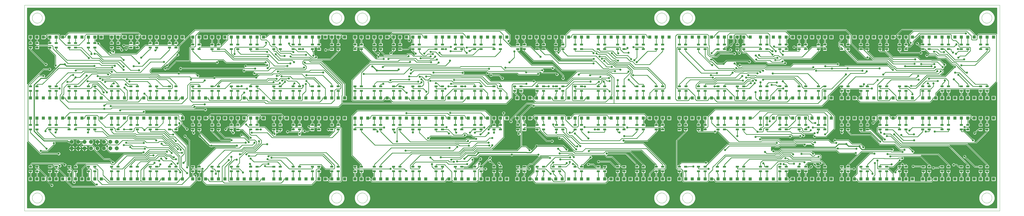
<source format=gtl>
G75*
G70*
%OFA0B0*%
%FSLAX24Y24*%
%IPPOS*%
%LPD*%
%AMOC8*
5,1,8,0,0,1.08239X$1,22.5*
%
%ADD10C,0.0000*%
%ADD11R,0.0515X0.0515*%
%ADD12R,0.0472X0.0315*%
%ADD13OC8,0.0600*%
%ADD14C,0.0100*%
%ADD15C,0.0336*%
%ADD16C,0.0160*%
D10*
X000150Y000150D02*
X000150Y032158D01*
X151650Y032158D01*
X151650Y000150D01*
X000150Y000150D01*
X001363Y002158D02*
X001365Y002214D01*
X001371Y002269D01*
X001381Y002323D01*
X001394Y002377D01*
X001412Y002430D01*
X001433Y002481D01*
X001457Y002531D01*
X001485Y002579D01*
X001517Y002625D01*
X001551Y002669D01*
X001589Y002710D01*
X001629Y002748D01*
X001672Y002783D01*
X001717Y002815D01*
X001765Y002844D01*
X001814Y002870D01*
X001865Y002892D01*
X001917Y002910D01*
X001971Y002924D01*
X002026Y002935D01*
X002081Y002942D01*
X002136Y002945D01*
X002192Y002944D01*
X002247Y002939D01*
X002302Y002930D01*
X002356Y002918D01*
X002409Y002901D01*
X002461Y002881D01*
X002511Y002857D01*
X002559Y002830D01*
X002606Y002800D01*
X002650Y002766D01*
X002692Y002729D01*
X002730Y002689D01*
X002767Y002647D01*
X002800Y002602D01*
X002829Y002556D01*
X002856Y002507D01*
X002878Y002456D01*
X002898Y002404D01*
X002913Y002350D01*
X002925Y002296D01*
X002933Y002241D01*
X002937Y002186D01*
X002937Y002130D01*
X002933Y002075D01*
X002925Y002020D01*
X002913Y001966D01*
X002898Y001912D01*
X002878Y001860D01*
X002856Y001809D01*
X002829Y001760D01*
X002800Y001714D01*
X002767Y001669D01*
X002730Y001627D01*
X002692Y001587D01*
X002650Y001550D01*
X002606Y001516D01*
X002559Y001486D01*
X002511Y001459D01*
X002461Y001435D01*
X002409Y001415D01*
X002356Y001398D01*
X002302Y001386D01*
X002247Y001377D01*
X002192Y001372D01*
X002136Y001371D01*
X002081Y001374D01*
X002026Y001381D01*
X001971Y001392D01*
X001917Y001406D01*
X001865Y001424D01*
X001814Y001446D01*
X001765Y001472D01*
X001717Y001501D01*
X001672Y001533D01*
X001629Y001568D01*
X001589Y001606D01*
X001551Y001647D01*
X001517Y001691D01*
X001485Y001737D01*
X001457Y001785D01*
X001433Y001835D01*
X001412Y001886D01*
X001394Y001939D01*
X001381Y001993D01*
X001371Y002047D01*
X001365Y002102D01*
X001363Y002158D01*
X047863Y002158D02*
X047865Y002214D01*
X047871Y002269D01*
X047881Y002323D01*
X047894Y002377D01*
X047912Y002430D01*
X047933Y002481D01*
X047957Y002531D01*
X047985Y002579D01*
X048017Y002625D01*
X048051Y002669D01*
X048089Y002710D01*
X048129Y002748D01*
X048172Y002783D01*
X048217Y002815D01*
X048265Y002844D01*
X048314Y002870D01*
X048365Y002892D01*
X048417Y002910D01*
X048471Y002924D01*
X048526Y002935D01*
X048581Y002942D01*
X048636Y002945D01*
X048692Y002944D01*
X048747Y002939D01*
X048802Y002930D01*
X048856Y002918D01*
X048909Y002901D01*
X048961Y002881D01*
X049011Y002857D01*
X049059Y002830D01*
X049106Y002800D01*
X049150Y002766D01*
X049192Y002729D01*
X049230Y002689D01*
X049267Y002647D01*
X049300Y002602D01*
X049329Y002556D01*
X049356Y002507D01*
X049378Y002456D01*
X049398Y002404D01*
X049413Y002350D01*
X049425Y002296D01*
X049433Y002241D01*
X049437Y002186D01*
X049437Y002130D01*
X049433Y002075D01*
X049425Y002020D01*
X049413Y001966D01*
X049398Y001912D01*
X049378Y001860D01*
X049356Y001809D01*
X049329Y001760D01*
X049300Y001714D01*
X049267Y001669D01*
X049230Y001627D01*
X049192Y001587D01*
X049150Y001550D01*
X049106Y001516D01*
X049059Y001486D01*
X049011Y001459D01*
X048961Y001435D01*
X048909Y001415D01*
X048856Y001398D01*
X048802Y001386D01*
X048747Y001377D01*
X048692Y001372D01*
X048636Y001371D01*
X048581Y001374D01*
X048526Y001381D01*
X048471Y001392D01*
X048417Y001406D01*
X048365Y001424D01*
X048314Y001446D01*
X048265Y001472D01*
X048217Y001501D01*
X048172Y001533D01*
X048129Y001568D01*
X048089Y001606D01*
X048051Y001647D01*
X048017Y001691D01*
X047985Y001737D01*
X047957Y001785D01*
X047933Y001835D01*
X047912Y001886D01*
X047894Y001939D01*
X047881Y001993D01*
X047871Y002047D01*
X047865Y002102D01*
X047863Y002158D01*
X051863Y002158D02*
X051865Y002214D01*
X051871Y002269D01*
X051881Y002323D01*
X051894Y002377D01*
X051912Y002430D01*
X051933Y002481D01*
X051957Y002531D01*
X051985Y002579D01*
X052017Y002625D01*
X052051Y002669D01*
X052089Y002710D01*
X052129Y002748D01*
X052172Y002783D01*
X052217Y002815D01*
X052265Y002844D01*
X052314Y002870D01*
X052365Y002892D01*
X052417Y002910D01*
X052471Y002924D01*
X052526Y002935D01*
X052581Y002942D01*
X052636Y002945D01*
X052692Y002944D01*
X052747Y002939D01*
X052802Y002930D01*
X052856Y002918D01*
X052909Y002901D01*
X052961Y002881D01*
X053011Y002857D01*
X053059Y002830D01*
X053106Y002800D01*
X053150Y002766D01*
X053192Y002729D01*
X053230Y002689D01*
X053267Y002647D01*
X053300Y002602D01*
X053329Y002556D01*
X053356Y002507D01*
X053378Y002456D01*
X053398Y002404D01*
X053413Y002350D01*
X053425Y002296D01*
X053433Y002241D01*
X053437Y002186D01*
X053437Y002130D01*
X053433Y002075D01*
X053425Y002020D01*
X053413Y001966D01*
X053398Y001912D01*
X053378Y001860D01*
X053356Y001809D01*
X053329Y001760D01*
X053300Y001714D01*
X053267Y001669D01*
X053230Y001627D01*
X053192Y001587D01*
X053150Y001550D01*
X053106Y001516D01*
X053059Y001486D01*
X053011Y001459D01*
X052961Y001435D01*
X052909Y001415D01*
X052856Y001398D01*
X052802Y001386D01*
X052747Y001377D01*
X052692Y001372D01*
X052636Y001371D01*
X052581Y001374D01*
X052526Y001381D01*
X052471Y001392D01*
X052417Y001406D01*
X052365Y001424D01*
X052314Y001446D01*
X052265Y001472D01*
X052217Y001501D01*
X052172Y001533D01*
X052129Y001568D01*
X052089Y001606D01*
X052051Y001647D01*
X052017Y001691D01*
X051985Y001737D01*
X051957Y001785D01*
X051933Y001835D01*
X051912Y001886D01*
X051894Y001939D01*
X051881Y001993D01*
X051871Y002047D01*
X051865Y002102D01*
X051863Y002158D01*
X098363Y002158D02*
X098365Y002214D01*
X098371Y002269D01*
X098381Y002323D01*
X098394Y002377D01*
X098412Y002430D01*
X098433Y002481D01*
X098457Y002531D01*
X098485Y002579D01*
X098517Y002625D01*
X098551Y002669D01*
X098589Y002710D01*
X098629Y002748D01*
X098672Y002783D01*
X098717Y002815D01*
X098765Y002844D01*
X098814Y002870D01*
X098865Y002892D01*
X098917Y002910D01*
X098971Y002924D01*
X099026Y002935D01*
X099081Y002942D01*
X099136Y002945D01*
X099192Y002944D01*
X099247Y002939D01*
X099302Y002930D01*
X099356Y002918D01*
X099409Y002901D01*
X099461Y002881D01*
X099511Y002857D01*
X099559Y002830D01*
X099606Y002800D01*
X099650Y002766D01*
X099692Y002729D01*
X099730Y002689D01*
X099767Y002647D01*
X099800Y002602D01*
X099829Y002556D01*
X099856Y002507D01*
X099878Y002456D01*
X099898Y002404D01*
X099913Y002350D01*
X099925Y002296D01*
X099933Y002241D01*
X099937Y002186D01*
X099937Y002130D01*
X099933Y002075D01*
X099925Y002020D01*
X099913Y001966D01*
X099898Y001912D01*
X099878Y001860D01*
X099856Y001809D01*
X099829Y001760D01*
X099800Y001714D01*
X099767Y001669D01*
X099730Y001627D01*
X099692Y001587D01*
X099650Y001550D01*
X099606Y001516D01*
X099559Y001486D01*
X099511Y001459D01*
X099461Y001435D01*
X099409Y001415D01*
X099356Y001398D01*
X099302Y001386D01*
X099247Y001377D01*
X099192Y001372D01*
X099136Y001371D01*
X099081Y001374D01*
X099026Y001381D01*
X098971Y001392D01*
X098917Y001406D01*
X098865Y001424D01*
X098814Y001446D01*
X098765Y001472D01*
X098717Y001501D01*
X098672Y001533D01*
X098629Y001568D01*
X098589Y001606D01*
X098551Y001647D01*
X098517Y001691D01*
X098485Y001737D01*
X098457Y001785D01*
X098433Y001835D01*
X098412Y001886D01*
X098394Y001939D01*
X098381Y001993D01*
X098371Y002047D01*
X098365Y002102D01*
X098363Y002158D01*
X102363Y002158D02*
X102365Y002214D01*
X102371Y002269D01*
X102381Y002323D01*
X102394Y002377D01*
X102412Y002430D01*
X102433Y002481D01*
X102457Y002531D01*
X102485Y002579D01*
X102517Y002625D01*
X102551Y002669D01*
X102589Y002710D01*
X102629Y002748D01*
X102672Y002783D01*
X102717Y002815D01*
X102765Y002844D01*
X102814Y002870D01*
X102865Y002892D01*
X102917Y002910D01*
X102971Y002924D01*
X103026Y002935D01*
X103081Y002942D01*
X103136Y002945D01*
X103192Y002944D01*
X103247Y002939D01*
X103302Y002930D01*
X103356Y002918D01*
X103409Y002901D01*
X103461Y002881D01*
X103511Y002857D01*
X103559Y002830D01*
X103606Y002800D01*
X103650Y002766D01*
X103692Y002729D01*
X103730Y002689D01*
X103767Y002647D01*
X103800Y002602D01*
X103829Y002556D01*
X103856Y002507D01*
X103878Y002456D01*
X103898Y002404D01*
X103913Y002350D01*
X103925Y002296D01*
X103933Y002241D01*
X103937Y002186D01*
X103937Y002130D01*
X103933Y002075D01*
X103925Y002020D01*
X103913Y001966D01*
X103898Y001912D01*
X103878Y001860D01*
X103856Y001809D01*
X103829Y001760D01*
X103800Y001714D01*
X103767Y001669D01*
X103730Y001627D01*
X103692Y001587D01*
X103650Y001550D01*
X103606Y001516D01*
X103559Y001486D01*
X103511Y001459D01*
X103461Y001435D01*
X103409Y001415D01*
X103356Y001398D01*
X103302Y001386D01*
X103247Y001377D01*
X103192Y001372D01*
X103136Y001371D01*
X103081Y001374D01*
X103026Y001381D01*
X102971Y001392D01*
X102917Y001406D01*
X102865Y001424D01*
X102814Y001446D01*
X102765Y001472D01*
X102717Y001501D01*
X102672Y001533D01*
X102629Y001568D01*
X102589Y001606D01*
X102551Y001647D01*
X102517Y001691D01*
X102485Y001737D01*
X102457Y001785D01*
X102433Y001835D01*
X102412Y001886D01*
X102394Y001939D01*
X102381Y001993D01*
X102371Y002047D01*
X102365Y002102D01*
X102363Y002158D01*
X148863Y002158D02*
X148865Y002214D01*
X148871Y002269D01*
X148881Y002323D01*
X148894Y002377D01*
X148912Y002430D01*
X148933Y002481D01*
X148957Y002531D01*
X148985Y002579D01*
X149017Y002625D01*
X149051Y002669D01*
X149089Y002710D01*
X149129Y002748D01*
X149172Y002783D01*
X149217Y002815D01*
X149265Y002844D01*
X149314Y002870D01*
X149365Y002892D01*
X149417Y002910D01*
X149471Y002924D01*
X149526Y002935D01*
X149581Y002942D01*
X149636Y002945D01*
X149692Y002944D01*
X149747Y002939D01*
X149802Y002930D01*
X149856Y002918D01*
X149909Y002901D01*
X149961Y002881D01*
X150011Y002857D01*
X150059Y002830D01*
X150106Y002800D01*
X150150Y002766D01*
X150192Y002729D01*
X150230Y002689D01*
X150267Y002647D01*
X150300Y002602D01*
X150329Y002556D01*
X150356Y002507D01*
X150378Y002456D01*
X150398Y002404D01*
X150413Y002350D01*
X150425Y002296D01*
X150433Y002241D01*
X150437Y002186D01*
X150437Y002130D01*
X150433Y002075D01*
X150425Y002020D01*
X150413Y001966D01*
X150398Y001912D01*
X150378Y001860D01*
X150356Y001809D01*
X150329Y001760D01*
X150300Y001714D01*
X150267Y001669D01*
X150230Y001627D01*
X150192Y001587D01*
X150150Y001550D01*
X150106Y001516D01*
X150059Y001486D01*
X150011Y001459D01*
X149961Y001435D01*
X149909Y001415D01*
X149856Y001398D01*
X149802Y001386D01*
X149747Y001377D01*
X149692Y001372D01*
X149636Y001371D01*
X149581Y001374D01*
X149526Y001381D01*
X149471Y001392D01*
X149417Y001406D01*
X149365Y001424D01*
X149314Y001446D01*
X149265Y001472D01*
X149217Y001501D01*
X149172Y001533D01*
X149129Y001568D01*
X149089Y001606D01*
X149051Y001647D01*
X149017Y001691D01*
X148985Y001737D01*
X148957Y001785D01*
X148933Y001835D01*
X148912Y001886D01*
X148894Y001939D01*
X148881Y001993D01*
X148871Y002047D01*
X148865Y002102D01*
X148863Y002158D01*
X148863Y030150D02*
X148865Y030206D01*
X148871Y030261D01*
X148881Y030315D01*
X148894Y030369D01*
X148912Y030422D01*
X148933Y030473D01*
X148957Y030523D01*
X148985Y030571D01*
X149017Y030617D01*
X149051Y030661D01*
X149089Y030702D01*
X149129Y030740D01*
X149172Y030775D01*
X149217Y030807D01*
X149265Y030836D01*
X149314Y030862D01*
X149365Y030884D01*
X149417Y030902D01*
X149471Y030916D01*
X149526Y030927D01*
X149581Y030934D01*
X149636Y030937D01*
X149692Y030936D01*
X149747Y030931D01*
X149802Y030922D01*
X149856Y030910D01*
X149909Y030893D01*
X149961Y030873D01*
X150011Y030849D01*
X150059Y030822D01*
X150106Y030792D01*
X150150Y030758D01*
X150192Y030721D01*
X150230Y030681D01*
X150267Y030639D01*
X150300Y030594D01*
X150329Y030548D01*
X150356Y030499D01*
X150378Y030448D01*
X150398Y030396D01*
X150413Y030342D01*
X150425Y030288D01*
X150433Y030233D01*
X150437Y030178D01*
X150437Y030122D01*
X150433Y030067D01*
X150425Y030012D01*
X150413Y029958D01*
X150398Y029904D01*
X150378Y029852D01*
X150356Y029801D01*
X150329Y029752D01*
X150300Y029706D01*
X150267Y029661D01*
X150230Y029619D01*
X150192Y029579D01*
X150150Y029542D01*
X150106Y029508D01*
X150059Y029478D01*
X150011Y029451D01*
X149961Y029427D01*
X149909Y029407D01*
X149856Y029390D01*
X149802Y029378D01*
X149747Y029369D01*
X149692Y029364D01*
X149636Y029363D01*
X149581Y029366D01*
X149526Y029373D01*
X149471Y029384D01*
X149417Y029398D01*
X149365Y029416D01*
X149314Y029438D01*
X149265Y029464D01*
X149217Y029493D01*
X149172Y029525D01*
X149129Y029560D01*
X149089Y029598D01*
X149051Y029639D01*
X149017Y029683D01*
X148985Y029729D01*
X148957Y029777D01*
X148933Y029827D01*
X148912Y029878D01*
X148894Y029931D01*
X148881Y029985D01*
X148871Y030039D01*
X148865Y030094D01*
X148863Y030150D01*
X102363Y030150D02*
X102365Y030206D01*
X102371Y030261D01*
X102381Y030315D01*
X102394Y030369D01*
X102412Y030422D01*
X102433Y030473D01*
X102457Y030523D01*
X102485Y030571D01*
X102517Y030617D01*
X102551Y030661D01*
X102589Y030702D01*
X102629Y030740D01*
X102672Y030775D01*
X102717Y030807D01*
X102765Y030836D01*
X102814Y030862D01*
X102865Y030884D01*
X102917Y030902D01*
X102971Y030916D01*
X103026Y030927D01*
X103081Y030934D01*
X103136Y030937D01*
X103192Y030936D01*
X103247Y030931D01*
X103302Y030922D01*
X103356Y030910D01*
X103409Y030893D01*
X103461Y030873D01*
X103511Y030849D01*
X103559Y030822D01*
X103606Y030792D01*
X103650Y030758D01*
X103692Y030721D01*
X103730Y030681D01*
X103767Y030639D01*
X103800Y030594D01*
X103829Y030548D01*
X103856Y030499D01*
X103878Y030448D01*
X103898Y030396D01*
X103913Y030342D01*
X103925Y030288D01*
X103933Y030233D01*
X103937Y030178D01*
X103937Y030122D01*
X103933Y030067D01*
X103925Y030012D01*
X103913Y029958D01*
X103898Y029904D01*
X103878Y029852D01*
X103856Y029801D01*
X103829Y029752D01*
X103800Y029706D01*
X103767Y029661D01*
X103730Y029619D01*
X103692Y029579D01*
X103650Y029542D01*
X103606Y029508D01*
X103559Y029478D01*
X103511Y029451D01*
X103461Y029427D01*
X103409Y029407D01*
X103356Y029390D01*
X103302Y029378D01*
X103247Y029369D01*
X103192Y029364D01*
X103136Y029363D01*
X103081Y029366D01*
X103026Y029373D01*
X102971Y029384D01*
X102917Y029398D01*
X102865Y029416D01*
X102814Y029438D01*
X102765Y029464D01*
X102717Y029493D01*
X102672Y029525D01*
X102629Y029560D01*
X102589Y029598D01*
X102551Y029639D01*
X102517Y029683D01*
X102485Y029729D01*
X102457Y029777D01*
X102433Y029827D01*
X102412Y029878D01*
X102394Y029931D01*
X102381Y029985D01*
X102371Y030039D01*
X102365Y030094D01*
X102363Y030150D01*
X098363Y030150D02*
X098365Y030206D01*
X098371Y030261D01*
X098381Y030315D01*
X098394Y030369D01*
X098412Y030422D01*
X098433Y030473D01*
X098457Y030523D01*
X098485Y030571D01*
X098517Y030617D01*
X098551Y030661D01*
X098589Y030702D01*
X098629Y030740D01*
X098672Y030775D01*
X098717Y030807D01*
X098765Y030836D01*
X098814Y030862D01*
X098865Y030884D01*
X098917Y030902D01*
X098971Y030916D01*
X099026Y030927D01*
X099081Y030934D01*
X099136Y030937D01*
X099192Y030936D01*
X099247Y030931D01*
X099302Y030922D01*
X099356Y030910D01*
X099409Y030893D01*
X099461Y030873D01*
X099511Y030849D01*
X099559Y030822D01*
X099606Y030792D01*
X099650Y030758D01*
X099692Y030721D01*
X099730Y030681D01*
X099767Y030639D01*
X099800Y030594D01*
X099829Y030548D01*
X099856Y030499D01*
X099878Y030448D01*
X099898Y030396D01*
X099913Y030342D01*
X099925Y030288D01*
X099933Y030233D01*
X099937Y030178D01*
X099937Y030122D01*
X099933Y030067D01*
X099925Y030012D01*
X099913Y029958D01*
X099898Y029904D01*
X099878Y029852D01*
X099856Y029801D01*
X099829Y029752D01*
X099800Y029706D01*
X099767Y029661D01*
X099730Y029619D01*
X099692Y029579D01*
X099650Y029542D01*
X099606Y029508D01*
X099559Y029478D01*
X099511Y029451D01*
X099461Y029427D01*
X099409Y029407D01*
X099356Y029390D01*
X099302Y029378D01*
X099247Y029369D01*
X099192Y029364D01*
X099136Y029363D01*
X099081Y029366D01*
X099026Y029373D01*
X098971Y029384D01*
X098917Y029398D01*
X098865Y029416D01*
X098814Y029438D01*
X098765Y029464D01*
X098717Y029493D01*
X098672Y029525D01*
X098629Y029560D01*
X098589Y029598D01*
X098551Y029639D01*
X098517Y029683D01*
X098485Y029729D01*
X098457Y029777D01*
X098433Y029827D01*
X098412Y029878D01*
X098394Y029931D01*
X098381Y029985D01*
X098371Y030039D01*
X098365Y030094D01*
X098363Y030150D01*
X051863Y030150D02*
X051865Y030206D01*
X051871Y030261D01*
X051881Y030315D01*
X051894Y030369D01*
X051912Y030422D01*
X051933Y030473D01*
X051957Y030523D01*
X051985Y030571D01*
X052017Y030617D01*
X052051Y030661D01*
X052089Y030702D01*
X052129Y030740D01*
X052172Y030775D01*
X052217Y030807D01*
X052265Y030836D01*
X052314Y030862D01*
X052365Y030884D01*
X052417Y030902D01*
X052471Y030916D01*
X052526Y030927D01*
X052581Y030934D01*
X052636Y030937D01*
X052692Y030936D01*
X052747Y030931D01*
X052802Y030922D01*
X052856Y030910D01*
X052909Y030893D01*
X052961Y030873D01*
X053011Y030849D01*
X053059Y030822D01*
X053106Y030792D01*
X053150Y030758D01*
X053192Y030721D01*
X053230Y030681D01*
X053267Y030639D01*
X053300Y030594D01*
X053329Y030548D01*
X053356Y030499D01*
X053378Y030448D01*
X053398Y030396D01*
X053413Y030342D01*
X053425Y030288D01*
X053433Y030233D01*
X053437Y030178D01*
X053437Y030122D01*
X053433Y030067D01*
X053425Y030012D01*
X053413Y029958D01*
X053398Y029904D01*
X053378Y029852D01*
X053356Y029801D01*
X053329Y029752D01*
X053300Y029706D01*
X053267Y029661D01*
X053230Y029619D01*
X053192Y029579D01*
X053150Y029542D01*
X053106Y029508D01*
X053059Y029478D01*
X053011Y029451D01*
X052961Y029427D01*
X052909Y029407D01*
X052856Y029390D01*
X052802Y029378D01*
X052747Y029369D01*
X052692Y029364D01*
X052636Y029363D01*
X052581Y029366D01*
X052526Y029373D01*
X052471Y029384D01*
X052417Y029398D01*
X052365Y029416D01*
X052314Y029438D01*
X052265Y029464D01*
X052217Y029493D01*
X052172Y029525D01*
X052129Y029560D01*
X052089Y029598D01*
X052051Y029639D01*
X052017Y029683D01*
X051985Y029729D01*
X051957Y029777D01*
X051933Y029827D01*
X051912Y029878D01*
X051894Y029931D01*
X051881Y029985D01*
X051871Y030039D01*
X051865Y030094D01*
X051863Y030150D01*
X047863Y030150D02*
X047865Y030206D01*
X047871Y030261D01*
X047881Y030315D01*
X047894Y030369D01*
X047912Y030422D01*
X047933Y030473D01*
X047957Y030523D01*
X047985Y030571D01*
X048017Y030617D01*
X048051Y030661D01*
X048089Y030702D01*
X048129Y030740D01*
X048172Y030775D01*
X048217Y030807D01*
X048265Y030836D01*
X048314Y030862D01*
X048365Y030884D01*
X048417Y030902D01*
X048471Y030916D01*
X048526Y030927D01*
X048581Y030934D01*
X048636Y030937D01*
X048692Y030936D01*
X048747Y030931D01*
X048802Y030922D01*
X048856Y030910D01*
X048909Y030893D01*
X048961Y030873D01*
X049011Y030849D01*
X049059Y030822D01*
X049106Y030792D01*
X049150Y030758D01*
X049192Y030721D01*
X049230Y030681D01*
X049267Y030639D01*
X049300Y030594D01*
X049329Y030548D01*
X049356Y030499D01*
X049378Y030448D01*
X049398Y030396D01*
X049413Y030342D01*
X049425Y030288D01*
X049433Y030233D01*
X049437Y030178D01*
X049437Y030122D01*
X049433Y030067D01*
X049425Y030012D01*
X049413Y029958D01*
X049398Y029904D01*
X049378Y029852D01*
X049356Y029801D01*
X049329Y029752D01*
X049300Y029706D01*
X049267Y029661D01*
X049230Y029619D01*
X049192Y029579D01*
X049150Y029542D01*
X049106Y029508D01*
X049059Y029478D01*
X049011Y029451D01*
X048961Y029427D01*
X048909Y029407D01*
X048856Y029390D01*
X048802Y029378D01*
X048747Y029369D01*
X048692Y029364D01*
X048636Y029363D01*
X048581Y029366D01*
X048526Y029373D01*
X048471Y029384D01*
X048417Y029398D01*
X048365Y029416D01*
X048314Y029438D01*
X048265Y029464D01*
X048217Y029493D01*
X048172Y029525D01*
X048129Y029560D01*
X048089Y029598D01*
X048051Y029639D01*
X048017Y029683D01*
X047985Y029729D01*
X047957Y029777D01*
X047933Y029827D01*
X047912Y029878D01*
X047894Y029931D01*
X047881Y029985D01*
X047871Y030039D01*
X047865Y030094D01*
X047863Y030150D01*
X001363Y030150D02*
X001365Y030206D01*
X001371Y030261D01*
X001381Y030315D01*
X001394Y030369D01*
X001412Y030422D01*
X001433Y030473D01*
X001457Y030523D01*
X001485Y030571D01*
X001517Y030617D01*
X001551Y030661D01*
X001589Y030702D01*
X001629Y030740D01*
X001672Y030775D01*
X001717Y030807D01*
X001765Y030836D01*
X001814Y030862D01*
X001865Y030884D01*
X001917Y030902D01*
X001971Y030916D01*
X002026Y030927D01*
X002081Y030934D01*
X002136Y030937D01*
X002192Y030936D01*
X002247Y030931D01*
X002302Y030922D01*
X002356Y030910D01*
X002409Y030893D01*
X002461Y030873D01*
X002511Y030849D01*
X002559Y030822D01*
X002606Y030792D01*
X002650Y030758D01*
X002692Y030721D01*
X002730Y030681D01*
X002767Y030639D01*
X002800Y030594D01*
X002829Y030548D01*
X002856Y030499D01*
X002878Y030448D01*
X002898Y030396D01*
X002913Y030342D01*
X002925Y030288D01*
X002933Y030233D01*
X002937Y030178D01*
X002937Y030122D01*
X002933Y030067D01*
X002925Y030012D01*
X002913Y029958D01*
X002898Y029904D01*
X002878Y029852D01*
X002856Y029801D01*
X002829Y029752D01*
X002800Y029706D01*
X002767Y029661D01*
X002730Y029619D01*
X002692Y029579D01*
X002650Y029542D01*
X002606Y029508D01*
X002559Y029478D01*
X002511Y029451D01*
X002461Y029427D01*
X002409Y029407D01*
X002356Y029390D01*
X002302Y029378D01*
X002247Y029369D01*
X002192Y029364D01*
X002136Y029363D01*
X002081Y029366D01*
X002026Y029373D01*
X001971Y029384D01*
X001917Y029398D01*
X001865Y029416D01*
X001814Y029438D01*
X001765Y029464D01*
X001717Y029493D01*
X001672Y029525D01*
X001629Y029560D01*
X001589Y029598D01*
X001551Y029639D01*
X001517Y029683D01*
X001485Y029729D01*
X001457Y029777D01*
X001433Y029827D01*
X001412Y029878D01*
X001394Y029931D01*
X001381Y029985D01*
X001371Y030039D01*
X001365Y030094D01*
X001363Y030150D01*
D11*
X001107Y027178D03*
X002107Y027178D03*
X003107Y027178D03*
X004107Y027178D03*
X005107Y027178D03*
X006107Y027178D03*
X007107Y027178D03*
X008107Y027178D03*
X009107Y027178D03*
X010107Y027178D03*
X011107Y027178D03*
X012107Y027178D03*
X013705Y027178D03*
X014705Y027178D03*
X015705Y027178D03*
X016705Y027178D03*
X017705Y027178D03*
X018705Y027178D03*
X019705Y027178D03*
X020705Y027178D03*
X021705Y027178D03*
X022705Y027178D03*
X023705Y027178D03*
X024705Y027178D03*
X026304Y027178D03*
X027304Y027178D03*
X028304Y027178D03*
X029304Y027178D03*
X030304Y027178D03*
X031304Y027178D03*
X032304Y027178D03*
X033304Y027178D03*
X034304Y027178D03*
X035304Y027178D03*
X036304Y027178D03*
X037304Y027178D03*
X038902Y027178D03*
X039902Y027178D03*
X040902Y027178D03*
X041902Y027178D03*
X042902Y027178D03*
X043902Y027178D03*
X044902Y027178D03*
X045902Y027178D03*
X046902Y027178D03*
X047902Y027178D03*
X048902Y027178D03*
X049902Y027178D03*
X051500Y027178D03*
X052500Y027178D03*
X053500Y027178D03*
X054500Y027178D03*
X055500Y027178D03*
X056500Y027178D03*
X057500Y027178D03*
X058500Y027178D03*
X059500Y027178D03*
X060500Y027178D03*
X061500Y027178D03*
X062500Y027178D03*
X064099Y027178D03*
X065099Y027178D03*
X066099Y027178D03*
X067099Y027178D03*
X068099Y027178D03*
X069099Y027178D03*
X070099Y027178D03*
X071099Y027178D03*
X072099Y027178D03*
X073099Y027178D03*
X074099Y027178D03*
X075099Y027178D03*
X076697Y027178D03*
X077697Y027178D03*
X078697Y027178D03*
X079697Y027178D03*
X080697Y027178D03*
X081697Y027178D03*
X082697Y027178D03*
X083697Y027178D03*
X084697Y027178D03*
X085697Y027178D03*
X086697Y027178D03*
X087697Y027178D03*
X089296Y027178D03*
X090296Y027178D03*
X091296Y027178D03*
X092296Y027178D03*
X093296Y027178D03*
X094296Y027178D03*
X095296Y027178D03*
X096296Y027178D03*
X097296Y027178D03*
X098296Y027178D03*
X099296Y027178D03*
X100296Y027178D03*
X101894Y027178D03*
X102894Y027178D03*
X103894Y027178D03*
X104894Y027178D03*
X105894Y027178D03*
X106894Y027178D03*
X107894Y027178D03*
X108894Y027178D03*
X109894Y027178D03*
X110894Y027178D03*
X111894Y027178D03*
X112894Y027178D03*
X114493Y027178D03*
X115493Y027178D03*
X116493Y027178D03*
X117493Y027178D03*
X118493Y027178D03*
X119493Y027178D03*
X120493Y027178D03*
X121493Y027178D03*
X122493Y027178D03*
X123493Y027178D03*
X124493Y027178D03*
X125493Y027178D03*
X127091Y027178D03*
X128091Y027178D03*
X129091Y027178D03*
X130091Y027178D03*
X131091Y027178D03*
X132091Y027178D03*
X133091Y027178D03*
X134091Y027178D03*
X135091Y027178D03*
X136091Y027178D03*
X137091Y027178D03*
X138091Y027178D03*
X139689Y027178D03*
X140689Y027178D03*
X141689Y027178D03*
X142689Y027178D03*
X143689Y027178D03*
X144689Y027178D03*
X145689Y027178D03*
X146689Y027178D03*
X147689Y027178D03*
X148689Y027178D03*
X149689Y027178D03*
X150689Y027178D03*
X150689Y017729D03*
X149689Y017729D03*
X148689Y017729D03*
X147689Y017729D03*
X146689Y017729D03*
X145689Y017729D03*
X144689Y017729D03*
X143689Y017729D03*
X142689Y017729D03*
X141689Y017729D03*
X140689Y017729D03*
X139689Y017729D03*
X138091Y017729D03*
X137091Y017729D03*
X136091Y017729D03*
X135091Y017729D03*
X134091Y017729D03*
X133091Y017729D03*
X132091Y017729D03*
X131091Y017729D03*
X130091Y017729D03*
X129091Y017729D03*
X128091Y017729D03*
X127091Y017729D03*
X125493Y017729D03*
X124493Y017729D03*
X123493Y017729D03*
X122493Y017729D03*
X121493Y017729D03*
X120493Y017729D03*
X119493Y017729D03*
X118493Y017729D03*
X117493Y017729D03*
X116493Y017729D03*
X115493Y017729D03*
X114493Y017729D03*
X112894Y017729D03*
X111894Y017729D03*
X110894Y017729D03*
X109894Y017729D03*
X108894Y017729D03*
X107894Y017729D03*
X106894Y017729D03*
X105894Y017729D03*
X104894Y017729D03*
X103894Y017729D03*
X102894Y017729D03*
X101894Y017729D03*
X100296Y017729D03*
X099296Y017729D03*
X098296Y017729D03*
X097296Y017729D03*
X096296Y017729D03*
X095296Y017729D03*
X094296Y017729D03*
X093296Y017729D03*
X092296Y017729D03*
X091296Y017729D03*
X090296Y017729D03*
X089296Y017729D03*
X087697Y017729D03*
X086697Y017729D03*
X085697Y017729D03*
X084697Y017729D03*
X083697Y017729D03*
X082697Y017729D03*
X081697Y017729D03*
X080697Y017729D03*
X079697Y017729D03*
X078697Y017729D03*
X077697Y017729D03*
X076697Y017729D03*
X075099Y017729D03*
X074099Y017729D03*
X073099Y017729D03*
X072099Y017729D03*
X071099Y017729D03*
X070099Y017729D03*
X069099Y017729D03*
X068099Y017729D03*
X067099Y017729D03*
X066099Y017729D03*
X065099Y017729D03*
X064099Y017729D03*
X062500Y017729D03*
X061500Y017729D03*
X060500Y017729D03*
X059500Y017729D03*
X058500Y017729D03*
X057500Y017729D03*
X056500Y017729D03*
X055500Y017729D03*
X054500Y017729D03*
X053500Y017729D03*
X052500Y017729D03*
X051500Y017729D03*
X049902Y017729D03*
X048902Y017729D03*
X047902Y017729D03*
X046902Y017729D03*
X045902Y017729D03*
X044902Y017729D03*
X043902Y017729D03*
X042902Y017729D03*
X041902Y017729D03*
X040902Y017729D03*
X039902Y017729D03*
X038902Y017729D03*
X037304Y017729D03*
X036304Y017729D03*
X035304Y017729D03*
X034304Y017729D03*
X033304Y017729D03*
X032304Y017729D03*
X031304Y017729D03*
X030304Y017729D03*
X029304Y017729D03*
X028304Y017729D03*
X027304Y017729D03*
X026304Y017729D03*
X024705Y017729D03*
X023705Y017729D03*
X022705Y017729D03*
X021705Y017729D03*
X020705Y017729D03*
X019705Y017729D03*
X018705Y017729D03*
X017705Y017729D03*
X016705Y017729D03*
X015705Y017729D03*
X014705Y017729D03*
X013705Y017729D03*
X012107Y017729D03*
X011107Y017729D03*
X010107Y017729D03*
X009107Y017729D03*
X008107Y017729D03*
X007107Y017729D03*
X006107Y017729D03*
X005107Y017729D03*
X004107Y017729D03*
X003107Y017729D03*
X002107Y017729D03*
X001107Y017729D03*
X001107Y014579D03*
X002107Y014579D03*
X003107Y014579D03*
X004107Y014579D03*
X005107Y014579D03*
X006107Y014579D03*
X007107Y014579D03*
X008107Y014579D03*
X009107Y014579D03*
X010107Y014579D03*
X011107Y014579D03*
X012107Y014579D03*
X013705Y014579D03*
X014705Y014579D03*
X015705Y014579D03*
X016705Y014579D03*
X017705Y014579D03*
X018705Y014579D03*
X019705Y014579D03*
X020705Y014579D03*
X021705Y014579D03*
X022705Y014579D03*
X023705Y014579D03*
X024705Y014579D03*
X026304Y014579D03*
X027304Y014579D03*
X028304Y014579D03*
X029304Y014579D03*
X030304Y014579D03*
X031304Y014579D03*
X032304Y014579D03*
X033304Y014579D03*
X034304Y014579D03*
X035304Y014579D03*
X036304Y014579D03*
X037304Y014579D03*
X038902Y014579D03*
X039902Y014579D03*
X040902Y014579D03*
X041902Y014579D03*
X042902Y014579D03*
X043902Y014579D03*
X044902Y014579D03*
X045902Y014579D03*
X046902Y014579D03*
X047902Y014579D03*
X048902Y014579D03*
X049902Y014579D03*
X051500Y014579D03*
X052500Y014579D03*
X053500Y014579D03*
X054500Y014579D03*
X055500Y014579D03*
X056500Y014579D03*
X057500Y014579D03*
X058500Y014579D03*
X059500Y014579D03*
X060500Y014579D03*
X061500Y014579D03*
X062500Y014579D03*
X064099Y014579D03*
X065099Y014579D03*
X066099Y014579D03*
X067099Y014579D03*
X068099Y014579D03*
X069099Y014579D03*
X070099Y014579D03*
X071099Y014579D03*
X072099Y014579D03*
X073099Y014579D03*
X074099Y014579D03*
X075099Y014579D03*
X076697Y014579D03*
X077697Y014579D03*
X078697Y014579D03*
X079697Y014579D03*
X080697Y014579D03*
X081697Y014579D03*
X082697Y014579D03*
X083697Y014579D03*
X084697Y014579D03*
X085697Y014579D03*
X086697Y014579D03*
X087697Y014579D03*
X089296Y014579D03*
X090296Y014579D03*
X091296Y014579D03*
X092296Y014579D03*
X093296Y014579D03*
X094296Y014579D03*
X095296Y014579D03*
X096296Y014579D03*
X097296Y014579D03*
X098296Y014579D03*
X099296Y014579D03*
X100296Y014579D03*
X101894Y014579D03*
X102894Y014579D03*
X103894Y014579D03*
X104894Y014579D03*
X105894Y014579D03*
X106894Y014579D03*
X107894Y014579D03*
X108894Y014579D03*
X109894Y014579D03*
X110894Y014579D03*
X111894Y014579D03*
X112894Y014579D03*
X114493Y014579D03*
X115493Y014579D03*
X116493Y014579D03*
X117493Y014579D03*
X118493Y014579D03*
X119493Y014579D03*
X120493Y014579D03*
X121493Y014579D03*
X122493Y014579D03*
X123493Y014579D03*
X124493Y014579D03*
X125493Y014579D03*
X127091Y014579D03*
X128091Y014579D03*
X129091Y014579D03*
X130091Y014579D03*
X131091Y014579D03*
X132091Y014579D03*
X133091Y014579D03*
X134091Y014579D03*
X135091Y014579D03*
X136091Y014579D03*
X137091Y014579D03*
X138091Y014579D03*
X139689Y014579D03*
X140689Y014579D03*
X141689Y014579D03*
X142689Y014579D03*
X143689Y014579D03*
X144689Y014579D03*
X145689Y014579D03*
X146689Y014579D03*
X147689Y014579D03*
X148689Y014579D03*
X149689Y014579D03*
X150689Y014579D03*
X150689Y005130D03*
X149689Y005130D03*
X148689Y005130D03*
X147689Y005130D03*
X146689Y005130D03*
X145689Y005130D03*
X144689Y005130D03*
X143689Y005130D03*
X142689Y005130D03*
X141689Y005130D03*
X140689Y005130D03*
X139689Y005130D03*
X138091Y005130D03*
X137091Y005130D03*
X136091Y005130D03*
X135091Y005130D03*
X134091Y005130D03*
X133091Y005130D03*
X132091Y005130D03*
X131091Y005130D03*
X130091Y005130D03*
X129091Y005130D03*
X128091Y005130D03*
X127091Y005130D03*
X125493Y005130D03*
X124493Y005130D03*
X123493Y005130D03*
X122493Y005130D03*
X121493Y005130D03*
X120493Y005130D03*
X119493Y005130D03*
X118493Y005130D03*
X117493Y005130D03*
X116493Y005130D03*
X115493Y005130D03*
X114493Y005130D03*
X112894Y005130D03*
X111894Y005130D03*
X110894Y005130D03*
X109894Y005130D03*
X108894Y005130D03*
X107894Y005130D03*
X106894Y005130D03*
X105894Y005130D03*
X104894Y005130D03*
X103894Y005130D03*
X102894Y005130D03*
X101894Y005130D03*
X100296Y005130D03*
X099296Y005130D03*
X098296Y005130D03*
X097296Y005130D03*
X096296Y005130D03*
X095296Y005130D03*
X094296Y005130D03*
X093296Y005130D03*
X092296Y005130D03*
X091296Y005130D03*
X090296Y005130D03*
X089296Y005130D03*
X087697Y005130D03*
X086697Y005130D03*
X085697Y005130D03*
X084697Y005130D03*
X083697Y005130D03*
X082697Y005130D03*
X081697Y005130D03*
X080697Y005130D03*
X079697Y005130D03*
X078697Y005130D03*
X077697Y005130D03*
X076697Y005130D03*
X075099Y005130D03*
X074099Y005130D03*
X073099Y005130D03*
X072099Y005130D03*
X071099Y005130D03*
X070099Y005130D03*
X069099Y005130D03*
X068099Y005130D03*
X067099Y005130D03*
X066099Y005130D03*
X065099Y005130D03*
X064099Y005130D03*
X062500Y005130D03*
X061500Y005130D03*
X060500Y005130D03*
X059500Y005130D03*
X058500Y005130D03*
X057500Y005130D03*
X056500Y005130D03*
X055500Y005130D03*
X054500Y005130D03*
X053500Y005130D03*
X052500Y005130D03*
X051500Y005130D03*
X049902Y005130D03*
X048902Y005130D03*
X047902Y005130D03*
X046902Y005130D03*
X045902Y005130D03*
X044902Y005130D03*
X043902Y005130D03*
X042902Y005130D03*
X041902Y005130D03*
X040902Y005130D03*
X039902Y005130D03*
X038902Y005130D03*
X037304Y005130D03*
X036304Y005130D03*
X035304Y005130D03*
X034304Y005130D03*
X033304Y005130D03*
X032304Y005130D03*
X031304Y005130D03*
X030304Y005130D03*
X029304Y005130D03*
X028304Y005130D03*
X027304Y005130D03*
X026304Y005130D03*
X024705Y005130D03*
X023705Y005130D03*
X022705Y005130D03*
X021705Y005130D03*
X020705Y005130D03*
X019705Y005130D03*
X018705Y005130D03*
X017705Y005130D03*
X016705Y005130D03*
X015705Y005130D03*
X014705Y005130D03*
X013705Y005130D03*
X012107Y005130D03*
X011107Y005130D03*
X010107Y005130D03*
X009107Y005130D03*
X008107Y005130D03*
X007107Y005130D03*
X006107Y005130D03*
X005107Y005130D03*
X004107Y005130D03*
X003107Y005130D03*
X002107Y005130D03*
X001107Y005130D03*
D12*
X001107Y006300D03*
X002107Y006300D03*
X004107Y006300D03*
X005107Y006300D03*
X007107Y006300D03*
X008107Y006300D03*
X010107Y006300D03*
X011107Y006300D03*
X011107Y007008D03*
X010107Y007008D03*
X008107Y007008D03*
X007107Y007008D03*
X005107Y007008D03*
X004107Y007008D03*
X002107Y007008D03*
X001107Y007008D03*
X013707Y007008D03*
X014707Y007008D03*
X014707Y006300D03*
X013707Y006300D03*
X016703Y006300D03*
X017703Y006300D03*
X019703Y006300D03*
X020707Y006300D03*
X022707Y006300D03*
X023703Y006300D03*
X023703Y007008D03*
X022707Y007008D03*
X020707Y007008D03*
X019703Y007008D03*
X017703Y007008D03*
X016703Y007008D03*
X026309Y007008D03*
X027309Y007008D03*
X027309Y006300D03*
X026309Y006300D03*
X029309Y006300D03*
X030309Y006300D03*
X030309Y007008D03*
X029309Y007008D03*
X032309Y007008D03*
X033309Y007008D03*
X033309Y006300D03*
X032309Y006300D03*
X035309Y006300D03*
X036309Y006300D03*
X036309Y007008D03*
X035309Y007008D03*
X038912Y007008D03*
X039908Y007008D03*
X041904Y007008D03*
X042900Y007008D03*
X044880Y007008D03*
X045904Y007008D03*
X047908Y007008D03*
X048896Y007008D03*
X051500Y007008D03*
X052500Y007008D03*
X054500Y007008D03*
X055500Y007008D03*
X057500Y007008D03*
X058500Y007008D03*
X060500Y007008D03*
X061500Y007008D03*
X061500Y006300D03*
X060500Y006300D03*
X058500Y006300D03*
X057500Y006300D03*
X055500Y006300D03*
X054500Y006300D03*
X052500Y006300D03*
X051500Y006300D03*
X048896Y006300D03*
X047908Y006300D03*
X045904Y006300D03*
X044880Y006300D03*
X042900Y006300D03*
X041904Y006300D03*
X039908Y006300D03*
X038912Y006300D03*
X064099Y006300D03*
X065099Y006300D03*
X065099Y007008D03*
X064099Y007008D03*
X067099Y007008D03*
X068099Y007008D03*
X068099Y006300D03*
X067099Y006300D03*
X070099Y006300D03*
X071099Y006300D03*
X071099Y007008D03*
X070099Y007008D03*
X073099Y007008D03*
X074099Y007008D03*
X074099Y006300D03*
X073099Y006300D03*
X076809Y006300D03*
X077809Y006300D03*
X079809Y006300D03*
X080809Y006300D03*
X082309Y006300D03*
X083309Y006300D03*
X083309Y007008D03*
X082309Y007008D03*
X080809Y007008D03*
X079809Y007008D03*
X077809Y007008D03*
X076809Y007008D03*
X085697Y007008D03*
X086697Y007008D03*
X089309Y007008D03*
X090309Y007008D03*
X092309Y007008D03*
X093309Y007008D03*
X095309Y007008D03*
X096309Y007008D03*
X098296Y007008D03*
X099296Y007008D03*
X099296Y006300D03*
X098296Y006300D03*
X096309Y006300D03*
X095309Y006300D03*
X093309Y006300D03*
X092309Y006300D03*
X090309Y006300D03*
X089309Y006300D03*
X086697Y006300D03*
X085697Y006300D03*
X101908Y006300D03*
X102869Y006300D03*
X102869Y007008D03*
X101908Y007008D03*
X104869Y007008D03*
X105896Y007008D03*
X105896Y006300D03*
X104869Y006300D03*
X107809Y006300D03*
X108888Y006300D03*
X108888Y007008D03*
X107809Y007008D03*
X110894Y007008D03*
X111894Y007008D03*
X111894Y006300D03*
X110894Y006300D03*
X114506Y006300D03*
X115493Y006300D03*
X117494Y006300D03*
X118494Y006300D03*
X120447Y006300D03*
X121526Y006300D03*
X123493Y006300D03*
X124493Y006300D03*
X127105Y006300D03*
X128091Y006300D03*
X130093Y006300D03*
X131093Y006300D03*
X133065Y006300D03*
X134105Y006300D03*
X136091Y006300D03*
X137091Y006300D03*
X137091Y007008D03*
X136091Y007008D03*
X134105Y007008D03*
X133065Y007008D03*
X131093Y007008D03*
X130093Y007008D03*
X128091Y007008D03*
X127105Y007008D03*
X124493Y007008D03*
X123493Y007008D03*
X121526Y007008D03*
X120447Y007008D03*
X118494Y007008D03*
X117494Y007008D03*
X115493Y007008D03*
X114506Y007008D03*
X139809Y007008D03*
X140689Y007008D03*
X142689Y007008D03*
X143689Y007008D03*
X145689Y007008D03*
X146689Y007008D03*
X148689Y007008D03*
X149689Y007008D03*
X149689Y006300D03*
X148689Y006300D03*
X146689Y006300D03*
X145689Y006300D03*
X143689Y006300D03*
X142689Y006300D03*
X140689Y006300D03*
X139809Y006300D03*
X139691Y012800D03*
X140689Y012800D03*
X142689Y012800D03*
X143689Y012800D03*
X145689Y012800D03*
X146689Y012800D03*
X148689Y012800D03*
X149672Y012800D03*
X149672Y013508D03*
X148689Y013508D03*
X146689Y013508D03*
X145689Y013508D03*
X143689Y013508D03*
X142689Y013508D03*
X140689Y013508D03*
X139691Y013508D03*
X137091Y013508D03*
X136091Y013508D03*
X134093Y013489D03*
X133065Y013508D03*
X131093Y013508D03*
X130093Y013508D03*
X128091Y013508D03*
X127105Y013508D03*
X124493Y013508D03*
X123493Y013508D03*
X121514Y013508D03*
X120487Y013508D03*
X118506Y013508D03*
X117487Y013508D03*
X115493Y013508D03*
X114506Y013508D03*
X114506Y012800D03*
X115493Y012800D03*
X117487Y012800D03*
X118506Y012800D03*
X120487Y012800D03*
X121514Y012800D03*
X123493Y012800D03*
X124493Y012800D03*
X127105Y012800D03*
X128091Y012800D03*
X130093Y012800D03*
X131093Y012800D03*
X133065Y012800D03*
X134093Y012780D03*
X136091Y012800D03*
X137091Y012800D03*
X111894Y012800D03*
X110894Y012800D03*
X110894Y013508D03*
X111894Y013508D03*
X108909Y013508D03*
X107908Y013508D03*
X107908Y012800D03*
X108909Y012800D03*
X105896Y012800D03*
X104869Y012800D03*
X104869Y013508D03*
X105896Y013508D03*
X102869Y013508D03*
X101908Y013508D03*
X101908Y012800D03*
X102869Y012800D03*
X099296Y012800D03*
X098296Y012800D03*
X096309Y012800D03*
X095309Y012800D03*
X093309Y012800D03*
X092309Y012800D03*
X090309Y012800D03*
X089309Y012800D03*
X086697Y012800D03*
X085697Y012800D03*
X083809Y012800D03*
X082809Y012800D03*
X080809Y012800D03*
X079809Y012800D03*
X077809Y012800D03*
X076809Y012800D03*
X076809Y013508D03*
X077809Y013508D03*
X079809Y013508D03*
X080809Y013508D03*
X082809Y013508D03*
X083809Y013508D03*
X085697Y013508D03*
X086697Y013508D03*
X089309Y013508D03*
X090309Y013508D03*
X092309Y013508D03*
X093309Y013508D03*
X095309Y013508D03*
X096309Y013508D03*
X098296Y013508D03*
X099296Y013508D03*
X099296Y018800D03*
X098296Y018800D03*
X096309Y018800D03*
X095309Y018800D03*
X093309Y018800D03*
X092302Y018800D03*
X090309Y018800D03*
X089309Y018800D03*
X086697Y018800D03*
X085697Y018800D03*
X083809Y018800D03*
X082809Y018800D03*
X080809Y018800D03*
X079809Y018800D03*
X079809Y019508D03*
X080809Y019508D03*
X082809Y019508D03*
X083809Y019508D03*
X085697Y019508D03*
X086697Y019508D03*
X089309Y019508D03*
X090309Y019508D03*
X092302Y019508D03*
X093309Y019508D03*
X095309Y019508D03*
X096309Y019508D03*
X098296Y019508D03*
X099296Y019508D03*
X101908Y019508D03*
X102919Y019508D03*
X102919Y018800D03*
X101908Y018800D03*
X104869Y018800D03*
X105896Y018800D03*
X105896Y019508D03*
X104869Y019508D03*
X107908Y019508D03*
X108919Y019508D03*
X108919Y018800D03*
X107908Y018800D03*
X110894Y018800D03*
X111894Y018800D03*
X111894Y019508D03*
X110894Y019508D03*
X114509Y019508D03*
X115493Y019508D03*
X117506Y019548D03*
X118506Y019508D03*
X120487Y019508D03*
X121526Y019508D03*
X123493Y019508D03*
X124493Y019508D03*
X127105Y019508D03*
X128091Y019508D03*
X130093Y019508D03*
X131093Y019508D03*
X133065Y019508D03*
X134085Y019508D03*
X136091Y019508D03*
X137091Y019508D03*
X137091Y018800D03*
X136091Y018800D03*
X134085Y018800D03*
X133065Y018800D03*
X131093Y018800D03*
X130093Y018800D03*
X128091Y018800D03*
X127105Y018800D03*
X124493Y018800D03*
X123493Y018800D03*
X121526Y018800D03*
X120487Y018800D03*
X118506Y018800D03*
X117506Y018839D03*
X115493Y018800D03*
X114509Y018800D03*
X139691Y018800D03*
X140689Y018800D03*
X142689Y018800D03*
X143689Y018800D03*
X145689Y018800D03*
X146689Y018800D03*
X148689Y018800D03*
X149689Y018800D03*
X149689Y019508D03*
X148689Y019508D03*
X146689Y019508D03*
X145689Y019508D03*
X143689Y019508D03*
X142689Y019508D03*
X140689Y019508D03*
X139691Y019508D03*
X139711Y025300D03*
X140689Y025300D03*
X142689Y025300D03*
X143689Y025300D03*
X145689Y025300D03*
X146689Y025300D03*
X148689Y025300D03*
X149689Y025300D03*
X149689Y026008D03*
X148689Y026008D03*
X146689Y026008D03*
X145689Y026008D03*
X143689Y026008D03*
X142689Y026008D03*
X140689Y026008D03*
X139711Y026008D03*
X137091Y026008D03*
X136091Y026008D03*
X134105Y026008D03*
X133065Y026008D03*
X131065Y026008D03*
X130085Y026008D03*
X128091Y026008D03*
X127105Y026008D03*
X124493Y026008D03*
X123493Y026008D03*
X121506Y026008D03*
X120487Y026008D03*
X118487Y026008D03*
X117506Y026008D03*
X115493Y026008D03*
X114506Y026008D03*
X114506Y025300D03*
X115493Y025300D03*
X117506Y025300D03*
X118487Y025300D03*
X120487Y025300D03*
X121506Y025300D03*
X123493Y025300D03*
X124493Y025300D03*
X127105Y025300D03*
X128091Y025300D03*
X130085Y025300D03*
X131065Y025300D03*
X133065Y025300D03*
X134105Y025300D03*
X136091Y025300D03*
X137091Y025300D03*
X111894Y025300D03*
X110894Y025300D03*
X110894Y026008D03*
X111894Y026008D03*
X108892Y026008D03*
X107908Y026008D03*
X107908Y025300D03*
X108892Y025300D03*
X105896Y025300D03*
X104869Y025300D03*
X104869Y026008D03*
X105896Y026008D03*
X102869Y026008D03*
X101908Y026008D03*
X101908Y025300D03*
X102869Y025300D03*
X099296Y025300D03*
X098296Y025300D03*
X096309Y025300D03*
X095309Y025300D03*
X093309Y025300D03*
X092309Y025300D03*
X090309Y025300D03*
X089309Y025300D03*
X086697Y025300D03*
X085697Y025300D03*
X083809Y025300D03*
X082697Y025300D03*
X080809Y025300D03*
X079809Y025300D03*
X077809Y025300D03*
X076809Y025300D03*
X076809Y026008D03*
X077809Y026008D03*
X079809Y026008D03*
X080809Y026008D03*
X082697Y026008D03*
X083809Y026008D03*
X085697Y026008D03*
X086697Y026008D03*
X089309Y026008D03*
X090309Y026008D03*
X092309Y026008D03*
X093309Y026008D03*
X095309Y026008D03*
X096309Y026008D03*
X098296Y026008D03*
X099296Y026008D03*
X074099Y026008D03*
X073099Y026008D03*
X073099Y025300D03*
X074099Y025300D03*
X071099Y025300D03*
X070099Y025300D03*
X070099Y026008D03*
X071099Y026008D03*
X068099Y026008D03*
X067099Y026008D03*
X067099Y025300D03*
X068099Y025300D03*
X065099Y025300D03*
X064099Y025300D03*
X064099Y026008D03*
X065099Y026008D03*
X061500Y026008D03*
X060500Y026008D03*
X058500Y026008D03*
X057500Y026008D03*
X055500Y026008D03*
X054500Y026008D03*
X052500Y026008D03*
X051500Y026008D03*
X048902Y026008D03*
X047902Y026008D03*
X045902Y026008D03*
X044902Y026008D03*
X042902Y026008D03*
X041902Y026008D03*
X039902Y026008D03*
X038902Y026008D03*
X038902Y025300D03*
X039902Y025300D03*
X041902Y025300D03*
X042902Y025300D03*
X044902Y025300D03*
X045902Y025300D03*
X047902Y025300D03*
X048902Y025300D03*
X051500Y025300D03*
X052500Y025300D03*
X054500Y025300D03*
X055500Y025300D03*
X057500Y025300D03*
X058500Y025300D03*
X060500Y025300D03*
X061500Y025300D03*
X036304Y025300D03*
X035304Y025300D03*
X035304Y026008D03*
X036304Y026008D03*
X033304Y026008D03*
X032304Y026008D03*
X032304Y025300D03*
X033304Y025300D03*
X030304Y025300D03*
X029304Y025300D03*
X029304Y026008D03*
X030304Y026008D03*
X027304Y026008D03*
X026304Y026008D03*
X026304Y025300D03*
X027304Y025300D03*
X023705Y025550D03*
X022705Y025550D03*
X020705Y025550D03*
X019705Y025550D03*
X017705Y025550D03*
X016705Y025550D03*
X016705Y026258D03*
X017705Y026258D03*
X019705Y026258D03*
X020705Y026258D03*
X022705Y026258D03*
X023705Y026258D03*
X014705Y026258D03*
X013705Y026258D03*
X013705Y025550D03*
X014705Y025550D03*
X011107Y025550D03*
X010107Y025550D03*
X008107Y025550D03*
X007107Y025550D03*
X005107Y025550D03*
X004107Y025550D03*
X002107Y025550D03*
X001107Y025550D03*
X001107Y026258D03*
X002107Y026258D03*
X004107Y026258D03*
X005107Y026258D03*
X007107Y026258D03*
X008107Y026258D03*
X010107Y026258D03*
X011107Y026258D03*
X011107Y019508D03*
X010107Y019508D03*
X008107Y019508D03*
X007107Y019508D03*
X005107Y019508D03*
X004107Y019508D03*
X002107Y019508D03*
X001107Y019508D03*
X001107Y018800D03*
X002107Y018800D03*
X004107Y018800D03*
X005107Y018800D03*
X007107Y018800D03*
X008107Y018800D03*
X010107Y018800D03*
X011107Y018800D03*
X013707Y018800D03*
X014707Y018800D03*
X014707Y019508D03*
X013707Y019508D03*
X016703Y019508D03*
X017703Y019508D03*
X019703Y019508D03*
X020707Y019508D03*
X022707Y019508D03*
X023703Y019508D03*
X023703Y018800D03*
X022707Y018800D03*
X020707Y018800D03*
X019703Y018800D03*
X017703Y018800D03*
X016703Y018800D03*
X026309Y018800D03*
X027309Y018800D03*
X027309Y019508D03*
X026309Y019508D03*
X029309Y019508D03*
X030309Y019508D03*
X030309Y018800D03*
X029309Y018800D03*
X032309Y018800D03*
X033309Y018800D03*
X033309Y019508D03*
X032309Y019508D03*
X035309Y019508D03*
X036309Y019508D03*
X036309Y018800D03*
X035309Y018800D03*
X038912Y018800D03*
X039908Y018800D03*
X041904Y018800D03*
X042900Y018800D03*
X044880Y018800D03*
X045904Y018800D03*
X047908Y018800D03*
X048896Y018800D03*
X051500Y018800D03*
X052500Y018800D03*
X054500Y018800D03*
X055500Y018800D03*
X057500Y018800D03*
X058500Y018800D03*
X060500Y018800D03*
X061500Y018800D03*
X061500Y019508D03*
X060500Y019508D03*
X058500Y019508D03*
X057500Y019508D03*
X055500Y019508D03*
X054500Y019508D03*
X052500Y019508D03*
X051500Y019508D03*
X048896Y019508D03*
X047908Y019508D03*
X045904Y019508D03*
X044880Y019508D03*
X042900Y019508D03*
X041904Y019508D03*
X039908Y019508D03*
X038912Y019508D03*
X064099Y019508D03*
X065099Y019508D03*
X065099Y018800D03*
X064099Y018800D03*
X067099Y018800D03*
X068099Y018800D03*
X068099Y019508D03*
X067099Y019508D03*
X070099Y019508D03*
X071099Y019508D03*
X071099Y018800D03*
X070099Y018800D03*
X073099Y018800D03*
X074099Y018800D03*
X074099Y019508D03*
X073099Y019508D03*
X076309Y019508D03*
X077309Y019508D03*
X077309Y018800D03*
X076309Y018800D03*
X074099Y013508D03*
X073099Y013508D03*
X073099Y012800D03*
X074099Y012800D03*
X071099Y012800D03*
X070099Y012800D03*
X070099Y013508D03*
X071099Y013508D03*
X068099Y013508D03*
X067099Y013508D03*
X067099Y012800D03*
X068099Y012800D03*
X065099Y012800D03*
X064099Y012800D03*
X064099Y013508D03*
X065099Y013508D03*
X061500Y013508D03*
X060500Y013508D03*
X058500Y013508D03*
X057500Y013508D03*
X055500Y013508D03*
X054500Y013508D03*
X052500Y013508D03*
X051500Y013508D03*
X048896Y013508D03*
X047908Y013508D03*
X045904Y013508D03*
X044880Y013508D03*
X042900Y013508D03*
X041904Y013508D03*
X039908Y013508D03*
X038912Y013508D03*
X038912Y012800D03*
X039908Y012800D03*
X041904Y012800D03*
X042900Y012800D03*
X044880Y012800D03*
X045904Y012800D03*
X047908Y012800D03*
X048896Y012800D03*
X051500Y012800D03*
X052500Y012800D03*
X054500Y012800D03*
X055500Y012800D03*
X057500Y012800D03*
X058500Y012800D03*
X060500Y012800D03*
X061500Y012800D03*
X036309Y012800D03*
X035309Y012800D03*
X035309Y013508D03*
X036309Y013508D03*
X033309Y013508D03*
X032309Y013508D03*
X032309Y012800D03*
X033309Y012800D03*
X030309Y012800D03*
X029309Y012800D03*
X029309Y013508D03*
X030309Y013508D03*
X027309Y013508D03*
X026309Y013508D03*
X026309Y012800D03*
X027309Y012800D03*
X023703Y012800D03*
X022707Y012800D03*
X020707Y012800D03*
X019703Y012800D03*
X017703Y012800D03*
X016703Y012800D03*
X016703Y013508D03*
X017703Y013508D03*
X019703Y013508D03*
X020707Y013508D03*
X022707Y013508D03*
X023703Y013508D03*
X014707Y013508D03*
X013707Y013508D03*
X013707Y012800D03*
X014707Y012800D03*
X011107Y012800D03*
X010107Y012800D03*
X008107Y012800D03*
X007107Y012800D03*
X005107Y012800D03*
X004107Y012800D03*
X002107Y012800D03*
X001107Y012800D03*
X001107Y013508D03*
X002107Y013508D03*
X004107Y013508D03*
X005107Y013508D03*
X007107Y013508D03*
X008107Y013508D03*
X010107Y013508D03*
X011107Y013508D03*
D13*
X011502Y010882D03*
X010502Y010882D03*
X009502Y010882D03*
X008502Y010882D03*
X007502Y010882D03*
X007502Y009882D03*
X008502Y009882D03*
X009502Y009882D03*
X010502Y009882D03*
X011502Y009882D03*
X012502Y009882D03*
X013502Y009882D03*
X014502Y009882D03*
X014502Y010882D03*
X013502Y010882D03*
X012502Y010882D03*
D14*
X012240Y011199D02*
X012092Y011052D01*
X012092Y010712D01*
X012333Y010472D01*
X012672Y010472D01*
X012872Y010672D01*
X012872Y010621D01*
X012966Y010528D01*
X012990Y010504D01*
X012943Y010504D01*
X012840Y010461D01*
X012762Y010383D01*
X012720Y010281D01*
X012720Y010245D01*
X012672Y010292D01*
X012333Y010292D01*
X012092Y010052D01*
X012092Y009712D01*
X012333Y009472D01*
X012672Y009472D01*
X012838Y009638D01*
X013281Y009196D01*
X013375Y009102D01*
X018435Y009102D01*
X018453Y009084D01*
X015535Y009084D01*
X015441Y008990D01*
X014161Y007710D01*
X014161Y007746D01*
X014118Y007848D01*
X014040Y007926D01*
X013938Y007968D01*
X013831Y007968D01*
X013423Y008376D01*
X012554Y008376D01*
X011457Y009472D01*
X011672Y009472D01*
X011912Y009712D01*
X011912Y010052D01*
X011672Y010292D01*
X011333Y010292D01*
X011159Y010119D01*
X011069Y010209D01*
X010758Y010520D01*
X010720Y010520D01*
X010912Y010712D01*
X010912Y011052D01*
X010765Y011199D01*
X011183Y011199D01*
X011052Y011069D01*
X011052Y010932D01*
X011452Y010932D01*
X011452Y010832D01*
X011052Y010832D01*
X011052Y010696D01*
X011316Y010432D01*
X011452Y010432D01*
X011452Y010832D01*
X011552Y010832D01*
X011552Y010432D01*
X011689Y010432D01*
X011952Y010696D01*
X011952Y010832D01*
X011552Y010832D01*
X011552Y010932D01*
X011952Y010932D01*
X011952Y011069D01*
X011822Y011199D01*
X012240Y011199D01*
X012171Y011130D02*
X011891Y011130D01*
X011952Y011032D02*
X012092Y011032D01*
X012092Y010933D02*
X011952Y010933D01*
X012092Y010835D02*
X011552Y010835D01*
X011552Y010736D02*
X011452Y010736D01*
X011452Y010638D02*
X011552Y010638D01*
X011552Y010539D02*
X011452Y010539D01*
X011452Y010441D02*
X011552Y010441D01*
X011697Y010441D02*
X012820Y010441D01*
X012745Y010342D02*
X010935Y010342D01*
X011034Y010244D02*
X011284Y010244D01*
X011186Y010145D02*
X011132Y010145D01*
X011002Y010049D02*
X011002Y009701D01*
X012487Y008216D01*
X013357Y008216D01*
X013882Y007690D01*
X014086Y007880D02*
X014331Y007880D01*
X014429Y007978D02*
X013821Y007978D01*
X013722Y008077D02*
X014528Y008077D01*
X014626Y008175D02*
X013624Y008175D01*
X013525Y008274D02*
X014725Y008274D01*
X014823Y008372D02*
X013427Y008372D01*
X013291Y008056D02*
X013604Y007742D01*
X013604Y007717D01*
X013585Y007736D01*
X008281Y007736D01*
X008187Y007642D01*
X007947Y007402D01*
X007947Y007276D01*
X007825Y007276D01*
X007760Y007211D01*
X007760Y006805D01*
X007825Y006741D01*
X008388Y006741D01*
X008453Y006805D01*
X008453Y007211D01*
X008388Y007276D01*
X008273Y007276D01*
X008413Y007416D01*
X009654Y007416D01*
X009040Y006802D01*
X008947Y006709D01*
X008947Y005498D01*
X008804Y005498D01*
X008739Y005433D01*
X008739Y004827D01*
X008804Y004763D01*
X009410Y004763D01*
X009474Y004827D01*
X009474Y005433D01*
X009410Y005498D01*
X009267Y005498D01*
X009267Y006576D01*
X009760Y007070D01*
X009760Y006805D01*
X009825Y006741D01*
X009947Y006741D01*
X009947Y006614D01*
X009994Y006567D01*
X009825Y006567D01*
X009760Y006503D01*
X009760Y006097D01*
X009825Y006032D01*
X009947Y006032D01*
X009947Y005498D01*
X009804Y005498D01*
X009739Y005433D01*
X009739Y004827D01*
X009804Y004763D01*
X010410Y004763D01*
X010440Y004793D01*
X011045Y004188D01*
X011139Y004095D01*
X011169Y004095D01*
X011187Y004076D01*
X007622Y004076D01*
X006936Y004763D01*
X007410Y004763D01*
X007474Y004827D01*
X007474Y005433D01*
X007410Y005498D01*
X007267Y005498D01*
X007267Y006032D01*
X007388Y006032D01*
X007453Y006097D01*
X007453Y006395D01*
X007519Y006329D01*
X007519Y004690D01*
X007575Y004635D01*
X007575Y004528D01*
X007617Y004425D01*
X007695Y004347D01*
X007797Y004305D01*
X007908Y004305D01*
X008010Y004347D01*
X008088Y004425D01*
X008131Y004528D01*
X008131Y004638D01*
X008088Y004741D01*
X008066Y004763D01*
X008410Y004763D01*
X008474Y004827D01*
X008474Y005433D01*
X008410Y005498D01*
X008267Y005498D01*
X008267Y006032D01*
X008388Y006032D01*
X008453Y006097D01*
X008453Y006503D01*
X008388Y006567D01*
X007825Y006567D01*
X007779Y006521D01*
X007745Y006555D01*
X007460Y006841D01*
X007453Y006841D01*
X007453Y007211D01*
X007388Y007276D01*
X006825Y007276D01*
X006760Y007211D01*
X006760Y006805D01*
X006825Y006741D01*
X006947Y006741D01*
X006947Y006614D01*
X006994Y006567D01*
X006825Y006567D01*
X006760Y006503D01*
X006760Y006097D01*
X006825Y006032D01*
X006947Y006032D01*
X006947Y005498D01*
X006804Y005498D01*
X006774Y005468D01*
X006774Y005526D01*
X005553Y006747D01*
X005460Y006841D01*
X005453Y006841D01*
X005453Y006942D01*
X005482Y006913D01*
X005584Y006871D01*
X005695Y006871D01*
X005797Y006913D01*
X005875Y006991D01*
X005918Y007093D01*
X005918Y007204D01*
X005875Y007306D01*
X005797Y007385D01*
X005770Y007396D01*
X006103Y007396D01*
X006129Y007369D01*
X006129Y007262D01*
X006172Y007160D01*
X006250Y007082D01*
X006352Y007039D01*
X006463Y007039D01*
X006565Y007082D01*
X006643Y007160D01*
X006686Y007262D01*
X006686Y007373D01*
X006643Y007475D01*
X006565Y007553D01*
X006463Y007595D01*
X006356Y007595D01*
X006235Y007716D01*
X001260Y007716D01*
X001167Y007622D01*
X000947Y007402D01*
X000947Y007276D01*
X000825Y007276D01*
X000760Y007211D01*
X000760Y006805D01*
X000825Y006741D01*
X001388Y006741D01*
X001453Y006805D01*
X001453Y007211D01*
X001388Y007276D01*
X001273Y007276D01*
X001393Y007396D01*
X004633Y007396D01*
X004451Y007213D01*
X004388Y007276D01*
X003825Y007276D01*
X003760Y007211D01*
X003760Y006805D01*
X003825Y006741D01*
X004388Y006741D01*
X004453Y006805D01*
X004453Y006848D01*
X004579Y006848D01*
X004673Y006942D01*
X004673Y006983D01*
X004760Y007070D01*
X004760Y006805D01*
X004825Y006741D01*
X004947Y006741D01*
X004947Y006614D01*
X004994Y006567D01*
X004825Y006567D01*
X004760Y006503D01*
X004760Y006097D01*
X004825Y006032D01*
X004947Y006032D01*
X004947Y005498D01*
X004804Y005498D01*
X004739Y005433D01*
X004739Y004827D01*
X004804Y004763D01*
X005410Y004763D01*
X005474Y004827D01*
X005474Y005433D01*
X005410Y005498D01*
X005267Y005498D01*
X005267Y006032D01*
X005388Y006032D01*
X005453Y006097D01*
X005453Y006395D01*
X006350Y005498D01*
X005804Y005498D01*
X005739Y005433D01*
X005739Y004827D01*
X005804Y004763D01*
X006410Y004763D01*
X006454Y004807D01*
X006454Y004792D01*
X006548Y004698D01*
X007490Y003756D01*
X025925Y003756D01*
X026019Y003850D01*
X026891Y004723D01*
X026891Y005406D01*
X026967Y005481D01*
X027009Y005584D01*
X027009Y005694D01*
X026967Y005796D01*
X026889Y005875D01*
X026786Y005917D01*
X026676Y005917D01*
X026574Y005875D01*
X026495Y005796D01*
X026464Y005720D01*
X026464Y005900D01*
X026469Y005906D01*
X026469Y006032D01*
X026591Y006032D01*
X026656Y006097D01*
X026656Y006503D01*
X026638Y006521D01*
X026981Y006521D01*
X026963Y006503D01*
X026963Y006097D01*
X027028Y006032D01*
X027149Y006032D01*
X027149Y005630D01*
X027144Y005624D01*
X027144Y005498D01*
X027000Y005498D01*
X026936Y005433D01*
X026936Y004827D01*
X027000Y004763D01*
X027607Y004763D01*
X027671Y004827D01*
X027671Y005433D01*
X027607Y005498D01*
X027469Y005498D01*
X027469Y006032D01*
X027591Y006032D01*
X027656Y006097D01*
X027656Y006470D01*
X027681Y006445D01*
X027783Y006403D01*
X027894Y006403D01*
X027905Y006407D01*
X027716Y006218D01*
X027716Y004723D01*
X027810Y004629D01*
X028351Y004088D01*
X044851Y004088D01*
X044945Y004182D01*
X045563Y004799D01*
X045599Y004763D01*
X046205Y004763D01*
X046269Y004827D01*
X046269Y005433D01*
X046205Y005498D01*
X046062Y005498D01*
X046062Y005904D01*
X046064Y005906D01*
X046064Y006032D01*
X046186Y006032D01*
X046250Y006097D01*
X046250Y006503D01*
X046186Y006567D01*
X046017Y006567D01*
X046064Y006614D01*
X046064Y006741D01*
X046186Y006741D01*
X046250Y006805D01*
X046250Y007110D01*
X046746Y006614D01*
X046840Y006521D01*
X047580Y006521D01*
X047562Y006503D01*
X047562Y006097D01*
X047626Y006032D01*
X047742Y006032D01*
X047742Y005498D01*
X047599Y005498D01*
X047534Y005433D01*
X047534Y004938D01*
X047489Y004983D01*
X047489Y005197D01*
X047396Y005290D01*
X047269Y005290D01*
X047269Y005433D01*
X047205Y005498D01*
X046599Y005498D01*
X046534Y005433D01*
X046534Y004827D01*
X046599Y004763D01*
X047205Y004763D01*
X047231Y004789D01*
X047263Y004757D01*
X047477Y004543D01*
X049296Y004543D01*
X049390Y004637D01*
X049489Y004736D01*
X049489Y013068D01*
X049396Y013162D01*
X049271Y013287D01*
X049224Y013287D01*
X049242Y013305D01*
X049242Y013711D01*
X049178Y013776D01*
X049062Y013776D01*
X049062Y014212D01*
X049205Y014212D01*
X049269Y014276D01*
X049269Y014882D01*
X049205Y014947D01*
X048599Y014947D01*
X048534Y014882D01*
X048534Y014276D01*
X048599Y014212D01*
X048742Y014212D01*
X048742Y013908D01*
X048736Y013902D01*
X048736Y013776D01*
X048614Y013776D01*
X048550Y013711D01*
X048550Y013305D01*
X048568Y013287D01*
X048491Y013287D01*
X048397Y013193D01*
X048230Y013027D01*
X048190Y013067D01*
X047626Y013067D01*
X047563Y013004D01*
X047531Y013035D01*
X047429Y013078D01*
X047319Y013078D01*
X047216Y013035D01*
X047138Y012957D01*
X047096Y012855D01*
X047096Y012744D01*
X047138Y012642D01*
X047216Y012564D01*
X047319Y012521D01*
X047429Y012521D01*
X047531Y012564D01*
X047563Y012595D01*
X047626Y012532D01*
X048048Y012532D01*
X047442Y011926D01*
X043080Y011926D01*
X043115Y011961D01*
X043158Y012063D01*
X043158Y012171D01*
X043401Y012414D01*
X043416Y012377D01*
X043494Y012299D01*
X043596Y012257D01*
X043707Y012257D01*
X043809Y012299D01*
X043885Y012375D01*
X044276Y012375D01*
X044369Y012469D01*
X044534Y012633D01*
X044534Y012597D01*
X044599Y012532D01*
X045162Y012532D01*
X045227Y012597D01*
X045227Y012967D01*
X045558Y012967D01*
X045558Y012597D01*
X045622Y012532D01*
X046186Y012532D01*
X046250Y012597D01*
X046250Y013003D01*
X046186Y013067D01*
X046064Y013067D01*
X046064Y013193D01*
X046017Y013241D01*
X046186Y013241D01*
X046250Y013305D01*
X046250Y013711D01*
X046186Y013776D01*
X046064Y013776D01*
X046064Y013902D01*
X046062Y013904D01*
X046062Y014212D01*
X046205Y014212D01*
X046269Y014276D01*
X046269Y014882D01*
X046205Y014947D01*
X045599Y014947D01*
X045534Y014882D01*
X045534Y014276D01*
X045599Y014212D01*
X045742Y014212D01*
X045742Y013776D01*
X045622Y013776D01*
X045558Y013711D01*
X045558Y013305D01*
X045576Y013287D01*
X045208Y013287D01*
X045227Y013305D01*
X045227Y013711D01*
X045162Y013776D01*
X045040Y013776D01*
X045040Y014064D01*
X045062Y014085D01*
X045062Y014212D01*
X045205Y014212D01*
X045269Y014276D01*
X045269Y014882D01*
X045205Y014947D01*
X044599Y014947D01*
X044534Y014882D01*
X044534Y014276D01*
X044599Y014212D01*
X044736Y014212D01*
X044720Y014196D01*
X044720Y013776D01*
X044599Y013776D01*
X044534Y013711D01*
X044534Y013451D01*
X044513Y013472D01*
X044411Y013515D01*
X044300Y013515D01*
X044198Y013472D01*
X044120Y013394D01*
X044077Y013292D01*
X044077Y013181D01*
X044120Y013079D01*
X044198Y013001D01*
X044300Y012959D01*
X044407Y012959D01*
X044314Y012866D01*
X044143Y012695D01*
X043885Y012695D01*
X043809Y012771D01*
X043707Y012813D01*
X043596Y012813D01*
X043494Y012771D01*
X043466Y012743D01*
X043466Y013098D01*
X043373Y013192D01*
X043373Y013192D01*
X043277Y013287D01*
X043228Y013287D01*
X043246Y013305D01*
X043246Y013711D01*
X043182Y013776D01*
X043062Y013776D01*
X043062Y014212D01*
X043205Y014212D01*
X043269Y014276D01*
X043269Y014882D01*
X043205Y014947D01*
X042599Y014947D01*
X042534Y014882D01*
X042534Y014276D01*
X042599Y014212D01*
X042742Y014212D01*
X042742Y013904D01*
X042740Y013902D01*
X042740Y013776D01*
X042618Y013776D01*
X042554Y013711D01*
X042554Y013305D01*
X042572Y013287D01*
X042232Y013287D01*
X042250Y013305D01*
X042250Y013711D01*
X042186Y013776D01*
X042064Y013776D01*
X042064Y013902D01*
X042062Y013904D01*
X042062Y014212D01*
X042205Y014212D01*
X042269Y014276D01*
X042269Y014882D01*
X042205Y014947D01*
X041599Y014947D01*
X041534Y014882D01*
X041534Y014276D01*
X041599Y014212D01*
X041742Y014212D01*
X041742Y013776D01*
X041622Y013776D01*
X041558Y013711D01*
X041558Y013305D01*
X041622Y013241D01*
X041791Y013241D01*
X041744Y013193D01*
X041744Y013067D01*
X041622Y013067D01*
X041558Y013003D01*
X041558Y012632D01*
X041250Y012632D01*
X041174Y012708D01*
X041072Y012750D01*
X040961Y012750D01*
X040859Y012708D01*
X040781Y012630D01*
X040738Y012527D01*
X040738Y012417D01*
X040781Y012315D01*
X040859Y012236D01*
X040961Y012194D01*
X041072Y012194D01*
X041174Y012236D01*
X041250Y012312D01*
X042680Y012312D01*
X042644Y012276D01*
X042601Y012174D01*
X042601Y012063D01*
X042644Y011961D01*
X042679Y011926D01*
X039224Y011926D01*
X039244Y011947D01*
X039287Y012049D01*
X039287Y012160D01*
X039259Y012227D01*
X039338Y012194D01*
X039449Y012194D01*
X039551Y012236D01*
X039627Y012312D01*
X039974Y012312D01*
X040068Y012406D01*
X040068Y012532D01*
X040190Y012532D01*
X040254Y012597D01*
X040254Y013003D01*
X040190Y013067D01*
X039626Y013067D01*
X039562Y013003D01*
X039562Y012697D01*
X039551Y012708D01*
X039449Y012750D01*
X039338Y012750D01*
X039258Y012717D01*
X039258Y013003D01*
X039194Y013067D01*
X038630Y013067D01*
X038566Y013003D01*
X038566Y012597D01*
X038630Y012532D01*
X038752Y012532D01*
X038752Y012406D01*
X038834Y012323D01*
X038773Y012262D01*
X038730Y012160D01*
X038730Y012130D01*
X037523Y013338D01*
X036656Y013338D01*
X036656Y013711D01*
X036591Y013776D01*
X036469Y013776D01*
X036469Y013902D01*
X036464Y013908D01*
X036464Y014212D01*
X036607Y014212D01*
X036671Y014276D01*
X036671Y014772D01*
X036716Y014727D01*
X036716Y014513D01*
X036810Y014419D01*
X036936Y014419D01*
X036936Y014276D01*
X037000Y014212D01*
X037607Y014212D01*
X037671Y014276D01*
X037671Y014882D01*
X037607Y014947D01*
X037000Y014947D01*
X036975Y014921D01*
X036824Y015071D01*
X039970Y015071D01*
X040094Y014947D01*
X039599Y014947D01*
X039534Y014882D01*
X039534Y014276D01*
X039599Y014212D01*
X039742Y014212D01*
X039742Y013776D01*
X039626Y013776D01*
X039562Y013711D01*
X039562Y013305D01*
X039626Y013241D01*
X040190Y013241D01*
X040254Y013305D01*
X040254Y013711D01*
X040190Y013776D01*
X040068Y013776D01*
X040068Y013902D01*
X040062Y013908D01*
X040062Y014212D01*
X040205Y014212D01*
X040269Y014276D01*
X040269Y014772D01*
X040314Y014727D01*
X040314Y014513D01*
X040408Y014419D01*
X040534Y014419D01*
X040534Y014276D01*
X040599Y014212D01*
X041205Y014212D01*
X041269Y014276D01*
X041269Y014882D01*
X041205Y014947D01*
X040599Y014947D01*
X040573Y014921D01*
X040541Y014953D01*
X040102Y015391D01*
X029103Y015391D01*
X029010Y015298D01*
X028633Y014921D01*
X028607Y014947D01*
X028000Y014947D01*
X027936Y014882D01*
X027936Y014276D01*
X028000Y014212D01*
X028607Y014212D01*
X028671Y014276D01*
X028671Y014419D01*
X028797Y014419D01*
X028891Y014513D01*
X028891Y014727D01*
X028936Y014772D01*
X028936Y014276D01*
X029000Y014212D01*
X029144Y014212D01*
X029144Y013776D01*
X029028Y013776D01*
X028963Y013711D01*
X028963Y013305D01*
X029028Y013241D01*
X029591Y013241D01*
X029656Y013305D01*
X029656Y013711D01*
X029591Y013776D01*
X029469Y013776D01*
X029469Y013902D01*
X029464Y013908D01*
X029464Y014212D01*
X029607Y014212D01*
X029671Y014276D01*
X029671Y014882D01*
X029607Y014947D01*
X029111Y014947D01*
X029236Y015071D01*
X034803Y015071D01*
X034665Y014933D01*
X034642Y014911D01*
X034607Y014947D01*
X034000Y014947D01*
X033936Y014882D01*
X033936Y014276D01*
X034000Y014212D01*
X034467Y014212D01*
X033656Y013401D01*
X033656Y013711D01*
X033591Y013776D01*
X033469Y013776D01*
X033469Y013902D01*
X033464Y013908D01*
X033464Y014212D01*
X033607Y014212D01*
X033671Y014276D01*
X033671Y014882D01*
X033607Y014947D01*
X033000Y014947D01*
X032936Y014882D01*
X032936Y014276D01*
X033000Y014212D01*
X033144Y014212D01*
X033144Y013776D01*
X033028Y013776D01*
X032963Y013711D01*
X032963Y013341D01*
X032656Y013341D01*
X032656Y013711D01*
X032591Y013776D01*
X032469Y013776D01*
X032469Y014212D01*
X032607Y014212D01*
X032671Y014276D01*
X032671Y014882D01*
X032607Y014947D01*
X032000Y014947D01*
X031936Y014882D01*
X031936Y014276D01*
X032000Y014212D01*
X032144Y014212D01*
X032144Y014085D01*
X032149Y014079D01*
X032149Y013776D01*
X032028Y013776D01*
X031963Y013711D01*
X031963Y013341D01*
X031684Y013341D01*
X031591Y013247D01*
X031456Y013113D01*
X031349Y013113D01*
X031247Y013071D01*
X031169Y012992D01*
X031126Y012890D01*
X031126Y012779D01*
X031169Y012677D01*
X031247Y012599D01*
X031349Y012557D01*
X031460Y012557D01*
X031562Y012599D01*
X031640Y012677D01*
X031683Y012779D01*
X031683Y012887D01*
X031817Y013021D01*
X031981Y013021D01*
X031963Y013003D01*
X031963Y012597D01*
X032028Y012532D01*
X032149Y012532D01*
X032149Y012406D01*
X032243Y012312D01*
X032298Y012312D01*
X032298Y012259D01*
X032341Y012157D01*
X032419Y012079D01*
X032521Y012036D01*
X032632Y012036D01*
X032734Y012079D01*
X032812Y012157D01*
X032855Y012259D01*
X032855Y012370D01*
X032812Y012472D01*
X032734Y012550D01*
X032646Y012587D01*
X032656Y012597D01*
X032656Y013003D01*
X032638Y013021D01*
X032981Y013021D01*
X032963Y013003D01*
X032963Y012597D01*
X033028Y012532D01*
X033591Y012532D01*
X033656Y012597D01*
X033656Y012640D01*
X033948Y012640D01*
X035007Y011581D01*
X035007Y011474D01*
X035049Y011371D01*
X035075Y011346D01*
X035031Y011346D01*
X034374Y012003D01*
X034280Y012097D01*
X034094Y012097D01*
X034018Y012173D01*
X033916Y012215D01*
X033805Y012215D01*
X033703Y012173D01*
X033625Y012094D01*
X033582Y011992D01*
X033582Y011882D01*
X033625Y011779D01*
X033703Y011701D01*
X033765Y011675D01*
X031333Y011675D01*
X030476Y012532D01*
X030591Y012532D01*
X030656Y012597D01*
X030656Y013003D01*
X030591Y013067D01*
X030028Y013067D01*
X029963Y013003D01*
X029963Y012597D01*
X030028Y012532D01*
X030149Y012532D01*
X030149Y012406D01*
X030243Y012312D01*
X030243Y012312D01*
X031106Y011449D01*
X031200Y011355D01*
X032168Y011355D01*
X032105Y011293D01*
X030715Y011293D01*
X029476Y012532D01*
X029591Y012532D01*
X029656Y012597D01*
X029656Y013003D01*
X029591Y013067D01*
X029028Y013067D01*
X028963Y013003D01*
X028963Y012597D01*
X029028Y012532D01*
X029149Y012532D01*
X029149Y012406D01*
X029243Y012312D01*
X030489Y011067D01*
X030582Y010973D01*
X032105Y010973D01*
X032162Y010916D01*
X029092Y010916D01*
X027476Y012532D01*
X027591Y012532D01*
X027656Y012597D01*
X027656Y013003D01*
X027591Y013067D01*
X027028Y013067D01*
X026963Y013003D01*
X026963Y012597D01*
X027028Y012532D01*
X027149Y012532D01*
X027149Y012406D01*
X027243Y012312D01*
X027468Y012088D01*
X027368Y012088D01*
X027266Y012045D01*
X027188Y011967D01*
X027146Y011865D01*
X027146Y011754D01*
X027188Y011652D01*
X027266Y011574D01*
X027368Y011531D01*
X027433Y011531D01*
X028755Y010210D01*
X028866Y010099D01*
X028996Y010099D01*
X029042Y010053D01*
X029144Y010011D01*
X029255Y010011D01*
X029357Y010053D01*
X029403Y010099D01*
X032961Y010099D01*
X032973Y010087D01*
X029834Y010087D01*
X027243Y007496D01*
X027149Y007402D01*
X027149Y007276D01*
X027028Y007276D01*
X026963Y007211D01*
X026963Y006841D01*
X026656Y006841D01*
X026656Y007211D01*
X026591Y007276D01*
X026028Y007276D01*
X025963Y007211D01*
X025963Y006805D01*
X026028Y006741D01*
X026149Y006741D01*
X026149Y006614D01*
X026197Y006567D01*
X026028Y006567D01*
X025963Y006503D01*
X025963Y006097D01*
X026028Y006032D01*
X026144Y006032D01*
X026144Y005498D01*
X026000Y005498D01*
X025945Y005443D01*
X025945Y011154D01*
X025852Y011248D01*
X025377Y011722D01*
X025377Y011829D01*
X025335Y011931D01*
X025257Y012010D01*
X025155Y012052D01*
X025044Y012052D01*
X024942Y012010D01*
X024864Y011931D01*
X024821Y011829D01*
X024821Y011718D01*
X024864Y011616D01*
X024942Y011538D01*
X025044Y011496D01*
X025151Y011496D01*
X025625Y011021D01*
X025625Y007126D01*
X025597Y007154D01*
X025597Y007177D01*
X025567Y007207D01*
X025567Y010420D01*
X025474Y010514D01*
X023456Y012532D01*
X023985Y012532D01*
X024049Y012597D01*
X024049Y012987D01*
X024298Y013236D01*
X024392Y013330D01*
X024392Y013556D01*
X024434Y013598D01*
X024434Y013596D01*
X025109Y012921D01*
X025109Y012813D01*
X025152Y012711D01*
X025230Y012633D01*
X025332Y012591D01*
X025443Y012591D01*
X025545Y012633D01*
X025623Y012711D01*
X025666Y012813D01*
X025666Y012924D01*
X025623Y013026D01*
X025545Y013104D01*
X025443Y013147D01*
X025336Y013147D01*
X024754Y013729D01*
X024754Y014000D01*
X024660Y014094D01*
X024542Y014212D01*
X025008Y014212D01*
X025073Y014276D01*
X025073Y014882D01*
X025008Y014947D01*
X024865Y014947D01*
X024865Y015073D01*
X024551Y015387D01*
X018906Y015387D01*
X018927Y015408D01*
X018969Y015510D01*
X018969Y015620D01*
X018927Y015723D01*
X018902Y015748D01*
X028022Y015748D01*
X028098Y015672D01*
X028200Y015630D01*
X028311Y015630D01*
X028413Y015672D01*
X028491Y015750D01*
X028534Y015852D01*
X028534Y015963D01*
X028491Y016065D01*
X028413Y016143D01*
X028311Y016186D01*
X028200Y016186D01*
X028098Y016143D01*
X028022Y016068D01*
X026519Y016068D01*
X026520Y016069D01*
X026628Y016069D01*
X026730Y016111D01*
X026806Y016187D01*
X049023Y016187D01*
X049116Y016280D01*
X049527Y016691D01*
X075071Y016691D01*
X075969Y017589D01*
X076063Y017682D01*
X076063Y018532D01*
X076149Y018532D01*
X076149Y018406D01*
X076243Y018312D01*
X076315Y018312D01*
X076531Y018096D01*
X076394Y018096D01*
X076330Y018032D01*
X076330Y017426D01*
X076394Y017361D01*
X077000Y017361D01*
X077065Y017426D01*
X077065Y018032D01*
X077000Y018096D01*
X076857Y018096D01*
X076857Y018223D01*
X076764Y018316D01*
X076548Y018532D01*
X076591Y018532D01*
X076656Y018597D01*
X076656Y019003D01*
X076653Y019005D01*
X076966Y019005D01*
X076963Y019003D01*
X076963Y018597D01*
X077028Y018532D01*
X077149Y018532D01*
X077149Y018406D01*
X077243Y018312D01*
X077459Y018096D01*
X077394Y018096D01*
X077330Y018032D01*
X077330Y017426D01*
X077394Y017361D01*
X078000Y017361D01*
X078065Y017426D01*
X078065Y018032D01*
X078000Y018096D01*
X077857Y018096D01*
X077857Y018223D01*
X077764Y018316D01*
X077692Y018316D01*
X077476Y018532D01*
X077591Y018532D01*
X077656Y018597D01*
X077656Y019003D01*
X077653Y019005D01*
X079466Y019005D01*
X079463Y019003D01*
X079463Y018597D01*
X079528Y018532D01*
X079643Y018532D01*
X079631Y018520D01*
X079537Y018426D01*
X079537Y018096D01*
X079394Y018096D01*
X079330Y018032D01*
X079330Y017536D01*
X079285Y017581D01*
X079285Y017795D01*
X079191Y017889D01*
X079065Y017889D01*
X079065Y018032D01*
X079000Y018096D01*
X078394Y018096D01*
X078330Y018032D01*
X078330Y017426D01*
X078394Y017361D01*
X079000Y017361D01*
X079026Y017387D01*
X079402Y017011D01*
X079411Y017003D01*
X078117Y017003D01*
X078023Y016909D01*
X075564Y014450D01*
X075564Y014280D01*
X075488Y014204D01*
X075446Y014102D01*
X075446Y013991D01*
X075488Y013889D01*
X075566Y013811D01*
X075669Y013769D01*
X075779Y013769D01*
X075882Y013811D01*
X075960Y013889D01*
X076002Y013991D01*
X076002Y014102D01*
X075960Y014204D01*
X075884Y014280D01*
X075884Y014318D01*
X076330Y014763D01*
X076330Y014276D01*
X076394Y014212D01*
X076537Y014212D01*
X076537Y013882D01*
X076631Y013788D01*
X076643Y013776D01*
X076528Y013776D01*
X076463Y013711D01*
X076463Y013305D01*
X076528Y013241D01*
X077091Y013241D01*
X077156Y013305D01*
X077156Y013711D01*
X077091Y013776D01*
X076969Y013776D01*
X076969Y013902D01*
X076857Y014014D01*
X076857Y014212D01*
X077000Y014212D01*
X077065Y014276D01*
X077065Y014882D01*
X077000Y014947D01*
X076513Y014947D01*
X078249Y016683D01*
X079054Y016683D01*
X079016Y016644D01*
X078766Y016644D01*
X078672Y016550D01*
X077110Y014988D01*
X077110Y013770D01*
X077163Y013716D01*
X077163Y012299D01*
X077104Y012358D01*
X077104Y012403D01*
X077011Y012497D01*
X076976Y012532D01*
X077091Y012532D01*
X077156Y012597D01*
X077156Y013003D01*
X077091Y013067D01*
X076528Y013067D01*
X076463Y013003D01*
X076463Y012597D01*
X076528Y012532D01*
X076649Y012532D01*
X076649Y012406D01*
X076741Y012315D01*
X076709Y012283D01*
X076666Y012180D01*
X076666Y012070D01*
X076709Y011967D01*
X076787Y011889D01*
X076889Y011847D01*
X077000Y011847D01*
X077102Y011889D01*
X077163Y011951D01*
X077163Y010212D01*
X076635Y009684D01*
X072876Y009684D01*
X074651Y011460D01*
X074745Y011553D01*
X074745Y014262D01*
X074796Y014212D01*
X075402Y014212D01*
X075466Y014276D01*
X075466Y014882D01*
X075402Y014947D01*
X074796Y014947D01*
X074745Y014896D01*
X074745Y015144D01*
X074821Y015220D01*
X074863Y015322D01*
X074863Y015433D01*
X074821Y015535D01*
X074742Y015613D01*
X074640Y015655D01*
X074530Y015655D01*
X074427Y015613D01*
X074349Y015535D01*
X074307Y015433D01*
X074307Y015322D01*
X074349Y015220D01*
X074425Y015144D01*
X074425Y014924D01*
X074402Y014947D01*
X073796Y014947D01*
X073731Y014882D01*
X073731Y014276D01*
X073796Y014212D01*
X073939Y014212D01*
X073939Y013776D01*
X073817Y013776D01*
X073753Y013711D01*
X073753Y013305D01*
X073771Y013287D01*
X073427Y013287D01*
X073445Y013305D01*
X073445Y013711D01*
X073381Y013776D01*
X073259Y013776D01*
X073259Y014212D01*
X073402Y014212D01*
X073466Y014276D01*
X073466Y014882D01*
X073402Y014947D01*
X072796Y014947D01*
X072731Y014882D01*
X072731Y014276D01*
X072796Y014212D01*
X072939Y014212D01*
X072939Y013776D01*
X072817Y013776D01*
X072753Y013711D01*
X072753Y013305D01*
X072771Y013287D01*
X072513Y013287D01*
X072315Y013089D01*
X072280Y013089D01*
X072686Y013495D01*
X072686Y014990D01*
X072593Y015084D01*
X071794Y015883D01*
X051810Y015883D01*
X050895Y014968D01*
X050895Y008715D01*
X050989Y008621D01*
X052334Y007276D01*
X052219Y007276D01*
X052154Y007211D01*
X052154Y006841D01*
X051847Y006841D01*
X051847Y007211D01*
X051782Y007276D01*
X051219Y007276D01*
X051154Y007211D01*
X051154Y006805D01*
X051219Y006741D01*
X051340Y006741D01*
X051340Y006614D01*
X051388Y006567D01*
X051219Y006567D01*
X051154Y006503D01*
X051154Y006097D01*
X051219Y006032D01*
X051340Y006032D01*
X051340Y005498D01*
X051197Y005498D01*
X051133Y005433D01*
X051133Y004827D01*
X051197Y004763D01*
X051803Y004763D01*
X051868Y004827D01*
X051868Y005433D01*
X051803Y005498D01*
X051660Y005498D01*
X051660Y006032D01*
X051782Y006032D01*
X051847Y006097D01*
X051847Y006503D01*
X051829Y006521D01*
X052172Y006521D01*
X052154Y006503D01*
X052154Y006097D01*
X052219Y006032D01*
X052340Y006032D01*
X052340Y005498D01*
X052197Y005498D01*
X052133Y005433D01*
X052133Y004827D01*
X052197Y004763D01*
X052803Y004763D01*
X052868Y004827D01*
X052868Y005433D01*
X052803Y005498D01*
X052660Y005498D01*
X052660Y006032D01*
X052782Y006032D01*
X052847Y006097D01*
X052847Y006503D01*
X052829Y006521D01*
X054172Y006521D01*
X054154Y006503D01*
X054154Y006097D01*
X054219Y006032D01*
X054340Y006032D01*
X054340Y005498D01*
X054197Y005498D01*
X054133Y005433D01*
X054133Y004938D01*
X054088Y004983D01*
X054088Y005197D01*
X053994Y005290D01*
X053868Y005290D01*
X053868Y005433D01*
X053803Y005498D01*
X053197Y005498D01*
X053133Y005433D01*
X053133Y004827D01*
X053197Y004763D01*
X053803Y004763D01*
X053829Y004789D01*
X053862Y004757D01*
X054075Y004543D01*
X065524Y004543D01*
X065618Y004637D01*
X065770Y004789D01*
X065796Y004763D01*
X066402Y004763D01*
X066440Y004801D01*
X066698Y004543D01*
X070500Y004543D01*
X070729Y004773D01*
X070729Y004773D01*
X070758Y004801D01*
X070796Y004763D01*
X071402Y004763D01*
X071466Y004827D01*
X071466Y005433D01*
X071402Y005498D01*
X071259Y005498D01*
X071259Y006032D01*
X071381Y006032D01*
X071445Y006097D01*
X071445Y006503D01*
X071427Y006521D01*
X071537Y006521D01*
X071612Y006445D01*
X071715Y006403D01*
X071825Y006403D01*
X071928Y006445D01*
X072006Y006523D01*
X072048Y006625D01*
X072048Y006736D01*
X072006Y006838D01*
X071928Y006917D01*
X071825Y006959D01*
X071715Y006959D01*
X071612Y006917D01*
X071537Y006841D01*
X071445Y006841D01*
X071445Y007128D01*
X072217Y007900D01*
X072217Y007826D01*
X072259Y007724D01*
X072337Y007645D01*
X072440Y007603D01*
X072550Y007603D01*
X072589Y007619D01*
X072933Y007276D01*
X072817Y007276D01*
X072753Y007211D01*
X072753Y006805D01*
X072817Y006741D01*
X073381Y006741D01*
X073445Y006805D01*
X073445Y007211D01*
X073381Y007276D01*
X073259Y007276D01*
X073259Y007402D01*
X072773Y007888D01*
X072773Y007937D01*
X072731Y008039D01*
X072652Y008117D01*
X072600Y008139D01*
X072638Y008154D01*
X072716Y008233D01*
X072759Y008335D01*
X072759Y008445D01*
X072716Y008548D01*
X072638Y008626D01*
X072536Y008668D01*
X072425Y008668D01*
X070864Y008668D01*
X070919Y008723D02*
X075615Y008723D01*
X075691Y008647D01*
X075793Y008605D01*
X075904Y008605D01*
X076006Y008647D01*
X076082Y008723D01*
X079773Y008723D01*
X079849Y008647D01*
X079951Y008605D01*
X079996Y008605D01*
X078997Y007605D01*
X078586Y007605D01*
X078156Y007174D01*
X078156Y007211D01*
X078091Y007276D01*
X077528Y007276D01*
X077463Y007211D01*
X077463Y006841D01*
X077156Y006841D01*
X077156Y007211D01*
X077091Y007276D01*
X076528Y007276D01*
X076463Y007211D01*
X076463Y006805D01*
X076528Y006741D01*
X076649Y006741D01*
X076649Y006614D01*
X076697Y006567D01*
X076528Y006567D01*
X076463Y006503D01*
X076463Y006097D01*
X076528Y006032D01*
X076643Y006032D01*
X076631Y006020D01*
X076537Y005926D01*
X076537Y005498D01*
X076394Y005498D01*
X076330Y005433D01*
X076330Y004827D01*
X076394Y004763D01*
X077000Y004763D01*
X077065Y004827D01*
X077065Y005433D01*
X077000Y005498D01*
X076857Y005498D01*
X076857Y005794D01*
X076969Y005906D01*
X076969Y006032D01*
X077091Y006032D01*
X077156Y006097D01*
X077156Y006503D01*
X077138Y006521D01*
X077481Y006521D01*
X077463Y006503D01*
X077463Y006097D01*
X077528Y006032D01*
X077649Y006032D01*
X077649Y005736D01*
X077537Y005624D01*
X077537Y005498D01*
X077394Y005498D01*
X077330Y005433D01*
X077330Y004827D01*
X077394Y004763D01*
X078000Y004763D01*
X078065Y004827D01*
X078065Y005433D01*
X078000Y005498D01*
X077863Y005498D01*
X077969Y005604D01*
X077969Y006032D01*
X078091Y006032D01*
X078156Y006097D01*
X078156Y006503D01*
X078138Y006521D01*
X078344Y006521D01*
X078420Y006445D01*
X078522Y006403D01*
X078633Y006403D01*
X078735Y006445D01*
X078813Y006523D01*
X078855Y006625D01*
X078855Y006736D01*
X078813Y006838D01*
X078735Y006917D01*
X078633Y006959D01*
X078522Y006959D01*
X078420Y006917D01*
X078344Y006841D01*
X078156Y006841D01*
X078156Y006848D01*
X078282Y006848D01*
X078376Y006942D01*
X078718Y007285D01*
X079129Y007285D01*
X079223Y007378D01*
X080418Y008574D01*
X081587Y008574D01*
X081556Y008543D01*
X080457Y008543D01*
X080363Y008450D01*
X079181Y007268D01*
X079181Y006268D01*
X078631Y005718D01*
X078537Y005624D01*
X078537Y005498D01*
X078394Y005498D01*
X078330Y005433D01*
X078330Y004827D01*
X078394Y004763D01*
X079000Y004763D01*
X079026Y004789D01*
X079399Y004416D01*
X079492Y004323D01*
X090501Y004323D01*
X090934Y004757D01*
X090967Y004789D01*
X090993Y004763D01*
X091599Y004763D01*
X091663Y004827D01*
X091663Y005433D01*
X091599Y005498D01*
X090993Y005498D01*
X090928Y005433D01*
X090928Y005290D01*
X090802Y005290D01*
X090708Y005197D01*
X090708Y004983D01*
X090663Y004938D01*
X090663Y005433D01*
X090599Y005498D01*
X090456Y005498D01*
X090456Y005892D01*
X090469Y005906D01*
X090469Y006032D01*
X090591Y006032D01*
X090656Y006097D01*
X090656Y006503D01*
X090591Y006567D01*
X090422Y006567D01*
X090469Y006614D01*
X090469Y006741D01*
X090591Y006741D01*
X090656Y006805D01*
X090656Y007211D01*
X090591Y007276D01*
X090028Y007276D01*
X089963Y007211D01*
X089963Y006841D01*
X089656Y006841D01*
X089656Y007211D01*
X089591Y007276D01*
X089028Y007276D01*
X088963Y007211D01*
X088963Y007174D01*
X088684Y007454D01*
X088590Y007548D01*
X087980Y007548D01*
X087904Y007623D01*
X087802Y007666D01*
X087691Y007666D01*
X087589Y007623D01*
X087511Y007545D01*
X087469Y007443D01*
X087469Y007332D01*
X087511Y007230D01*
X087589Y007152D01*
X087691Y007110D01*
X087802Y007110D01*
X087904Y007152D01*
X087980Y007228D01*
X088458Y007228D01*
X088743Y006942D01*
X088837Y006848D01*
X088963Y006848D01*
X088963Y006841D01*
X087043Y006841D01*
X087043Y007189D01*
X088052Y008198D01*
X088159Y008198D01*
X088262Y008240D01*
X088340Y008319D01*
X088382Y008421D01*
X088382Y008531D01*
X088340Y008634D01*
X088270Y008704D01*
X090243Y008704D01*
X090560Y008386D01*
X091358Y008386D01*
X092468Y007276D01*
X092028Y007276D01*
X091963Y007211D01*
X091963Y007174D01*
X091261Y007877D01*
X091167Y007971D01*
X089562Y007971D01*
X089486Y008046D01*
X089384Y008089D01*
X089273Y008089D01*
X089171Y008046D01*
X089093Y007968D01*
X089050Y007866D01*
X089050Y007755D01*
X089093Y007653D01*
X089171Y007575D01*
X089273Y007533D01*
X089384Y007533D01*
X089486Y007575D01*
X089562Y007651D01*
X091035Y007651D01*
X091743Y006942D01*
X091837Y006848D01*
X091963Y006848D01*
X091963Y006805D01*
X092028Y006741D01*
X092591Y006741D01*
X092656Y006805D01*
X092656Y007088D01*
X092743Y007001D01*
X092743Y006942D01*
X092837Y006848D01*
X092963Y006848D01*
X092963Y006805D01*
X093028Y006741D01*
X093591Y006741D01*
X093656Y006805D01*
X093656Y007211D01*
X093591Y007276D01*
X093028Y007276D01*
X092974Y007222D01*
X091584Y008612D01*
X091491Y008706D01*
X090693Y008706D01*
X090610Y008789D01*
X090640Y008789D01*
X090742Y008831D01*
X090818Y008907D01*
X093512Y008907D01*
X095143Y007276D01*
X095028Y007276D01*
X094963Y007211D01*
X094963Y006805D01*
X095028Y006741D01*
X095591Y006741D01*
X095656Y006805D01*
X095656Y007211D01*
X095591Y007276D01*
X095469Y007276D01*
X095469Y007402D01*
X095376Y007496D01*
X093739Y009133D01*
X093645Y009227D01*
X090818Y009227D01*
X090799Y009245D01*
X094174Y009245D01*
X096143Y007276D01*
X096028Y007276D01*
X095963Y007211D01*
X095963Y006805D01*
X096028Y006741D01*
X096591Y006741D01*
X096656Y006805D01*
X096656Y007211D01*
X096591Y007276D01*
X096469Y007276D01*
X096469Y007402D01*
X096376Y007496D01*
X094407Y009465D01*
X095940Y009465D01*
X098129Y007276D01*
X098014Y007276D01*
X097949Y007211D01*
X097949Y006836D01*
X097229Y006115D01*
X097136Y006022D01*
X097136Y005498D01*
X096993Y005498D01*
X096928Y005433D01*
X096928Y004827D01*
X096993Y004763D01*
X097599Y004763D01*
X097663Y004827D01*
X097663Y005433D01*
X097599Y005498D01*
X097456Y005498D01*
X097456Y005889D01*
X097949Y006383D01*
X097949Y006097D01*
X098014Y006032D01*
X098136Y006032D01*
X098136Y005498D01*
X097993Y005498D01*
X097928Y005433D01*
X097928Y004827D01*
X097993Y004763D01*
X098599Y004763D01*
X098663Y004827D01*
X098663Y005433D01*
X098599Y005498D01*
X098456Y005498D01*
X098456Y006032D01*
X098577Y006032D01*
X098642Y006097D01*
X098642Y006503D01*
X098624Y006521D01*
X098968Y006521D01*
X098949Y006503D01*
X098949Y006097D01*
X099014Y006032D01*
X099136Y006032D01*
X099136Y005498D01*
X098993Y005498D01*
X098928Y005433D01*
X098928Y004827D01*
X098993Y004763D01*
X099599Y004763D01*
X099663Y004827D01*
X099663Y005433D01*
X099599Y005498D01*
X099456Y005498D01*
X099456Y006032D01*
X099577Y006032D01*
X099642Y006097D01*
X099642Y006503D01*
X099624Y006521D01*
X099698Y006521D01*
X099792Y006614D01*
X099862Y006684D01*
X099862Y007318D01*
X099768Y007411D01*
X096361Y010819D01*
X093301Y010819D01*
X093389Y010856D01*
X093465Y010931D01*
X096981Y010931D01*
X097075Y011025D01*
X098362Y012312D01*
X098456Y012406D01*
X098456Y012532D01*
X098577Y012532D01*
X098642Y012597D01*
X098642Y012967D01*
X098949Y012967D01*
X098949Y012597D01*
X099014Y012532D01*
X099577Y012532D01*
X099642Y012597D01*
X099642Y013003D01*
X099577Y013067D01*
X099456Y013067D01*
X099456Y013193D01*
X099408Y013241D01*
X099577Y013241D01*
X099642Y013305D01*
X099642Y013711D01*
X099577Y013776D01*
X099456Y013776D01*
X099456Y014212D01*
X099599Y014212D01*
X099663Y014276D01*
X099663Y014882D01*
X099599Y014947D01*
X098993Y014947D01*
X098928Y014882D01*
X098928Y014276D01*
X098993Y014212D01*
X099136Y014212D01*
X099136Y013776D01*
X099014Y013776D01*
X098949Y013711D01*
X098949Y013305D01*
X098968Y013287D01*
X098624Y013287D01*
X098642Y013305D01*
X098642Y013711D01*
X098577Y013776D01*
X098456Y013776D01*
X098456Y014212D01*
X098599Y014212D01*
X098663Y014276D01*
X098663Y014882D01*
X098599Y014947D01*
X097993Y014947D01*
X097928Y014882D01*
X097928Y014276D01*
X097993Y014212D01*
X098136Y014212D01*
X098136Y013776D01*
X098014Y013776D01*
X097949Y013711D01*
X097949Y013305D01*
X097968Y013287D01*
X096638Y013287D01*
X096656Y013305D01*
X096656Y013711D01*
X096591Y013776D01*
X096469Y013776D01*
X096469Y013902D01*
X096456Y013916D01*
X096456Y014212D01*
X096599Y014212D01*
X096663Y014276D01*
X096663Y014772D01*
X096708Y014727D01*
X096708Y014513D01*
X096802Y014419D01*
X096928Y014419D01*
X096928Y014276D01*
X096993Y014212D01*
X097599Y014212D01*
X097663Y014276D01*
X097663Y014882D01*
X097599Y014947D01*
X096993Y014947D01*
X096967Y014921D01*
X096594Y015293D01*
X096501Y015387D01*
X085492Y015387D01*
X085058Y014953D01*
X085026Y014921D01*
X085000Y014947D01*
X084394Y014947D01*
X084355Y014907D01*
X084282Y014980D01*
X084070Y015192D01*
X079297Y015192D01*
X079204Y015098D01*
X079026Y014921D01*
X079000Y014947D01*
X078394Y014947D01*
X078330Y014882D01*
X078330Y014276D01*
X078394Y014212D01*
X079000Y014212D01*
X079065Y014276D01*
X079065Y014419D01*
X079191Y014419D01*
X079285Y014513D01*
X079285Y014727D01*
X079330Y014772D01*
X079330Y014276D01*
X079394Y014212D01*
X079537Y014212D01*
X079537Y013882D01*
X079631Y013788D01*
X079643Y013776D01*
X079528Y013776D01*
X079463Y013711D01*
X079463Y013305D01*
X079481Y013287D01*
X078138Y013287D01*
X078156Y013305D01*
X078156Y013711D01*
X078091Y013776D01*
X077969Y013776D01*
X077969Y014106D01*
X077863Y014212D01*
X078000Y014212D01*
X078065Y014276D01*
X078065Y014882D01*
X078000Y014947D01*
X077521Y014947D01*
X078899Y016324D01*
X079016Y016324D01*
X079091Y016248D01*
X079193Y016206D01*
X079304Y016206D01*
X079406Y016248D01*
X079482Y016324D01*
X124093Y016324D01*
X125029Y017260D01*
X125122Y017353D01*
X125122Y017942D01*
X125125Y017945D01*
X125125Y017426D01*
X125189Y017361D01*
X125796Y017361D01*
X125860Y017426D01*
X125860Y018032D01*
X125796Y018096D01*
X125276Y018096D01*
X126759Y019579D01*
X126759Y019305D01*
X126823Y019241D01*
X126945Y019241D01*
X126945Y019114D01*
X126992Y019067D01*
X126823Y019067D01*
X126759Y019003D01*
X126759Y018597D01*
X126823Y018532D01*
X126938Y018532D01*
X126931Y018525D01*
X126931Y018096D01*
X126788Y018096D01*
X126723Y018032D01*
X126723Y017426D01*
X126788Y017361D01*
X127394Y017361D01*
X127458Y017426D01*
X127458Y018032D01*
X127394Y018096D01*
X127251Y018096D01*
X127251Y018392D01*
X127265Y018406D01*
X127265Y018532D01*
X127387Y018532D01*
X127451Y018597D01*
X127451Y019003D01*
X127433Y019021D01*
X127763Y019021D01*
X127745Y019003D01*
X127745Y018597D01*
X127809Y018532D01*
X127931Y018532D01*
X127931Y018096D01*
X127788Y018096D01*
X127723Y018032D01*
X127723Y017426D01*
X127788Y017361D01*
X128394Y017361D01*
X128458Y017426D01*
X128458Y018032D01*
X128394Y018096D01*
X128251Y018096D01*
X128251Y018532D01*
X128373Y018532D01*
X128437Y018597D01*
X128437Y019003D01*
X128419Y019021D01*
X129765Y019021D01*
X129747Y019003D01*
X129747Y018597D01*
X129811Y018532D01*
X129931Y018532D01*
X129931Y018096D01*
X129788Y018096D01*
X129723Y018032D01*
X129723Y017536D01*
X129678Y017581D01*
X129678Y017795D01*
X129585Y017889D01*
X129458Y017889D01*
X129458Y018032D01*
X129394Y018096D01*
X128788Y018096D01*
X128723Y018032D01*
X128723Y017426D01*
X128788Y017361D01*
X129394Y017361D01*
X129420Y017387D01*
X129452Y017355D01*
X129894Y016913D01*
X140886Y016913D01*
X140980Y017007D01*
X141360Y017387D01*
X141386Y017361D01*
X141992Y017361D01*
X142057Y017426D01*
X142057Y018032D01*
X141992Y018096D01*
X141849Y018096D01*
X141849Y018371D01*
X142343Y018865D01*
X142343Y018597D01*
X142408Y018532D01*
X142529Y018532D01*
X142529Y018096D01*
X142386Y018096D01*
X142322Y018032D01*
X142322Y017426D01*
X142386Y017361D01*
X142992Y017361D01*
X143057Y017426D01*
X143057Y018032D01*
X142992Y018096D01*
X142849Y018096D01*
X142849Y018532D01*
X142971Y018532D01*
X143036Y018597D01*
X143036Y018986D01*
X143343Y018986D01*
X143343Y018597D01*
X143408Y018532D01*
X143529Y018532D01*
X143529Y018096D01*
X143386Y018096D01*
X143322Y018032D01*
X143322Y017426D01*
X143386Y017361D01*
X143992Y017361D01*
X144057Y017426D01*
X144057Y018032D01*
X143992Y018096D01*
X143849Y018096D01*
X143849Y018532D01*
X143971Y018532D01*
X144036Y018597D01*
X144036Y018986D01*
X145343Y018986D01*
X145343Y018597D01*
X145408Y018532D01*
X145529Y018532D01*
X145529Y018096D01*
X145386Y018096D01*
X145322Y018032D01*
X145322Y017426D01*
X145386Y017361D01*
X145992Y017361D01*
X146057Y017426D01*
X146057Y018032D01*
X145992Y018096D01*
X145849Y018096D01*
X145849Y018532D01*
X145971Y018532D01*
X146036Y018597D01*
X146036Y018986D01*
X146343Y018986D01*
X146343Y018597D01*
X146408Y018532D01*
X146529Y018532D01*
X146529Y018096D01*
X146386Y018096D01*
X146322Y018032D01*
X146322Y017426D01*
X146386Y017361D01*
X146992Y017361D01*
X147057Y017426D01*
X147057Y018032D01*
X146992Y018096D01*
X146849Y018096D01*
X146849Y018532D01*
X146971Y018532D01*
X147036Y018597D01*
X147036Y018986D01*
X148343Y018986D01*
X148343Y018597D01*
X148408Y018532D01*
X148529Y018532D01*
X148529Y018096D01*
X148386Y018096D01*
X148322Y018032D01*
X148322Y017426D01*
X148386Y017361D01*
X148992Y017361D01*
X149057Y017426D01*
X149057Y018032D01*
X148992Y018096D01*
X148849Y018096D01*
X148849Y018532D01*
X148971Y018532D01*
X149036Y018597D01*
X149036Y018986D01*
X149343Y018986D01*
X149343Y018597D01*
X149408Y018532D01*
X149529Y018532D01*
X149529Y018096D01*
X149386Y018096D01*
X149322Y018032D01*
X149322Y017426D01*
X149386Y017361D01*
X149992Y017361D01*
X150057Y017426D01*
X150057Y018032D01*
X149992Y018096D01*
X149849Y018096D01*
X149849Y018532D01*
X149971Y018532D01*
X150036Y018597D01*
X150036Y018986D01*
X150047Y018986D01*
X150141Y019080D01*
X151200Y020139D01*
X151200Y000600D01*
X000600Y000600D01*
X000600Y010867D01*
X002493Y008974D01*
X002587Y008880D01*
X005244Y008880D01*
X005319Y008805D01*
X005422Y008762D01*
X005532Y008762D01*
X005634Y008805D01*
X005713Y008883D01*
X005755Y008985D01*
X005755Y009096D01*
X005713Y009198D01*
X005634Y009276D01*
X005532Y009318D01*
X005422Y009318D01*
X005319Y009276D01*
X005244Y009200D01*
X002719Y009200D01*
X002706Y009214D01*
X002735Y009214D01*
X002837Y009256D01*
X002913Y009332D01*
X003793Y009332D01*
X004800Y010339D01*
X004894Y010433D01*
X004894Y010437D01*
X004970Y010513D01*
X005012Y010615D01*
X005012Y010726D01*
X004970Y010828D01*
X004955Y010843D01*
X006783Y010843D01*
X006934Y010692D01*
X007113Y010692D01*
X007333Y010472D01*
X007672Y010472D01*
X007912Y010712D01*
X007912Y011052D01*
X007765Y011199D01*
X008240Y011199D01*
X008092Y011052D01*
X008092Y010712D01*
X008333Y010472D01*
X008672Y010472D01*
X008892Y010692D01*
X009113Y010692D01*
X009167Y010638D01*
X009057Y010638D01*
X008954Y010596D01*
X008876Y010517D01*
X008834Y010415D01*
X008834Y010305D01*
X008876Y010202D01*
X008954Y010124D01*
X009057Y010082D01*
X009066Y010082D01*
X009052Y010069D01*
X009052Y009932D01*
X009452Y009932D01*
X009452Y009832D01*
X009052Y009832D01*
X009052Y009696D01*
X009316Y009432D01*
X009452Y009432D01*
X009452Y009832D01*
X009552Y009832D01*
X009552Y009432D01*
X009689Y009432D01*
X009952Y009696D01*
X009952Y009832D01*
X009552Y009832D01*
X009552Y009932D01*
X009952Y009932D01*
X009952Y010069D01*
X009821Y010200D01*
X010240Y010200D01*
X010092Y010052D01*
X010092Y009712D01*
X010333Y009472D01*
X010672Y009472D01*
X010842Y009642D01*
X010842Y009635D01*
X012327Y008150D01*
X012421Y008056D01*
X013291Y008056D01*
X013368Y007978D02*
X000600Y007978D01*
X000600Y007880D02*
X013467Y007880D01*
X013565Y007781D02*
X000600Y007781D01*
X000600Y007683D02*
X001228Y007683D01*
X001129Y007584D02*
X000600Y007584D01*
X000600Y007486D02*
X001031Y007486D01*
X000947Y007387D02*
X000600Y007387D01*
X000600Y007289D02*
X000947Y007289D01*
X001107Y007336D02*
X001327Y007556D01*
X006169Y007556D01*
X006408Y007317D01*
X006656Y007190D02*
X006760Y007190D01*
X006760Y007092D02*
X006575Y007092D01*
X006760Y006993D02*
X005876Y006993D01*
X005917Y007092D02*
X006240Y007092D01*
X006159Y007190D02*
X005918Y007190D01*
X005883Y007289D02*
X006129Y007289D01*
X006111Y007387D02*
X005790Y007387D01*
X005640Y007149D02*
X005453Y007336D01*
X004799Y007336D01*
X004513Y007049D01*
X004513Y007008D01*
X004107Y007008D01*
X003760Y006993D02*
X002453Y006993D01*
X002453Y006895D02*
X003760Y006895D01*
X003769Y006796D02*
X002504Y006796D01*
X002460Y006841D02*
X002453Y006841D01*
X002453Y007211D01*
X002388Y007276D01*
X001825Y007276D01*
X001760Y007211D01*
X001760Y006805D01*
X001825Y006741D01*
X001947Y006741D01*
X001947Y006614D01*
X001994Y006567D01*
X001825Y006567D01*
X001760Y006503D01*
X001760Y006097D01*
X001825Y006032D01*
X001947Y006032D01*
X001947Y005498D01*
X001804Y005498D01*
X001739Y005433D01*
X001739Y004827D01*
X001804Y004763D01*
X002410Y004763D01*
X002474Y004827D01*
X002474Y005433D01*
X002410Y005498D01*
X002267Y005498D01*
X002267Y006032D01*
X002388Y006032D01*
X002453Y006097D01*
X002453Y006395D01*
X003350Y005498D01*
X002804Y005498D01*
X002739Y005433D01*
X002739Y004827D01*
X002804Y004763D01*
X003410Y004763D01*
X003450Y004803D01*
X004115Y004137D01*
X000600Y004137D01*
X000600Y004235D02*
X004017Y004235D01*
X004115Y004137D02*
X004115Y004077D01*
X004158Y003974D01*
X004236Y003896D01*
X004338Y003854D01*
X004449Y003854D01*
X004551Y003896D01*
X004629Y003974D01*
X004671Y004077D01*
X004671Y004187D01*
X004629Y004289D01*
X004551Y004368D01*
X004449Y004410D01*
X004338Y004410D01*
X004308Y004397D01*
X003942Y004763D01*
X004410Y004763D01*
X004474Y004827D01*
X004474Y005433D01*
X004410Y005498D01*
X004267Y005498D01*
X004267Y006032D01*
X004388Y006032D01*
X004453Y006097D01*
X004453Y006503D01*
X004388Y006567D01*
X003825Y006567D01*
X003760Y006503D01*
X003760Y006097D01*
X003825Y006032D01*
X003947Y006032D01*
X003947Y005498D01*
X003804Y005498D01*
X003739Y005433D01*
X003739Y004966D01*
X003694Y005011D01*
X003694Y005606D01*
X003601Y005700D01*
X002460Y006841D01*
X002393Y006681D02*
X003534Y005540D01*
X003534Y004945D01*
X004347Y004132D01*
X004393Y004132D01*
X004192Y003940D02*
X000600Y003940D01*
X000600Y004038D02*
X004131Y004038D01*
X003919Y004334D02*
X000600Y004334D01*
X000600Y004432D02*
X003820Y004432D01*
X003722Y004531D02*
X000600Y004531D01*
X000600Y004629D02*
X003623Y004629D01*
X003525Y004728D02*
X000600Y004728D01*
X000600Y004826D02*
X000740Y004826D01*
X000739Y004827D02*
X000804Y004763D01*
X001410Y004763D01*
X001474Y004827D01*
X001474Y005433D01*
X001410Y005498D01*
X001267Y005498D01*
X001267Y006032D01*
X001388Y006032D01*
X001453Y006097D01*
X001453Y006503D01*
X001388Y006567D01*
X000825Y006567D01*
X000760Y006503D01*
X000760Y006097D01*
X000825Y006032D01*
X000947Y006032D01*
X000947Y005498D01*
X000804Y005498D01*
X000739Y005433D01*
X000739Y004827D01*
X000739Y004925D02*
X000600Y004925D01*
X000600Y005023D02*
X000739Y005023D01*
X000739Y005122D02*
X000600Y005122D01*
X000600Y005220D02*
X000739Y005220D01*
X000739Y005319D02*
X000600Y005319D01*
X000600Y005417D02*
X000739Y005417D01*
X000600Y005516D02*
X000947Y005516D01*
X000947Y005614D02*
X000600Y005614D01*
X000600Y005713D02*
X000947Y005713D01*
X000947Y005811D02*
X000600Y005811D01*
X000600Y005910D02*
X000947Y005910D01*
X000947Y006008D02*
X000600Y006008D01*
X000600Y006107D02*
X000760Y006107D01*
X000760Y006205D02*
X000600Y006205D01*
X000600Y006304D02*
X000760Y006304D01*
X000760Y006402D02*
X000600Y006402D01*
X000600Y006501D02*
X000760Y006501D01*
X000600Y006599D02*
X001962Y006599D01*
X001947Y006698D02*
X000600Y006698D01*
X000600Y006796D02*
X000769Y006796D01*
X000760Y006895D02*
X000600Y006895D01*
X000600Y006993D02*
X000760Y006993D01*
X000760Y007092D02*
X000600Y007092D01*
X000600Y007190D02*
X000760Y007190D01*
X001107Y007336D02*
X001107Y007008D01*
X001286Y007289D02*
X004526Y007289D01*
X004625Y007387D02*
X001385Y007387D01*
X001453Y007190D02*
X001760Y007190D01*
X001760Y007092D02*
X001453Y007092D01*
X001453Y006993D02*
X001760Y006993D01*
X001760Y006895D02*
X001453Y006895D01*
X001444Y006796D02*
X001769Y006796D01*
X001760Y006501D02*
X001453Y006501D01*
X001453Y006402D02*
X001760Y006402D01*
X001760Y006304D02*
X001453Y006304D01*
X001453Y006205D02*
X001760Y006205D01*
X001760Y006107D02*
X001453Y006107D01*
X001267Y006008D02*
X001947Y006008D01*
X001947Y005910D02*
X001267Y005910D01*
X001267Y005811D02*
X001947Y005811D01*
X001947Y005713D02*
X001267Y005713D01*
X001267Y005614D02*
X001947Y005614D01*
X001947Y005516D02*
X001267Y005516D01*
X001474Y005417D02*
X001739Y005417D01*
X001739Y005319D02*
X001474Y005319D01*
X001474Y005220D02*
X001739Y005220D01*
X001739Y005122D02*
X001474Y005122D01*
X001474Y005023D02*
X001739Y005023D01*
X001739Y004925D02*
X001474Y004925D01*
X001473Y004826D02*
X001740Y004826D01*
X002107Y005130D02*
X002107Y005558D01*
X002107Y005972D01*
X002107Y006300D01*
X002267Y006008D02*
X002839Y006008D01*
X002938Y005910D02*
X002267Y005910D01*
X002267Y005811D02*
X003036Y005811D01*
X003135Y005713D02*
X002267Y005713D01*
X002267Y005614D02*
X003233Y005614D01*
X003332Y005516D02*
X002267Y005516D01*
X002474Y005417D02*
X002739Y005417D01*
X002739Y005319D02*
X002474Y005319D01*
X002474Y005220D02*
X002739Y005220D01*
X002739Y005122D02*
X002474Y005122D01*
X002474Y005023D02*
X002739Y005023D01*
X002739Y004925D02*
X002474Y004925D01*
X002473Y004826D02*
X002740Y004826D01*
X003694Y005023D02*
X003739Y005023D01*
X003739Y005122D02*
X003694Y005122D01*
X003694Y005220D02*
X003739Y005220D01*
X003739Y005319D02*
X003694Y005319D01*
X003694Y005417D02*
X003739Y005417D01*
X003694Y005516D02*
X003947Y005516D01*
X003947Y005614D02*
X003686Y005614D01*
X003587Y005713D02*
X003947Y005713D01*
X003947Y005811D02*
X003489Y005811D01*
X003390Y005910D02*
X003947Y005910D01*
X003947Y006008D02*
X003292Y006008D01*
X003193Y006107D02*
X003760Y006107D01*
X003760Y006205D02*
X003095Y006205D01*
X002996Y006304D02*
X003760Y006304D01*
X003760Y006402D02*
X002898Y006402D01*
X002799Y006501D02*
X003760Y006501D01*
X004107Y006300D02*
X004107Y005130D01*
X004474Y005122D02*
X004739Y005122D01*
X004739Y005220D02*
X004474Y005220D01*
X004474Y005319D02*
X004739Y005319D01*
X004739Y005417D02*
X004474Y005417D01*
X004267Y005516D02*
X004947Y005516D01*
X004947Y005614D02*
X004267Y005614D01*
X004267Y005713D02*
X004947Y005713D01*
X004947Y005811D02*
X004267Y005811D01*
X004267Y005910D02*
X004947Y005910D01*
X004947Y006008D02*
X004267Y006008D01*
X004453Y006107D02*
X004760Y006107D01*
X004760Y006205D02*
X004453Y006205D01*
X004453Y006304D02*
X004760Y006304D01*
X004760Y006402D02*
X004453Y006402D01*
X004453Y006501D02*
X004760Y006501D01*
X004962Y006599D02*
X002701Y006599D01*
X002602Y006698D02*
X004947Y006698D01*
X005107Y006681D02*
X005107Y007008D01*
X005107Y006681D02*
X005393Y006681D01*
X006614Y005460D01*
X006614Y004858D01*
X007556Y003916D01*
X025859Y003916D01*
X026731Y004789D01*
X026731Y005639D01*
X026981Y005516D02*
X027144Y005516D01*
X027144Y005614D02*
X027009Y005614D01*
X027001Y005713D02*
X027149Y005713D01*
X027149Y005811D02*
X026952Y005811D01*
X026804Y005910D02*
X027149Y005910D01*
X027149Y006008D02*
X026469Y006008D01*
X026469Y005910D02*
X026659Y005910D01*
X026510Y005811D02*
X026464Y005811D01*
X026304Y005966D02*
X026304Y005558D01*
X026304Y005130D01*
X026891Y005122D02*
X026936Y005122D01*
X026936Y005220D02*
X026891Y005220D01*
X026891Y005319D02*
X026936Y005319D01*
X026936Y005417D02*
X026903Y005417D01*
X026891Y005023D02*
X026936Y005023D01*
X026936Y004925D02*
X026891Y004925D01*
X026891Y004826D02*
X026937Y004826D01*
X026891Y004728D02*
X027716Y004728D01*
X027716Y004826D02*
X027670Y004826D01*
X027671Y004925D02*
X027716Y004925D01*
X027716Y005023D02*
X027671Y005023D01*
X027671Y005122D02*
X027716Y005122D01*
X027716Y005220D02*
X027671Y005220D01*
X027671Y005319D02*
X027716Y005319D01*
X027716Y005417D02*
X027671Y005417D01*
X027716Y005516D02*
X027469Y005516D01*
X027469Y005614D02*
X027716Y005614D01*
X027716Y005713D02*
X027469Y005713D01*
X027469Y005811D02*
X027716Y005811D01*
X027716Y005910D02*
X027469Y005910D01*
X027469Y006008D02*
X027716Y006008D01*
X027716Y006107D02*
X027656Y006107D01*
X027656Y006205D02*
X027716Y006205D01*
X027656Y006304D02*
X027802Y006304D01*
X027900Y006402D02*
X027656Y006402D01*
X027876Y006152D02*
X028633Y006909D01*
X028633Y007016D01*
X031249Y009631D01*
X033859Y009631D01*
X034287Y010059D01*
X035717Y010059D01*
X036234Y010576D01*
X036234Y010884D01*
X035932Y011186D01*
X034965Y011186D01*
X034214Y011937D01*
X033860Y011937D01*
X033608Y011820D02*
X031188Y011820D01*
X031286Y011721D02*
X033682Y011721D01*
X033582Y011918D02*
X031089Y011918D01*
X030991Y012017D02*
X033592Y012017D01*
X033646Y012115D02*
X032771Y012115D01*
X032836Y012214D02*
X033803Y012214D01*
X033918Y012214D02*
X034374Y012214D01*
X034472Y012115D02*
X034075Y012115D01*
X034275Y012312D02*
X032855Y012312D01*
X032838Y012411D02*
X034177Y012411D01*
X034078Y012509D02*
X032775Y012509D01*
X032656Y012608D02*
X032963Y012608D01*
X032963Y012706D02*
X032656Y012706D01*
X032656Y012805D02*
X032963Y012805D01*
X032963Y012903D02*
X032656Y012903D01*
X032656Y013002D02*
X032963Y013002D01*
X032963Y013396D02*
X032656Y013396D01*
X032656Y013494D02*
X032963Y013494D01*
X032963Y013593D02*
X032656Y013593D01*
X032656Y013691D02*
X032963Y013691D01*
X033144Y013790D02*
X032469Y013790D01*
X032469Y013888D02*
X033144Y013888D01*
X033144Y013987D02*
X032469Y013987D01*
X032469Y014085D02*
X033144Y014085D01*
X033144Y014184D02*
X032469Y014184D01*
X032309Y014146D02*
X032304Y014152D01*
X032304Y014579D01*
X032671Y014578D02*
X032936Y014578D01*
X032936Y014676D02*
X032671Y014676D01*
X032671Y014775D02*
X032936Y014775D01*
X032936Y014873D02*
X032671Y014873D01*
X033304Y014579D02*
X033304Y013842D01*
X033309Y013836D01*
X033309Y013508D01*
X033469Y013790D02*
X034045Y013790D01*
X034143Y013888D02*
X033469Y013888D01*
X033464Y013987D02*
X034242Y013987D01*
X034340Y014085D02*
X033464Y014085D01*
X033464Y014184D02*
X034439Y014184D01*
X034731Y014250D02*
X033662Y013181D01*
X031751Y013181D01*
X031405Y012835D01*
X031652Y012706D02*
X031963Y012706D01*
X031963Y012608D02*
X031571Y012608D01*
X031683Y012805D02*
X031963Y012805D01*
X031963Y012903D02*
X031700Y012903D01*
X031798Y013002D02*
X031963Y013002D01*
X031963Y013396D02*
X030656Y013396D01*
X030656Y013305D02*
X030656Y013711D01*
X030591Y013776D01*
X030469Y013776D01*
X030469Y014212D01*
X030607Y014212D01*
X030671Y014276D01*
X030671Y014882D01*
X030607Y014947D01*
X030000Y014947D01*
X029936Y014882D01*
X029936Y014276D01*
X030000Y014212D01*
X030144Y014212D01*
X030144Y014085D01*
X030149Y014079D01*
X030149Y013776D01*
X030028Y013776D01*
X029963Y013711D01*
X029963Y013305D01*
X030028Y013241D01*
X030591Y013241D01*
X030656Y013305D01*
X030648Y013297D02*
X031641Y013297D01*
X031591Y013247D02*
X031591Y013247D01*
X031542Y013199D02*
X025284Y013199D01*
X025185Y013297D02*
X025971Y013297D01*
X025963Y013305D02*
X026028Y013241D01*
X026591Y013241D01*
X026656Y013305D01*
X026656Y013711D01*
X026591Y013776D01*
X026469Y013776D01*
X026469Y014212D01*
X026607Y014212D01*
X026671Y014276D01*
X026671Y014882D01*
X026607Y014947D01*
X026000Y014947D01*
X025936Y014882D01*
X025936Y014276D01*
X026000Y014212D01*
X026144Y014212D01*
X026144Y014085D01*
X026149Y014079D01*
X026149Y013776D01*
X026028Y013776D01*
X025963Y013711D01*
X025963Y013305D01*
X025963Y013396D02*
X025087Y013396D01*
X024988Y013494D02*
X025963Y013494D01*
X025963Y013593D02*
X024890Y013593D01*
X024791Y013691D02*
X025963Y013691D01*
X026149Y013790D02*
X024754Y013790D01*
X024754Y013888D02*
X026149Y013888D01*
X026149Y013987D02*
X024754Y013987D01*
X024668Y014085D02*
X026144Y014085D01*
X026144Y014184D02*
X024569Y014184D01*
X024594Y013934D02*
X024594Y013663D01*
X025388Y012869D01*
X025485Y012608D02*
X025963Y012608D01*
X025963Y012597D02*
X026028Y012532D01*
X026149Y012532D01*
X026149Y012406D01*
X026169Y012387D01*
X026145Y012330D01*
X026145Y012220D01*
X026187Y012117D01*
X026266Y012039D01*
X026368Y011997D01*
X026479Y011997D01*
X026581Y012039D01*
X026659Y012117D01*
X026701Y012220D01*
X026701Y012330D01*
X026659Y012432D01*
X026581Y012511D01*
X026529Y012532D01*
X026591Y012532D01*
X026656Y012597D01*
X026656Y013003D01*
X026591Y013067D01*
X026028Y013067D01*
X025963Y013003D01*
X025963Y012597D01*
X025963Y012706D02*
X025619Y012706D01*
X025662Y012805D02*
X025963Y012805D01*
X025963Y012903D02*
X025666Y012903D01*
X025633Y013002D02*
X025963Y013002D01*
X025663Y013128D02*
X028531Y013128D01*
X030628Y013128D01*
X030891Y012864D01*
X030891Y012717D01*
X030656Y012706D02*
X031157Y012706D01*
X031126Y012805D02*
X030656Y012805D01*
X030656Y012903D02*
X031132Y012903D01*
X031178Y013002D02*
X030656Y013002D01*
X030656Y012608D02*
X031238Y012608D01*
X031319Y013100D02*
X025549Y013100D01*
X025663Y013128D02*
X024940Y013851D01*
X024594Y013934D02*
X024133Y014394D01*
X024133Y014930D01*
X024056Y015007D01*
X016377Y015007D01*
X016133Y014762D01*
X016133Y014225D01*
X015035Y013127D01*
X014707Y013127D01*
X014707Y012800D01*
X014274Y012876D02*
X013996Y013154D01*
X012765Y013154D01*
X011679Y014239D01*
X011679Y014767D01*
X011439Y015007D01*
X009748Y015007D01*
X009534Y014793D01*
X009534Y014579D01*
X009107Y014579D01*
X010107Y014579D02*
X010107Y013508D01*
X011107Y013508D02*
X011107Y014579D01*
X012107Y014579D02*
X012534Y014579D01*
X013182Y015227D01*
X024485Y015227D01*
X024705Y015007D01*
X024705Y014579D01*
X025073Y014578D02*
X025936Y014578D01*
X025936Y014676D02*
X025073Y014676D01*
X025073Y014775D02*
X025936Y014775D01*
X025936Y014873D02*
X025073Y014873D01*
X024865Y014972D02*
X028684Y014972D01*
X028782Y015070D02*
X024865Y015070D01*
X024769Y015169D02*
X028881Y015169D01*
X028979Y015267D02*
X024671Y015267D01*
X024572Y015366D02*
X029078Y015366D01*
X029170Y015231D02*
X040036Y015231D01*
X040474Y014793D01*
X040474Y014579D01*
X040902Y014579D01*
X041269Y014578D02*
X041534Y014578D01*
X041534Y014676D02*
X041269Y014676D01*
X041269Y014775D02*
X041534Y014775D01*
X041534Y014873D02*
X041269Y014873D01*
X041902Y014579D02*
X041902Y013838D01*
X041904Y013836D01*
X041904Y013508D01*
X042064Y013790D02*
X042740Y013790D01*
X042740Y013888D02*
X042064Y013888D01*
X042062Y013987D02*
X042742Y013987D01*
X042742Y014085D02*
X042062Y014085D01*
X042062Y014184D02*
X042742Y014184D01*
X042534Y014282D02*
X042269Y014282D01*
X042269Y014381D02*
X042534Y014381D01*
X042534Y014479D02*
X042269Y014479D01*
X042269Y014578D02*
X042534Y014578D01*
X042534Y014676D02*
X042269Y014676D01*
X042269Y014775D02*
X042534Y014775D01*
X042534Y014873D02*
X042269Y014873D01*
X042902Y014579D02*
X042902Y013838D01*
X042900Y013836D01*
X042900Y013508D01*
X043062Y013790D02*
X044720Y013790D01*
X044720Y013888D02*
X043062Y013888D01*
X043062Y013987D02*
X044720Y013987D01*
X044720Y014085D02*
X043062Y014085D01*
X043062Y014184D02*
X044720Y014184D01*
X044880Y014130D02*
X044902Y014152D01*
X044902Y014579D01*
X045269Y014578D02*
X045534Y014578D01*
X045534Y014676D02*
X045269Y014676D01*
X045269Y014775D02*
X045534Y014775D01*
X045534Y014873D02*
X045269Y014873D01*
X045902Y014579D02*
X045902Y013838D01*
X045904Y013836D01*
X045904Y013508D01*
X046064Y013790D02*
X047742Y013790D01*
X047742Y013776D02*
X047626Y013776D01*
X047562Y013711D01*
X047562Y013305D01*
X047626Y013241D01*
X048190Y013241D01*
X048254Y013305D01*
X048254Y013711D01*
X048190Y013776D01*
X048068Y013776D01*
X048068Y013902D01*
X048062Y013908D01*
X048062Y014212D01*
X048205Y014212D01*
X048269Y014276D01*
X048269Y014882D01*
X048205Y014947D01*
X047599Y014947D01*
X047534Y014882D01*
X047534Y014276D01*
X047599Y014212D01*
X047742Y014212D01*
X047742Y013776D01*
X047742Y013888D02*
X046064Y013888D01*
X046062Y013987D02*
X047742Y013987D01*
X047742Y014085D02*
X046062Y014085D01*
X046062Y014184D02*
X047742Y014184D01*
X047534Y014282D02*
X047269Y014282D01*
X047269Y014276D02*
X047269Y014882D01*
X047205Y014947D01*
X046599Y014947D01*
X046534Y014882D01*
X046534Y014276D01*
X046599Y014212D01*
X047205Y014212D01*
X047269Y014276D01*
X047269Y014381D02*
X047534Y014381D01*
X047534Y014479D02*
X047269Y014479D01*
X047269Y014578D02*
X047534Y014578D01*
X047534Y014676D02*
X047269Y014676D01*
X047269Y014775D02*
X047534Y014775D01*
X047534Y014873D02*
X047269Y014873D01*
X047902Y014579D02*
X047902Y013842D01*
X047908Y013836D01*
X047908Y013508D01*
X048068Y013790D02*
X048736Y013790D01*
X048736Y013888D02*
X048068Y013888D01*
X048062Y013987D02*
X048742Y013987D01*
X048742Y014085D02*
X048062Y014085D01*
X048062Y014184D02*
X048742Y014184D01*
X048534Y014282D02*
X048269Y014282D01*
X048269Y014381D02*
X048534Y014381D01*
X048534Y014479D02*
X048269Y014479D01*
X048269Y014578D02*
X048534Y014578D01*
X048534Y014676D02*
X048269Y014676D01*
X048269Y014775D02*
X048534Y014775D01*
X048534Y014873D02*
X048269Y014873D01*
X048902Y014579D02*
X048902Y013842D01*
X048896Y013836D01*
X048896Y013508D01*
X049062Y013790D02*
X050895Y013790D01*
X050895Y013888D02*
X049062Y013888D01*
X049062Y013987D02*
X050895Y013987D01*
X050895Y014085D02*
X049062Y014085D01*
X049062Y014184D02*
X050895Y014184D01*
X050895Y014282D02*
X050269Y014282D01*
X050269Y014276D02*
X050269Y014882D01*
X050205Y014947D01*
X049599Y014947D01*
X049534Y014882D01*
X049534Y014276D01*
X049599Y014212D01*
X050205Y014212D01*
X050269Y014276D01*
X050269Y014381D02*
X050895Y014381D01*
X050895Y014479D02*
X050269Y014479D01*
X050269Y014578D02*
X050895Y014578D01*
X050895Y014676D02*
X050269Y014676D01*
X050269Y014775D02*
X050895Y014775D01*
X050895Y014873D02*
X050269Y014873D01*
X050899Y014972D02*
X040522Y014972D01*
X040423Y015070D02*
X050998Y015070D01*
X051096Y015169D02*
X040325Y015169D01*
X040226Y015267D02*
X051195Y015267D01*
X051293Y015366D02*
X040128Y015366D01*
X039971Y015070D02*
X036825Y015070D01*
X036923Y014972D02*
X040069Y014972D01*
X040269Y014676D02*
X040314Y014676D01*
X040314Y014578D02*
X040269Y014578D01*
X040269Y014479D02*
X040348Y014479D01*
X040269Y014381D02*
X040534Y014381D01*
X040534Y014282D02*
X040269Y014282D01*
X040062Y014184D02*
X041742Y014184D01*
X041742Y014085D02*
X040062Y014085D01*
X040062Y013987D02*
X041742Y013987D01*
X041742Y013888D02*
X040068Y013888D01*
X040068Y013790D02*
X041742Y013790D01*
X041558Y013691D02*
X040254Y013691D01*
X040254Y013593D02*
X041558Y013593D01*
X041558Y013494D02*
X040254Y013494D01*
X040254Y013396D02*
X041558Y013396D01*
X041566Y013297D02*
X040246Y013297D01*
X040254Y013002D02*
X041558Y013002D01*
X041558Y012903D02*
X040254Y012903D01*
X040254Y012805D02*
X041558Y012805D01*
X041558Y012706D02*
X041175Y012706D01*
X041016Y012472D02*
X042900Y012472D01*
X042900Y012800D01*
X043211Y013127D02*
X041904Y013127D01*
X041904Y012800D01*
X041744Y013100D02*
X037760Y013100D01*
X037859Y013002D02*
X038566Y013002D01*
X038566Y012903D02*
X037957Y012903D01*
X038056Y012805D02*
X038566Y012805D01*
X038566Y012706D02*
X038154Y012706D01*
X038253Y012608D02*
X038566Y012608D01*
X038752Y012509D02*
X038351Y012509D01*
X038450Y012411D02*
X038752Y012411D01*
X038823Y012312D02*
X038548Y012312D01*
X038647Y012214D02*
X038753Y012214D01*
X039009Y012104D02*
X039009Y012375D01*
X038912Y012472D01*
X038912Y012800D01*
X039258Y012805D02*
X039562Y012805D01*
X039562Y012903D02*
X039258Y012903D01*
X039258Y013002D02*
X039562Y013002D01*
X039569Y013297D02*
X039250Y013297D01*
X039258Y013305D02*
X039258Y013711D01*
X039194Y013776D01*
X039072Y013776D01*
X039072Y014208D01*
X039068Y014212D01*
X039205Y014212D01*
X039269Y014276D01*
X039269Y014882D01*
X039205Y014947D01*
X038599Y014947D01*
X038534Y014882D01*
X038534Y014276D01*
X038599Y014212D01*
X038742Y014212D01*
X038742Y014085D01*
X038752Y014075D01*
X038752Y013776D01*
X038630Y013776D01*
X038566Y013711D01*
X038566Y013305D01*
X038630Y013241D01*
X039194Y013241D01*
X039258Y013305D01*
X039258Y013396D02*
X039562Y013396D01*
X039562Y013494D02*
X039258Y013494D01*
X039258Y013593D02*
X039562Y013593D01*
X039562Y013691D02*
X039258Y013691D01*
X039072Y013790D02*
X039742Y013790D01*
X039742Y013888D02*
X039072Y013888D01*
X039072Y013987D02*
X039742Y013987D01*
X039742Y014085D02*
X039072Y014085D01*
X039072Y014184D02*
X039742Y014184D01*
X039534Y014282D02*
X039269Y014282D01*
X039269Y014381D02*
X039534Y014381D01*
X039534Y014479D02*
X039269Y014479D01*
X039269Y014578D02*
X039534Y014578D01*
X039534Y014676D02*
X039269Y014676D01*
X039269Y014775D02*
X039534Y014775D01*
X039534Y014873D02*
X039269Y014873D01*
X038902Y014579D02*
X038902Y014152D01*
X038912Y014142D01*
X038912Y013508D01*
X038752Y013790D02*
X036469Y013790D01*
X036469Y013888D02*
X038752Y013888D01*
X038752Y013987D02*
X036464Y013987D01*
X036464Y014085D02*
X038742Y014085D01*
X038742Y014184D02*
X036464Y014184D01*
X036671Y014282D02*
X036936Y014282D01*
X036936Y014381D02*
X036671Y014381D01*
X036671Y014479D02*
X036749Y014479D01*
X036716Y014578D02*
X036671Y014578D01*
X036671Y014676D02*
X036716Y014676D01*
X036876Y014579D02*
X037304Y014579D01*
X037671Y014578D02*
X038534Y014578D01*
X038534Y014676D02*
X037671Y014676D01*
X037671Y014775D02*
X038534Y014775D01*
X038534Y014873D02*
X037671Y014873D01*
X036876Y014793D02*
X036662Y015007D01*
X034964Y015007D01*
X034731Y014773D01*
X034731Y014250D01*
X035304Y014579D02*
X035304Y013842D01*
X035309Y013836D01*
X035309Y013508D01*
X034999Y013178D02*
X034607Y013569D01*
X034999Y013178D02*
X037457Y013178D01*
X038868Y011766D01*
X047509Y011766D01*
X048314Y012572D01*
X048314Y012884D01*
X048557Y013127D01*
X049204Y013127D01*
X049329Y013002D01*
X049329Y004802D01*
X049230Y004703D01*
X047543Y004703D01*
X047329Y004917D01*
X047329Y005130D01*
X046902Y005130D01*
X046534Y005122D02*
X046269Y005122D01*
X046269Y005220D02*
X046534Y005220D01*
X046534Y005319D02*
X046269Y005319D01*
X046269Y005417D02*
X046534Y005417D01*
X046534Y005023D02*
X046269Y005023D01*
X046269Y004925D02*
X046534Y004925D01*
X046535Y004826D02*
X046269Y004826D01*
X045902Y005130D02*
X045902Y005970D01*
X045904Y005972D01*
X045904Y006300D01*
X046064Y006008D02*
X047742Y006008D01*
X047742Y005910D02*
X046064Y005910D01*
X046062Y005811D02*
X047742Y005811D01*
X047742Y005713D02*
X046062Y005713D01*
X046062Y005614D02*
X047742Y005614D01*
X047742Y005516D02*
X046062Y005516D01*
X046250Y006107D02*
X047562Y006107D01*
X047562Y006205D02*
X046250Y006205D01*
X046250Y006304D02*
X047562Y006304D01*
X047562Y006402D02*
X046250Y006402D01*
X046250Y006501D02*
X047562Y006501D01*
X047908Y006300D02*
X047908Y005972D01*
X047902Y005966D01*
X047902Y005130D01*
X047534Y005122D02*
X047489Y005122D01*
X047489Y005023D02*
X047534Y005023D01*
X047534Y005220D02*
X047466Y005220D01*
X047534Y005319D02*
X047269Y005319D01*
X047269Y005417D02*
X047534Y005417D01*
X048902Y005130D02*
X048902Y005966D01*
X048896Y005972D01*
X048896Y006300D01*
X049489Y006304D02*
X051154Y006304D01*
X051154Y006402D02*
X049489Y006402D01*
X049489Y006501D02*
X051154Y006501D01*
X051355Y006599D02*
X049489Y006599D01*
X049489Y006698D02*
X051340Y006698D01*
X051500Y006681D02*
X051500Y007008D01*
X051500Y006681D02*
X057015Y006681D01*
X057500Y006681D02*
X057500Y007008D01*
X057500Y006681D02*
X059127Y006681D01*
X059466Y006342D01*
X060094Y006779D02*
X060094Y007255D01*
X061662Y008823D01*
X067859Y008823D01*
X068545Y009508D01*
X069853Y009508D01*
X070310Y009965D01*
X072511Y009965D01*
X072818Y010271D01*
X072818Y010349D01*
X072362Y010305D02*
X070339Y010305D01*
X069762Y009728D01*
X068454Y009728D01*
X067791Y009066D01*
X060318Y009066D01*
X058588Y007336D01*
X058500Y007336D01*
X058500Y007008D01*
X060094Y006779D02*
X060192Y006681D01*
X061500Y006681D01*
X061500Y007008D01*
X060927Y007762D02*
X060500Y007336D01*
X060500Y007008D01*
X060500Y006300D02*
X060500Y005130D01*
X061500Y005130D02*
X061500Y006300D01*
X063468Y007003D02*
X063468Y007424D01*
X063468Y007003D02*
X063790Y006681D01*
X065099Y006681D01*
X065099Y007008D01*
X065415Y007336D02*
X064099Y007336D01*
X064099Y007008D01*
X065415Y007336D02*
X066526Y006224D01*
X066526Y004940D01*
X066764Y004703D01*
X070433Y004703D01*
X070663Y004933D01*
X070663Y006500D01*
X070844Y006681D01*
X071770Y006681D01*
X072023Y006796D02*
X072761Y006796D01*
X072753Y006895D02*
X071949Y006895D01*
X072048Y006698D02*
X076649Y006698D01*
X076665Y006599D02*
X072037Y006599D01*
X071983Y006501D02*
X072753Y006501D01*
X072753Y006503D02*
X072753Y006097D01*
X072817Y006032D01*
X072939Y006032D01*
X072939Y005498D01*
X072796Y005498D01*
X072731Y005433D01*
X072731Y004827D01*
X072796Y004763D01*
X073402Y004763D01*
X073466Y004827D01*
X073466Y005433D01*
X073402Y005498D01*
X073259Y005498D01*
X073259Y006032D01*
X073381Y006032D01*
X073445Y006097D01*
X073445Y006503D01*
X073381Y006567D01*
X072817Y006567D01*
X072753Y006503D01*
X072753Y006402D02*
X071445Y006402D01*
X071445Y006304D02*
X072753Y006304D01*
X072753Y006205D02*
X071445Y006205D01*
X071445Y006107D02*
X072753Y006107D01*
X072939Y006008D02*
X071259Y006008D01*
X071259Y005910D02*
X072939Y005910D01*
X072939Y005811D02*
X071259Y005811D01*
X071259Y005713D02*
X072939Y005713D01*
X072939Y005614D02*
X071259Y005614D01*
X071259Y005516D02*
X072939Y005516D01*
X072731Y005417D02*
X072466Y005417D01*
X072466Y005433D02*
X072402Y005498D01*
X071796Y005498D01*
X071731Y005433D01*
X071731Y004827D01*
X071796Y004763D01*
X072402Y004763D01*
X072466Y004827D01*
X072466Y005433D01*
X072466Y005319D02*
X072731Y005319D01*
X072731Y005220D02*
X072466Y005220D01*
X072466Y005122D02*
X072731Y005122D01*
X072731Y005023D02*
X072466Y005023D01*
X072466Y004925D02*
X072731Y004925D01*
X072732Y004826D02*
X072465Y004826D01*
X073099Y005130D02*
X073099Y006300D01*
X073259Y006008D02*
X073939Y006008D01*
X073939Y006032D02*
X073939Y005498D01*
X073796Y005498D01*
X073731Y005433D01*
X073731Y004827D01*
X073796Y004763D01*
X074402Y004763D01*
X074466Y004827D01*
X074466Y005433D01*
X074402Y005498D01*
X074259Y005498D01*
X074259Y006032D01*
X074381Y006032D01*
X074445Y006097D01*
X074445Y006503D01*
X074381Y006567D01*
X073817Y006567D01*
X073753Y006503D01*
X073753Y006097D01*
X073817Y006032D01*
X073939Y006032D01*
X073939Y005910D02*
X073259Y005910D01*
X073259Y005811D02*
X073939Y005811D01*
X073939Y005713D02*
X073259Y005713D01*
X073259Y005614D02*
X073939Y005614D01*
X073939Y005516D02*
X073259Y005516D01*
X073466Y005417D02*
X073731Y005417D01*
X073731Y005319D02*
X073466Y005319D01*
X073466Y005220D02*
X073731Y005220D01*
X073731Y005122D02*
X073466Y005122D01*
X073466Y005023D02*
X073731Y005023D01*
X073731Y004925D02*
X073466Y004925D01*
X073465Y004826D02*
X073732Y004826D01*
X074099Y005130D02*
X074099Y006300D01*
X074259Y006008D02*
X076620Y006008D01*
X076537Y005910D02*
X074259Y005910D01*
X074259Y005811D02*
X076537Y005811D01*
X076537Y005713D02*
X074259Y005713D01*
X074259Y005614D02*
X076537Y005614D01*
X076537Y005516D02*
X074259Y005516D01*
X074466Y005417D02*
X074731Y005417D01*
X074731Y005433D02*
X074796Y005498D01*
X075402Y005498D01*
X075466Y005433D01*
X075466Y004827D01*
X075402Y004763D01*
X074796Y004763D01*
X074731Y004827D01*
X074731Y005433D01*
X074731Y005319D02*
X074466Y005319D01*
X074466Y005220D02*
X074731Y005220D01*
X074731Y005122D02*
X074466Y005122D01*
X074466Y005023D02*
X074731Y005023D01*
X074731Y004925D02*
X074466Y004925D01*
X074465Y004826D02*
X074732Y004826D01*
X075465Y004826D02*
X076331Y004826D01*
X076330Y004925D02*
X075466Y004925D01*
X075466Y005023D02*
X076330Y005023D01*
X076330Y005122D02*
X075466Y005122D01*
X075466Y005220D02*
X076330Y005220D01*
X076330Y005319D02*
X075466Y005319D01*
X075466Y005417D02*
X076330Y005417D01*
X076697Y005130D02*
X076697Y005860D01*
X076809Y005972D01*
X076809Y006300D01*
X076969Y006008D02*
X077649Y006008D01*
X077649Y005910D02*
X076969Y005910D01*
X076875Y005811D02*
X077649Y005811D01*
X077626Y005713D02*
X076857Y005713D01*
X076857Y005614D02*
X077537Y005614D01*
X077537Y005516D02*
X076857Y005516D01*
X077065Y005417D02*
X077330Y005417D01*
X077330Y005319D02*
X077065Y005319D01*
X077065Y005220D02*
X077330Y005220D01*
X077330Y005122D02*
X077065Y005122D01*
X077065Y005023D02*
X077330Y005023D01*
X077330Y004925D02*
X077065Y004925D01*
X077064Y004826D02*
X077331Y004826D01*
X077697Y005130D02*
X077697Y005558D01*
X077809Y005670D01*
X077809Y006300D01*
X077969Y006008D02*
X078922Y006008D01*
X079020Y006107D02*
X078156Y006107D01*
X078156Y006205D02*
X079119Y006205D01*
X079181Y006304D02*
X078156Y006304D01*
X078156Y006402D02*
X079181Y006402D01*
X079181Y006501D02*
X078791Y006501D01*
X078845Y006599D02*
X079181Y006599D01*
X079181Y006698D02*
X078855Y006698D01*
X078830Y006796D02*
X079181Y006796D01*
X079181Y006895D02*
X078756Y006895D01*
X078577Y006681D02*
X076809Y006681D01*
X076809Y007008D01*
X076463Y006993D02*
X074445Y006993D01*
X074445Y006895D02*
X076463Y006895D01*
X076472Y006796D02*
X074436Y006796D01*
X074445Y006805D02*
X074445Y007211D01*
X074381Y007276D01*
X074259Y007276D01*
X074259Y007402D01*
X074165Y007496D01*
X074142Y007496D01*
X074139Y007499D01*
X074139Y007606D01*
X074097Y007708D01*
X074019Y007786D01*
X073916Y007828D01*
X073806Y007828D01*
X073703Y007786D01*
X073625Y007708D01*
X073583Y007606D01*
X073583Y007495D01*
X073625Y007393D01*
X073703Y007315D01*
X073806Y007272D01*
X073814Y007272D01*
X073753Y007211D01*
X073753Y006805D01*
X073817Y006741D01*
X074381Y006741D01*
X074445Y006805D01*
X074445Y007092D02*
X076463Y007092D01*
X076463Y007190D02*
X074445Y007190D01*
X074259Y007289D02*
X078270Y007289D01*
X078369Y007387D02*
X074259Y007387D01*
X074175Y007486D02*
X078467Y007486D01*
X078566Y007584D02*
X074139Y007584D01*
X074107Y007683D02*
X079075Y007683D01*
X079173Y007781D02*
X074023Y007781D01*
X073861Y007550D02*
X074076Y007336D01*
X074099Y007336D01*
X074099Y007008D01*
X073753Y006993D02*
X073445Y006993D01*
X073445Y006895D02*
X073753Y006895D01*
X073761Y006796D02*
X073436Y006796D01*
X073445Y006501D02*
X073753Y006501D01*
X073753Y006402D02*
X073445Y006402D01*
X073445Y006304D02*
X073753Y006304D01*
X073753Y006205D02*
X073445Y006205D01*
X073445Y006107D02*
X073753Y006107D01*
X074445Y006107D02*
X076463Y006107D01*
X076463Y006205D02*
X074445Y006205D01*
X074445Y006304D02*
X076463Y006304D01*
X076463Y006402D02*
X074445Y006402D01*
X074445Y006501D02*
X076463Y006501D01*
X077156Y006501D02*
X077463Y006501D01*
X077463Y006402D02*
X077156Y006402D01*
X077156Y006304D02*
X077463Y006304D01*
X077463Y006205D02*
X077156Y006205D01*
X077156Y006107D02*
X077463Y006107D01*
X077969Y005910D02*
X078823Y005910D01*
X078725Y005811D02*
X077969Y005811D01*
X077969Y005713D02*
X078626Y005713D01*
X078631Y005718D02*
X078631Y005718D01*
X078537Y005614D02*
X077969Y005614D01*
X077882Y005516D02*
X078537Y005516D01*
X078697Y005558D02*
X078697Y005130D01*
X079125Y005130D01*
X079125Y004917D01*
X079559Y004483D01*
X090434Y004483D01*
X090868Y004917D01*
X090868Y005130D01*
X091296Y005130D01*
X091663Y005122D02*
X091928Y005122D01*
X091928Y005220D02*
X091663Y005220D01*
X091663Y005319D02*
X091928Y005319D01*
X091928Y005417D02*
X091663Y005417D01*
X091928Y005433D02*
X091928Y004827D01*
X091993Y004763D01*
X092599Y004763D01*
X092663Y004827D01*
X092663Y005433D01*
X092599Y005498D01*
X092456Y005498D01*
X092456Y005892D01*
X092469Y005906D01*
X092469Y006032D01*
X092591Y006032D01*
X092656Y006097D01*
X092656Y006503D01*
X092591Y006567D01*
X092028Y006567D01*
X091963Y006503D01*
X091963Y006097D01*
X092028Y006032D01*
X092143Y006032D01*
X092136Y006025D01*
X092136Y005498D01*
X091993Y005498D01*
X091928Y005433D01*
X092136Y005516D02*
X090456Y005516D01*
X090456Y005614D02*
X092136Y005614D01*
X092136Y005713D02*
X090456Y005713D01*
X090456Y005811D02*
X092136Y005811D01*
X092136Y005910D02*
X090469Y005910D01*
X090469Y006008D02*
X092136Y006008D01*
X092296Y005958D02*
X092296Y005130D01*
X092663Y005122D02*
X092928Y005122D01*
X092928Y005220D02*
X092663Y005220D01*
X092663Y005319D02*
X092928Y005319D01*
X092928Y005417D02*
X092663Y005417D01*
X092456Y005516D02*
X093136Y005516D01*
X093136Y005498D02*
X092993Y005498D01*
X092928Y005433D01*
X092928Y004827D01*
X092993Y004763D01*
X093599Y004763D01*
X093663Y004827D01*
X093663Y005433D01*
X093599Y005498D01*
X093456Y005498D01*
X093456Y005892D01*
X093469Y005906D01*
X093469Y006032D01*
X093591Y006032D01*
X093656Y006097D01*
X093656Y006503D01*
X093591Y006567D01*
X093028Y006567D01*
X092963Y006503D01*
X092963Y006097D01*
X093028Y006032D01*
X093143Y006032D01*
X093136Y006025D01*
X093136Y005498D01*
X093136Y005614D02*
X092456Y005614D01*
X092456Y005713D02*
X093136Y005713D01*
X093136Y005811D02*
X092456Y005811D01*
X092469Y005910D02*
X093136Y005910D01*
X093136Y006008D02*
X092469Y006008D01*
X092309Y005972D02*
X092309Y006300D01*
X092309Y005972D02*
X092296Y005958D01*
X091963Y006107D02*
X090656Y006107D01*
X090656Y006205D02*
X091963Y006205D01*
X091963Y006304D02*
X090656Y006304D01*
X090656Y006402D02*
X091963Y006402D01*
X091963Y006501D02*
X090656Y006501D01*
X090454Y006599D02*
X097713Y006599D01*
X097615Y006501D02*
X096656Y006501D01*
X096656Y006503D02*
X096591Y006567D01*
X096028Y006567D01*
X095963Y006503D01*
X095963Y006097D01*
X096028Y006032D01*
X096143Y006032D01*
X096136Y006025D01*
X096136Y005498D01*
X095993Y005498D01*
X095928Y005433D01*
X095928Y004827D01*
X095993Y004763D01*
X096599Y004763D01*
X096663Y004827D01*
X096663Y005433D01*
X096599Y005498D01*
X096456Y005498D01*
X096456Y005892D01*
X096469Y005906D01*
X096469Y006032D01*
X096591Y006032D01*
X096656Y006097D01*
X096656Y006503D01*
X096656Y006402D02*
X097516Y006402D01*
X097418Y006304D02*
X096656Y006304D01*
X096656Y006205D02*
X097319Y006205D01*
X097221Y006107D02*
X096656Y006107D01*
X096469Y006008D02*
X097136Y006008D01*
X097136Y005910D02*
X096469Y005910D01*
X096456Y005811D02*
X097136Y005811D01*
X097136Y005713D02*
X096456Y005713D01*
X096456Y005614D02*
X097136Y005614D01*
X097136Y005516D02*
X096456Y005516D01*
X096663Y005417D02*
X096928Y005417D01*
X096928Y005319D02*
X096663Y005319D01*
X096663Y005220D02*
X096928Y005220D01*
X096928Y005122D02*
X096663Y005122D01*
X096663Y005023D02*
X096928Y005023D01*
X096928Y004925D02*
X096663Y004925D01*
X096662Y004826D02*
X096929Y004826D01*
X097296Y005130D02*
X097296Y005955D01*
X098021Y006681D01*
X099632Y006681D01*
X099702Y006751D01*
X099702Y007251D01*
X096294Y010659D01*
X086413Y010659D01*
X085186Y011885D01*
X084765Y011885D01*
X084349Y012302D01*
X084349Y012897D01*
X084092Y013154D01*
X082530Y013154D01*
X082279Y013405D01*
X082279Y013571D01*
X082809Y013508D02*
X082809Y014039D01*
X082697Y014152D01*
X082697Y014579D01*
X083697Y014579D02*
X083697Y014152D01*
X083809Y014039D01*
X083809Y013508D01*
X084216Y014295D02*
X085334Y013177D01*
X086015Y013177D01*
X086197Y013359D01*
X086197Y014852D01*
X086352Y015007D01*
X090654Y015007D01*
X090868Y014793D01*
X090868Y014579D01*
X091296Y014579D01*
X092296Y014579D02*
X092296Y013850D01*
X092309Y013836D01*
X092309Y013508D01*
X093309Y013508D02*
X093309Y013836D01*
X093296Y013850D01*
X093296Y014579D01*
X095296Y014579D02*
X095296Y013850D01*
X095309Y013836D01*
X095309Y013508D01*
X096309Y013508D02*
X096309Y013836D01*
X096296Y013850D01*
X096296Y014579D01*
X096663Y014578D02*
X096708Y014578D01*
X096708Y014676D02*
X096663Y014676D01*
X096663Y014479D02*
X096742Y014479D01*
X096663Y014381D02*
X096928Y014381D01*
X096928Y014282D02*
X096663Y014282D01*
X096456Y014184D02*
X098136Y014184D01*
X098136Y014085D02*
X096456Y014085D01*
X096456Y013987D02*
X098136Y013987D01*
X098136Y013888D02*
X096469Y013888D01*
X096469Y013790D02*
X098136Y013790D01*
X097949Y013691D02*
X096656Y013691D01*
X096656Y013593D02*
X097949Y013593D01*
X097949Y013494D02*
X096656Y013494D01*
X096656Y013396D02*
X097949Y013396D01*
X097957Y013297D02*
X096648Y013297D01*
X098296Y013508D02*
X098296Y014579D01*
X098663Y014578D02*
X098928Y014578D01*
X098928Y014676D02*
X098663Y014676D01*
X098663Y014775D02*
X098928Y014775D01*
X098928Y014873D02*
X098663Y014873D01*
X099296Y014579D02*
X099296Y013508D01*
X099456Y013790D02*
X101748Y013790D01*
X101748Y013776D02*
X101626Y013776D01*
X101562Y013711D01*
X101562Y013305D01*
X101626Y013241D01*
X102190Y013241D01*
X102254Y013305D01*
X102254Y013711D01*
X102190Y013776D01*
X102068Y013776D01*
X102068Y014204D01*
X102060Y014212D01*
X102197Y014212D01*
X102262Y014276D01*
X102262Y014882D01*
X102197Y014947D01*
X101591Y014947D01*
X101527Y014882D01*
X101527Y014276D01*
X101591Y014212D01*
X101734Y014212D01*
X101734Y014085D01*
X101748Y014072D01*
X101748Y013776D01*
X101748Y013888D02*
X099456Y013888D01*
X099456Y013987D02*
X101748Y013987D01*
X101734Y014085D02*
X099456Y014085D01*
X099456Y014184D02*
X101734Y014184D01*
X101894Y014152D02*
X101894Y014579D01*
X101527Y014578D02*
X100663Y014578D01*
X100663Y014676D02*
X101527Y014676D01*
X101527Y014775D02*
X100663Y014775D01*
X100663Y014873D02*
X101527Y014873D01*
X102262Y014873D02*
X102527Y014873D01*
X102527Y014882D02*
X102527Y014276D01*
X102591Y014212D01*
X102734Y014212D01*
X102734Y013928D01*
X102709Y013902D01*
X102709Y013776D01*
X102587Y013776D01*
X102522Y013711D01*
X102522Y013305D01*
X102587Y013241D01*
X103150Y013241D01*
X103215Y013305D01*
X103215Y013711D01*
X103150Y013776D01*
X103035Y013776D01*
X103054Y013795D01*
X103054Y014212D01*
X103197Y014212D01*
X103262Y014276D01*
X103262Y014882D01*
X103197Y014947D01*
X102591Y014947D01*
X102527Y014882D01*
X102527Y014775D02*
X102262Y014775D01*
X102262Y014676D02*
X102527Y014676D01*
X102527Y014578D02*
X102262Y014578D01*
X102262Y014479D02*
X102527Y014479D01*
X102527Y014381D02*
X102262Y014381D01*
X102262Y014282D02*
X102527Y014282D01*
X102734Y014184D02*
X102068Y014184D01*
X102068Y014085D02*
X102734Y014085D01*
X102734Y013987D02*
X102068Y013987D01*
X102068Y013888D02*
X102709Y013888D01*
X102709Y013790D02*
X102068Y013790D01*
X102254Y013691D02*
X102522Y013691D01*
X102522Y013593D02*
X102254Y013593D01*
X102254Y013494D02*
X102522Y013494D01*
X102522Y013396D02*
X102254Y013396D01*
X102246Y013297D02*
X102530Y013297D01*
X102587Y013067D02*
X102522Y013003D01*
X102522Y012597D01*
X102587Y012532D01*
X102702Y012532D01*
X101416Y011246D01*
X101323Y011153D01*
X101323Y006701D01*
X101409Y006614D01*
X101503Y006521D01*
X101580Y006521D01*
X101562Y006503D01*
X101562Y006097D01*
X101626Y006032D01*
X101748Y006032D01*
X101748Y005638D01*
X101734Y005624D01*
X101734Y005498D01*
X101591Y005498D01*
X101527Y005433D01*
X101527Y004827D01*
X101591Y004763D01*
X102197Y004763D01*
X102262Y004827D01*
X102262Y005433D01*
X102197Y005498D01*
X102060Y005498D01*
X102068Y005505D01*
X102068Y006032D01*
X102190Y006032D01*
X102254Y006097D01*
X102254Y006372D01*
X102302Y006324D01*
X102302Y004712D01*
X102387Y004628D01*
X102480Y004534D01*
X106289Y004534D01*
X106533Y004778D01*
X106554Y004800D01*
X106591Y004763D01*
X107197Y004763D01*
X107223Y004789D01*
X107255Y004757D01*
X107469Y004543D01*
X118918Y004543D01*
X119011Y004637D01*
X119164Y004789D01*
X119189Y004763D01*
X119796Y004763D01*
X119860Y004827D01*
X119860Y005433D01*
X119796Y005498D01*
X119189Y005498D01*
X119125Y005433D01*
X119125Y005290D01*
X118999Y005290D01*
X118905Y005197D01*
X118905Y004983D01*
X118860Y004938D01*
X118860Y005433D01*
X118796Y005498D01*
X118653Y005498D01*
X118653Y005904D01*
X118654Y005906D01*
X118654Y006032D01*
X118776Y006032D01*
X118841Y006097D01*
X118841Y006503D01*
X118823Y006521D01*
X120119Y006521D01*
X120101Y006503D01*
X120101Y006097D01*
X120165Y006032D01*
X120287Y006032D01*
X120287Y005906D01*
X120333Y005861D01*
X120333Y005498D01*
X120189Y005498D01*
X120125Y005433D01*
X120125Y004827D01*
X120189Y004763D01*
X120796Y004763D01*
X120860Y004827D01*
X120860Y005433D01*
X120796Y005498D01*
X120653Y005498D01*
X120653Y005993D01*
X120613Y006032D01*
X120729Y006032D01*
X120793Y006097D01*
X120793Y006503D01*
X120775Y006521D01*
X121198Y006521D01*
X121180Y006503D01*
X121180Y006097D01*
X121244Y006032D01*
X121360Y006032D01*
X121333Y006005D01*
X121333Y005498D01*
X121189Y005498D01*
X121125Y005433D01*
X121125Y004827D01*
X121189Y004763D01*
X121796Y004763D01*
X121860Y004827D01*
X121860Y005433D01*
X121796Y005498D01*
X121653Y005498D01*
X121653Y005872D01*
X121686Y005906D01*
X121686Y006032D01*
X121808Y006032D01*
X121872Y006097D01*
X121872Y006503D01*
X121854Y006521D01*
X122080Y006521D01*
X122305Y006746D01*
X122412Y006746D01*
X122515Y006788D01*
X122593Y006866D01*
X122635Y006968D01*
X122635Y007079D01*
X122593Y007181D01*
X122515Y007260D01*
X122412Y007302D01*
X122302Y007302D01*
X122200Y007260D01*
X122121Y007181D01*
X122079Y007079D01*
X122079Y006972D01*
X121948Y006841D01*
X121872Y006841D01*
X121872Y007211D01*
X121808Y007276D01*
X121692Y007276D01*
X121956Y007539D01*
X122712Y007539D01*
X122687Y007514D01*
X122644Y007412D01*
X122644Y007301D01*
X122687Y007199D01*
X122765Y007121D01*
X122867Y007078D01*
X122926Y007078D01*
X122926Y006942D01*
X123020Y006848D01*
X123146Y006848D01*
X123146Y006805D01*
X123211Y006741D01*
X123774Y006741D01*
X123839Y006805D01*
X123839Y007211D01*
X123774Y007276D01*
X123229Y007276D01*
X123201Y007305D01*
X123201Y007412D01*
X123158Y007514D01*
X123133Y007539D01*
X123541Y007539D01*
X123541Y007526D01*
X123583Y007424D01*
X123661Y007345D01*
X123763Y007303D01*
X123874Y007303D01*
X123976Y007345D01*
X124055Y007424D01*
X124097Y007526D01*
X124097Y007558D01*
X124333Y007322D01*
X124333Y007276D01*
X124211Y007276D01*
X124146Y007211D01*
X124146Y006805D01*
X124211Y006741D01*
X124774Y006741D01*
X124839Y006805D01*
X124839Y007211D01*
X124774Y007276D01*
X124653Y007276D01*
X124653Y007455D01*
X124028Y008079D01*
X123765Y008079D01*
X123937Y008251D01*
X124030Y008345D01*
X124030Y008770D01*
X123833Y008967D01*
X123739Y009061D01*
X122945Y009061D01*
X122927Y009043D01*
X122927Y009098D01*
X122885Y009201D01*
X122806Y009279D01*
X122704Y009321D01*
X122597Y009321D01*
X122490Y009428D01*
X126238Y009428D01*
X126569Y009097D01*
X126662Y009004D01*
X129074Y009004D01*
X129149Y008928D01*
X129252Y008886D01*
X129362Y008886D01*
X129451Y008923D01*
X128025Y007496D01*
X127931Y007402D01*
X127931Y007276D01*
X127809Y007276D01*
X127745Y007211D01*
X127745Y006841D01*
X127451Y006841D01*
X127451Y007211D01*
X127387Y007276D01*
X126823Y007276D01*
X126759Y007211D01*
X126759Y006805D01*
X126823Y006741D01*
X126945Y006741D01*
X126945Y006614D01*
X126992Y006567D01*
X126823Y006567D01*
X126759Y006503D01*
X126759Y006097D01*
X126823Y006032D01*
X126938Y006032D01*
X126931Y006025D01*
X126931Y005498D01*
X126788Y005498D01*
X126723Y005433D01*
X126723Y004827D01*
X126788Y004763D01*
X127394Y004763D01*
X127458Y004827D01*
X127458Y005433D01*
X127394Y005498D01*
X127251Y005498D01*
X127251Y005892D01*
X127265Y005906D01*
X127265Y006032D01*
X127387Y006032D01*
X127451Y006097D01*
X127451Y006503D01*
X127433Y006521D01*
X127763Y006521D01*
X127745Y006503D01*
X127745Y006097D01*
X127809Y006032D01*
X127931Y006032D01*
X127931Y005498D01*
X127788Y005498D01*
X127723Y005433D01*
X127723Y004827D01*
X127788Y004763D01*
X128394Y004763D01*
X128458Y004827D01*
X128458Y005433D01*
X128394Y005498D01*
X128251Y005498D01*
X128251Y006032D01*
X128373Y006032D01*
X128437Y006097D01*
X128437Y006503D01*
X128419Y006521D01*
X128787Y006521D01*
X128863Y006445D01*
X128965Y006403D01*
X129076Y006403D01*
X129178Y006445D01*
X129256Y006523D01*
X129299Y006625D01*
X129299Y006736D01*
X129256Y006838D01*
X129178Y006917D01*
X129076Y006959D01*
X128965Y006959D01*
X128863Y006917D01*
X128787Y006841D01*
X128437Y006841D01*
X128437Y007211D01*
X128373Y007276D01*
X128257Y007276D01*
X130214Y009232D01*
X131966Y009232D01*
X131947Y009213D01*
X131423Y009213D01*
X129452Y007242D01*
X129358Y007148D01*
X129358Y006052D01*
X128931Y005624D01*
X128931Y005498D01*
X128788Y005498D01*
X128723Y005433D01*
X128723Y004827D01*
X128788Y004763D01*
X129394Y004763D01*
X129420Y004789D01*
X129452Y004757D01*
X129666Y004543D01*
X141114Y004543D01*
X141208Y004637D01*
X141360Y004789D01*
X141386Y004763D01*
X141992Y004763D01*
X142057Y004827D01*
X142057Y005433D01*
X141992Y005498D01*
X141386Y005498D01*
X141322Y005433D01*
X141322Y005290D01*
X141196Y005290D01*
X141102Y005197D01*
X141102Y004983D01*
X141057Y004938D01*
X141057Y005433D01*
X140992Y005498D01*
X140849Y005498D01*
X140849Y006032D01*
X140971Y006032D01*
X141036Y006097D01*
X141036Y006503D01*
X140971Y006567D01*
X140408Y006567D01*
X140343Y006503D01*
X140343Y006097D01*
X140408Y006032D01*
X140529Y006032D01*
X140529Y005498D01*
X140386Y005498D01*
X140322Y005433D01*
X140322Y004863D01*
X140057Y004863D01*
X140057Y005433D01*
X139992Y005498D01*
X139849Y005498D01*
X139849Y005786D01*
X139876Y005812D01*
X139969Y005906D01*
X139969Y006032D01*
X140091Y006032D01*
X140156Y006097D01*
X140156Y006503D01*
X140091Y006567D01*
X139528Y006567D01*
X139463Y006503D01*
X139463Y006097D01*
X139528Y006032D01*
X139643Y006032D01*
X139623Y006012D01*
X139529Y005918D01*
X139529Y005498D01*
X139386Y005498D01*
X139322Y005433D01*
X139322Y004863D01*
X138458Y004863D01*
X138458Y005433D01*
X138394Y005498D01*
X137788Y005498D01*
X137723Y005433D01*
X137723Y004863D01*
X137458Y004863D01*
X137458Y005433D01*
X137394Y005498D01*
X137251Y005498D01*
X137251Y006032D01*
X137373Y006032D01*
X137437Y006097D01*
X137437Y006503D01*
X137373Y006567D01*
X136809Y006567D01*
X136745Y006503D01*
X136745Y006097D01*
X136809Y006032D01*
X136931Y006032D01*
X136931Y005498D01*
X136788Y005498D01*
X136723Y005433D01*
X136723Y004863D01*
X136458Y004863D01*
X136458Y005433D01*
X136394Y005498D01*
X136251Y005498D01*
X136251Y006032D01*
X136373Y006032D01*
X136437Y006097D01*
X136437Y006503D01*
X136373Y006567D01*
X136204Y006567D01*
X136251Y006614D01*
X136251Y006741D01*
X136373Y006741D01*
X136437Y006805D01*
X136437Y007127D01*
X136460Y007118D01*
X136570Y007118D01*
X136673Y007160D01*
X136688Y007176D01*
X136745Y007176D01*
X136745Y006805D01*
X136809Y006741D01*
X137373Y006741D01*
X137437Y006805D01*
X137437Y007211D01*
X137373Y007276D01*
X137251Y007276D01*
X137251Y007402D01*
X137157Y007496D01*
X136775Y007496D01*
X136751Y007554D01*
X136673Y007632D01*
X136570Y007674D01*
X136460Y007674D01*
X136358Y007632D01*
X136279Y007554D01*
X136237Y007451D01*
X136237Y007341D01*
X136264Y007276D01*
X135809Y007276D01*
X135745Y007211D01*
X135745Y006825D01*
X135411Y006490D01*
X135317Y006397D01*
X135317Y006372D01*
X135241Y006297D01*
X135199Y006194D01*
X135199Y006084D01*
X135204Y006071D01*
X135157Y006118D01*
X134451Y006824D01*
X134451Y006848D01*
X135186Y006848D01*
X136082Y007744D01*
X136189Y007744D01*
X136292Y007787D01*
X136370Y007865D01*
X136412Y007967D01*
X136412Y008078D01*
X136409Y008087D01*
X136468Y008062D01*
X136578Y008062D01*
X136680Y008105D01*
X136759Y008183D01*
X136801Y008285D01*
X136801Y008396D01*
X136759Y008498D01*
X136738Y008519D01*
X139280Y008519D01*
X140523Y007276D01*
X140408Y007276D01*
X140343Y007211D01*
X140343Y006805D01*
X140408Y006741D01*
X140971Y006741D01*
X141036Y006805D01*
X141036Y007211D01*
X140971Y007276D01*
X140849Y007276D01*
X140849Y007402D01*
X140756Y007496D01*
X139507Y008745D01*
X139445Y008807D01*
X141992Y008807D01*
X143523Y007276D01*
X143408Y007276D01*
X143343Y007211D01*
X143343Y006805D01*
X143408Y006741D01*
X143971Y006741D01*
X144036Y006805D01*
X144036Y007211D01*
X143971Y007276D01*
X143849Y007276D01*
X143849Y007402D01*
X142219Y009033D01*
X142125Y009127D01*
X138216Y009127D01*
X138296Y009160D01*
X138375Y009238D01*
X138417Y009340D01*
X138417Y009451D01*
X138375Y009553D01*
X138296Y009632D01*
X138194Y009674D01*
X138087Y009674D01*
X137609Y010152D01*
X136277Y010152D01*
X136267Y010162D01*
X143637Y010162D01*
X146523Y007276D01*
X146408Y007276D01*
X146343Y007211D01*
X146343Y006805D01*
X146408Y006741D01*
X146971Y006741D01*
X147036Y006805D01*
X147036Y007211D01*
X146971Y007276D01*
X146849Y007276D01*
X146849Y007402D01*
X143869Y010382D01*
X146417Y010382D01*
X149523Y007276D01*
X149408Y007276D01*
X149343Y007211D01*
X149343Y006805D01*
X149408Y006741D01*
X149971Y006741D01*
X150036Y006805D01*
X150036Y007211D01*
X149971Y007276D01*
X149849Y007276D01*
X149849Y007402D01*
X146649Y010602D01*
X148028Y010602D01*
X148122Y010696D01*
X149738Y012312D01*
X149832Y012406D01*
X149832Y012532D01*
X149953Y012532D01*
X150018Y012597D01*
X150018Y013003D01*
X149953Y013067D01*
X149390Y013067D01*
X149325Y013003D01*
X149325Y012597D01*
X149390Y012532D01*
X149505Y012532D01*
X147895Y010922D01*
X147714Y010922D01*
X147744Y010952D01*
X147786Y011054D01*
X147786Y011165D01*
X147744Y011267D01*
X147665Y011345D01*
X147563Y011388D01*
X147456Y011388D01*
X146212Y012632D01*
X146036Y012632D01*
X146036Y012931D01*
X146134Y012891D01*
X146245Y012891D01*
X146343Y012931D01*
X146343Y012597D01*
X146408Y012532D01*
X146971Y012532D01*
X147036Y012597D01*
X147036Y013003D01*
X146971Y013067D01*
X146849Y013067D01*
X146849Y013193D01*
X146802Y013241D01*
X146971Y013241D01*
X147036Y013305D01*
X147036Y013711D01*
X146971Y013776D01*
X146849Y013776D01*
X146849Y014212D01*
X146992Y014212D01*
X147057Y014276D01*
X147057Y014772D01*
X147102Y014727D01*
X147102Y014513D01*
X147196Y014419D01*
X147322Y014419D01*
X147322Y014276D01*
X147386Y014212D01*
X147992Y014212D01*
X148057Y014276D01*
X148057Y014882D01*
X147992Y014947D01*
X147386Y014947D01*
X147360Y014921D01*
X147208Y015073D01*
X147114Y015167D01*
X135666Y015167D01*
X135452Y014953D01*
X135420Y014921D01*
X135394Y014947D01*
X134788Y014947D01*
X134762Y014921D01*
X134610Y015073D01*
X134516Y015167D01*
X132689Y015167D01*
X132452Y014930D01*
X132431Y014909D01*
X132394Y014947D01*
X131788Y014947D01*
X131723Y014882D01*
X131723Y014276D01*
X131788Y014212D01*
X132254Y014212D01*
X132116Y014074D01*
X132033Y014109D01*
X131923Y014109D01*
X131820Y014066D01*
X131742Y013988D01*
X131700Y013886D01*
X131700Y013775D01*
X131742Y013673D01*
X131820Y013595D01*
X131923Y013552D01*
X132033Y013552D01*
X132136Y013595D01*
X132214Y013673D01*
X132246Y013752D01*
X132679Y014184D01*
X132905Y014184D01*
X132905Y014192D02*
X132905Y013776D01*
X132784Y013776D01*
X132719Y013711D01*
X132719Y013305D01*
X132737Y013287D01*
X132667Y013287D01*
X132593Y013213D01*
X132499Y013120D01*
X132499Y012309D01*
X133503Y011305D01*
X133503Y011199D01*
X131743Y012960D01*
X131439Y012960D01*
X131439Y013003D01*
X131375Y013067D01*
X130811Y013067D01*
X130747Y013003D01*
X130747Y012632D01*
X130439Y012632D01*
X130439Y013003D01*
X130375Y013067D01*
X129811Y013067D01*
X129747Y013003D01*
X129747Y012597D01*
X129811Y012532D01*
X129933Y012532D01*
X129933Y012406D01*
X130027Y012312D01*
X131460Y012312D01*
X132813Y010959D01*
X132813Y010934D01*
X131621Y012126D01*
X128664Y012126D01*
X128257Y012532D01*
X128373Y012532D01*
X128437Y012597D01*
X128437Y013003D01*
X128373Y013067D01*
X127809Y013067D01*
X127745Y013003D01*
X127745Y012597D01*
X127809Y012532D01*
X127931Y012532D01*
X127931Y012406D01*
X128437Y011899D01*
X128531Y011806D01*
X131488Y011806D01*
X132850Y010444D01*
X132944Y010350D01*
X135277Y010350D01*
X136040Y009587D01*
X136134Y009494D01*
X136350Y009494D01*
X136325Y009468D01*
X135121Y009468D01*
X135176Y009524D01*
X135219Y009626D01*
X135219Y009737D01*
X135176Y009839D01*
X135098Y009917D01*
X134996Y009960D01*
X134885Y009960D01*
X134783Y009917D01*
X134728Y009862D01*
X130667Y009862D01*
X130685Y009881D01*
X130728Y009983D01*
X130728Y010094D01*
X130685Y010196D01*
X130607Y010274D01*
X130505Y010317D01*
X130493Y010317D01*
X130190Y010619D01*
X130097Y010712D01*
X128811Y010712D01*
X128331Y011193D01*
X128237Y011287D01*
X126269Y011287D01*
X126194Y011362D01*
X126091Y011405D01*
X125981Y011405D01*
X125878Y011362D01*
X125800Y011284D01*
X125758Y011182D01*
X125758Y011071D01*
X125800Y010969D01*
X125878Y010891D01*
X125925Y010872D01*
X125571Y010872D01*
X125117Y011326D01*
X122717Y011326D01*
X122665Y011377D01*
X119769Y011377D01*
X119676Y011284D01*
X119514Y011122D01*
X117716Y011122D01*
X117385Y011453D01*
X114665Y011453D01*
X114589Y011528D01*
X114501Y011565D01*
X118854Y011565D01*
X118929Y011489D01*
X119032Y011447D01*
X119142Y011447D01*
X119245Y011489D01*
X119323Y011567D01*
X119365Y011669D01*
X119365Y011699D01*
X119437Y011627D01*
X120448Y011627D01*
X120524Y011551D01*
X120626Y011509D01*
X120737Y011509D01*
X120839Y011551D01*
X120917Y011629D01*
X120948Y011703D01*
X121017Y011634D01*
X121119Y011592D01*
X121229Y011592D01*
X121332Y011634D01*
X121410Y011712D01*
X121452Y011814D01*
X121452Y011925D01*
X121410Y012027D01*
X121374Y012063D01*
X122662Y012063D01*
X122737Y011987D01*
X122764Y011977D01*
X122724Y011960D01*
X122646Y011882D01*
X122603Y011780D01*
X122603Y011669D01*
X122646Y011567D01*
X122724Y011489D01*
X122826Y011446D01*
X122937Y011446D01*
X123039Y011489D01*
X123089Y011538D01*
X124762Y011538D01*
X125994Y012771D01*
X126088Y012864D01*
X126088Y014981D01*
X125106Y015962D01*
X125012Y016056D01*
X107367Y016056D01*
X106255Y014944D01*
X106228Y014916D01*
X106197Y014947D01*
X105591Y014947D01*
X105527Y014882D01*
X105527Y014276D01*
X105591Y014212D01*
X105734Y014212D01*
X105734Y013776D01*
X105614Y013776D01*
X105550Y013711D01*
X105550Y013305D01*
X105614Y013241D01*
X105783Y013241D01*
X105736Y013193D01*
X105736Y013067D01*
X105614Y013067D01*
X105550Y013003D01*
X105550Y012632D01*
X105215Y012632D01*
X105215Y013003D01*
X105150Y013067D01*
X104587Y013067D01*
X104522Y013003D01*
X104522Y012597D01*
X104587Y012532D01*
X104709Y012532D01*
X104709Y012406D01*
X104802Y012312D01*
X107200Y012312D01*
X107276Y012236D01*
X107378Y012194D01*
X107489Y012194D01*
X107591Y012236D01*
X107669Y012315D01*
X107711Y012417D01*
X107711Y012527D01*
X107709Y012532D01*
X107748Y012532D01*
X107748Y012406D01*
X109512Y010641D01*
X109522Y010631D01*
X109293Y010631D01*
X109199Y010538D01*
X106310Y007648D01*
X106310Y007694D01*
X106268Y007797D01*
X106189Y007875D01*
X106087Y007917D01*
X105976Y007917D01*
X105874Y007875D01*
X105798Y007799D01*
X102145Y007799D01*
X102051Y007705D01*
X101842Y007496D01*
X101748Y007402D01*
X101748Y007276D01*
X101643Y007276D01*
X101643Y011020D01*
X103029Y012406D01*
X103029Y012532D01*
X103150Y012532D01*
X103215Y012597D01*
X103215Y013003D01*
X103150Y013067D01*
X102587Y013067D01*
X102522Y013002D02*
X102254Y013002D01*
X102254Y013003D02*
X102190Y013067D01*
X101626Y013067D01*
X101562Y013003D01*
X101562Y012597D01*
X101626Y012532D01*
X102190Y012532D01*
X102254Y012597D01*
X102254Y013003D01*
X102254Y012903D02*
X102522Y012903D01*
X102522Y012805D02*
X102254Y012805D01*
X102254Y012706D02*
X102522Y012706D01*
X102522Y012608D02*
X102254Y012608D01*
X102483Y012312D02*
X098362Y012312D01*
X098456Y012411D02*
X102581Y012411D01*
X102680Y012509D02*
X098456Y012509D01*
X098296Y012472D02*
X098296Y012800D01*
X098296Y012472D02*
X096915Y011091D01*
X093231Y011091D01*
X093339Y010835D02*
X101323Y010835D01*
X101323Y010933D02*
X096983Y010933D01*
X097082Y011032D02*
X101323Y011032D01*
X101323Y011130D02*
X097180Y011130D01*
X097279Y011229D02*
X101399Y011229D01*
X101498Y011327D02*
X097377Y011327D01*
X097476Y011426D02*
X101596Y011426D01*
X101695Y011524D02*
X097574Y011524D01*
X097673Y011623D02*
X101793Y011623D01*
X101892Y011721D02*
X097771Y011721D01*
X097870Y011820D02*
X101990Y011820D01*
X102089Y011918D02*
X097968Y011918D01*
X098067Y012017D02*
X102187Y012017D01*
X102286Y012115D02*
X098165Y012115D01*
X098264Y012214D02*
X102384Y012214D01*
X102640Y012017D02*
X108137Y012017D01*
X108235Y011918D02*
X102541Y011918D01*
X102443Y011820D02*
X108334Y011820D01*
X108432Y011721D02*
X102344Y011721D01*
X102246Y011623D02*
X108531Y011623D01*
X108629Y011524D02*
X102147Y011524D01*
X102049Y011426D02*
X108728Y011426D01*
X108826Y011327D02*
X101950Y011327D01*
X101852Y011229D02*
X108925Y011229D01*
X109023Y011130D02*
X101753Y011130D01*
X101655Y011032D02*
X109122Y011032D01*
X109220Y010933D02*
X101643Y010933D01*
X101643Y010835D02*
X109319Y010835D01*
X109417Y010736D02*
X101643Y010736D01*
X101643Y010638D02*
X109516Y010638D01*
X109672Y010708D02*
X117039Y010708D01*
X116797Y010471D02*
X116899Y010370D01*
X117272Y010370D01*
X117425Y010522D01*
X119763Y010522D01*
X120018Y010777D01*
X122342Y010777D01*
X122653Y010466D01*
X122687Y010819D02*
X122946Y010819D01*
X122687Y010819D02*
X122508Y010997D01*
X119927Y010997D01*
X119672Y010742D01*
X117558Y010742D01*
X117238Y011063D01*
X114680Y011063D01*
X114551Y010935D01*
X111081Y010935D01*
X109216Y012800D01*
X108909Y012800D01*
X107908Y012800D02*
X107908Y012472D01*
X109672Y010708D01*
X109359Y010471D02*
X116797Y010471D01*
X116694Y010251D02*
X116796Y010149D01*
X117363Y010149D01*
X117516Y010302D01*
X119854Y010302D01*
X120109Y010557D01*
X121234Y010557D01*
X121356Y010435D01*
X119836Y011217D02*
X119581Y010962D01*
X117649Y010962D01*
X117319Y011293D01*
X114431Y011293D01*
X114593Y011524D02*
X118894Y011524D01*
X119087Y011725D02*
X113806Y011725D01*
X113729Y011648D01*
X112303Y012063D02*
X111894Y012472D01*
X111894Y012800D01*
X110894Y012800D02*
X110894Y012472D01*
X110894Y011781D01*
X112303Y012063D02*
X119227Y012063D01*
X119503Y011787D01*
X120681Y011787D01*
X120588Y011524D02*
X119280Y011524D01*
X119346Y011623D02*
X120452Y011623D01*
X120775Y011524D02*
X122688Y011524D01*
X122690Y011437D02*
X119577Y011437D01*
X119469Y011329D01*
X119441Y011301D01*
X117789Y011301D01*
X117708Y011130D02*
X119522Y011130D01*
X119621Y011229D02*
X117609Y011229D01*
X117511Y011327D02*
X119719Y011327D01*
X119836Y011217D02*
X122599Y011217D01*
X122650Y011166D01*
X125051Y011166D01*
X125505Y010712D01*
X126278Y010712D01*
X126036Y011127D02*
X128171Y011127D01*
X128745Y010552D01*
X130030Y010552D01*
X130449Y010133D01*
X130449Y010038D01*
X130706Y010145D02*
X135482Y010145D01*
X135580Y010047D02*
X130728Y010047D01*
X130713Y009948D02*
X134858Y009948D01*
X135023Y009948D02*
X135679Y009948D01*
X135777Y009850D02*
X135166Y009850D01*
X135213Y009751D02*
X135876Y009751D01*
X135974Y009653D02*
X135219Y009653D01*
X135189Y009554D02*
X136073Y009554D01*
X136200Y009654D02*
X136874Y009654D01*
X136558Y009308D02*
X134836Y009308D01*
X134752Y009392D01*
X130147Y009392D01*
X128091Y007336D01*
X128091Y007008D01*
X127931Y007289D02*
X124653Y007289D01*
X124653Y007387D02*
X127931Y007387D01*
X128015Y007486D02*
X124621Y007486D01*
X124523Y007584D02*
X128113Y007584D01*
X128212Y007683D02*
X124424Y007683D01*
X124326Y007781D02*
X128310Y007781D01*
X128409Y007880D02*
X124227Y007880D01*
X124129Y007978D02*
X128507Y007978D01*
X128606Y008077D02*
X124030Y008077D01*
X123962Y007919D02*
X122361Y007919D01*
X122237Y008044D01*
X118967Y008044D01*
X118671Y008340D01*
X118367Y008340D01*
X118204Y008025D02*
X118227Y008001D01*
X118698Y008001D01*
X118888Y007812D01*
X121208Y007812D01*
X121317Y007703D01*
X121526Y007336D02*
X121526Y007008D01*
X121526Y007336D02*
X121889Y007699D01*
X123701Y007699D01*
X123819Y007581D01*
X124018Y007387D02*
X124267Y007387D01*
X124333Y007289D02*
X123216Y007289D01*
X123201Y007387D02*
X123619Y007387D01*
X123557Y007486D02*
X123170Y007486D01*
X122922Y007356D02*
X123086Y007193D01*
X123086Y007008D01*
X123493Y007008D01*
X123839Y006993D02*
X124146Y006993D01*
X124146Y006895D02*
X123839Y006895D01*
X123830Y006796D02*
X124155Y006796D01*
X124211Y006567D02*
X124146Y006503D01*
X124146Y006097D01*
X124211Y006032D01*
X124333Y006032D01*
X124333Y005498D01*
X124189Y005498D01*
X124125Y005433D01*
X124125Y004827D01*
X124189Y004763D01*
X124796Y004763D01*
X124860Y004827D01*
X124860Y005433D01*
X124796Y005498D01*
X124653Y005498D01*
X124653Y006032D01*
X124774Y006032D01*
X124839Y006097D01*
X124839Y006503D01*
X124774Y006567D01*
X124211Y006567D01*
X124146Y006501D02*
X123839Y006501D01*
X123839Y006503D02*
X123774Y006567D01*
X123211Y006567D01*
X123146Y006503D01*
X123146Y006097D01*
X123211Y006032D01*
X123333Y006032D01*
X123333Y005498D01*
X123189Y005498D01*
X123125Y005433D01*
X123125Y004827D01*
X123189Y004763D01*
X123796Y004763D01*
X123860Y004827D01*
X123860Y005433D01*
X123796Y005498D01*
X123653Y005498D01*
X123653Y006032D01*
X123774Y006032D01*
X123839Y006097D01*
X123839Y006503D01*
X123839Y006402D02*
X124146Y006402D01*
X124146Y006304D02*
X123839Y006304D01*
X123839Y006205D02*
X124146Y006205D01*
X124146Y006107D02*
X123839Y006107D01*
X123653Y006008D02*
X124333Y006008D01*
X124333Y005910D02*
X123653Y005910D01*
X123653Y005811D02*
X124333Y005811D01*
X124333Y005713D02*
X123653Y005713D01*
X123653Y005614D02*
X124333Y005614D01*
X124333Y005516D02*
X123653Y005516D01*
X123860Y005417D02*
X124125Y005417D01*
X124125Y005319D02*
X123860Y005319D01*
X123860Y005220D02*
X124125Y005220D01*
X124125Y005122D02*
X123860Y005122D01*
X123860Y005023D02*
X124125Y005023D01*
X124125Y004925D02*
X123860Y004925D01*
X123859Y004826D02*
X124126Y004826D01*
X124493Y005130D02*
X124493Y006300D01*
X124653Y006008D02*
X126931Y006008D01*
X126931Y005910D02*
X124653Y005910D01*
X124653Y005811D02*
X126931Y005811D01*
X126931Y005713D02*
X124653Y005713D01*
X124653Y005614D02*
X126931Y005614D01*
X126931Y005516D02*
X124653Y005516D01*
X124860Y005417D02*
X125125Y005417D01*
X125125Y005433D02*
X125189Y005498D01*
X125796Y005498D01*
X125860Y005433D01*
X125860Y004827D01*
X125796Y004763D01*
X125189Y004763D01*
X125125Y004827D01*
X125125Y005433D01*
X125125Y005319D02*
X124860Y005319D01*
X124860Y005220D02*
X125125Y005220D01*
X125125Y005122D02*
X124860Y005122D01*
X124860Y005023D02*
X125125Y005023D01*
X125125Y004925D02*
X124860Y004925D01*
X124859Y004826D02*
X125126Y004826D01*
X125859Y004826D02*
X126724Y004826D01*
X126723Y004925D02*
X125860Y004925D01*
X125860Y005023D02*
X126723Y005023D01*
X126723Y005122D02*
X125860Y005122D01*
X125860Y005220D02*
X126723Y005220D01*
X126723Y005319D02*
X125860Y005319D01*
X125860Y005417D02*
X126723Y005417D01*
X127091Y005130D02*
X127091Y005958D01*
X127105Y005972D01*
X127105Y006300D01*
X127265Y006008D02*
X127931Y006008D01*
X127931Y005910D02*
X127265Y005910D01*
X127251Y005811D02*
X127931Y005811D01*
X127931Y005713D02*
X127251Y005713D01*
X127251Y005614D02*
X127931Y005614D01*
X127931Y005516D02*
X127251Y005516D01*
X127458Y005417D02*
X127723Y005417D01*
X127723Y005319D02*
X127458Y005319D01*
X127458Y005220D02*
X127723Y005220D01*
X127723Y005122D02*
X127458Y005122D01*
X127458Y005023D02*
X127723Y005023D01*
X127723Y004925D02*
X127458Y004925D01*
X127458Y004826D02*
X127724Y004826D01*
X128091Y005130D02*
X128091Y006300D01*
X128251Y006008D02*
X129315Y006008D01*
X129358Y006107D02*
X128437Y006107D01*
X128437Y006205D02*
X129358Y006205D01*
X129358Y006304D02*
X128437Y006304D01*
X128437Y006402D02*
X129358Y006402D01*
X129358Y006501D02*
X129234Y006501D01*
X129288Y006599D02*
X129358Y006599D01*
X129358Y006698D02*
X129299Y006698D01*
X129274Y006796D02*
X129358Y006796D01*
X129358Y006895D02*
X129200Y006895D01*
X129358Y006993D02*
X128437Y006993D01*
X128437Y006895D02*
X128841Y006895D01*
X129021Y006681D02*
X127105Y006681D01*
X127105Y007008D01*
X127451Y006993D02*
X127745Y006993D01*
X127745Y006895D02*
X127451Y006895D01*
X127451Y007092D02*
X127745Y007092D01*
X127745Y007190D02*
X127451Y007190D01*
X126759Y007190D02*
X124839Y007190D01*
X124839Y007092D02*
X126759Y007092D01*
X126759Y006993D02*
X124839Y006993D01*
X124839Y006895D02*
X126759Y006895D01*
X126767Y006796D02*
X124830Y006796D01*
X124839Y006501D02*
X126759Y006501D01*
X126759Y006402D02*
X124839Y006402D01*
X124839Y006304D02*
X126759Y006304D01*
X126759Y006205D02*
X124839Y006205D01*
X124839Y006107D02*
X126759Y006107D01*
X127451Y006107D02*
X127745Y006107D01*
X127745Y006205D02*
X127451Y006205D01*
X127451Y006304D02*
X127745Y006304D01*
X127745Y006402D02*
X127451Y006402D01*
X127451Y006501D02*
X127745Y006501D01*
X128437Y006501D02*
X128807Y006501D01*
X128437Y007092D02*
X129358Y007092D01*
X129401Y007190D02*
X128437Y007190D01*
X128270Y007289D02*
X129499Y007289D01*
X129598Y007387D02*
X128369Y007387D01*
X128467Y007486D02*
X129696Y007486D01*
X129795Y007584D02*
X128566Y007584D01*
X128664Y007683D02*
X129893Y007683D01*
X129992Y007781D02*
X128763Y007781D01*
X128861Y007880D02*
X130090Y007880D01*
X130189Y007978D02*
X128960Y007978D01*
X129058Y008077D02*
X130287Y008077D01*
X130386Y008175D02*
X129157Y008175D01*
X129255Y008274D02*
X130484Y008274D01*
X130583Y008372D02*
X129354Y008372D01*
X129452Y008471D02*
X130681Y008471D01*
X130780Y008569D02*
X129551Y008569D01*
X129649Y008668D02*
X130878Y008668D01*
X130977Y008766D02*
X129748Y008766D01*
X129846Y008865D02*
X131075Y008865D01*
X131174Y008963D02*
X129945Y008963D01*
X130043Y009062D02*
X131272Y009062D01*
X131371Y009160D02*
X130142Y009160D01*
X129394Y008865D02*
X123935Y008865D01*
X124030Y008766D02*
X129295Y008766D01*
X129197Y008668D02*
X124030Y008668D01*
X124030Y008569D02*
X129098Y008569D01*
X129000Y008471D02*
X124030Y008471D01*
X124030Y008372D02*
X128901Y008372D01*
X128803Y008274D02*
X123960Y008274D01*
X123861Y008175D02*
X128704Y008175D01*
X129114Y008963D02*
X123837Y008963D01*
X123673Y008901D02*
X123012Y008901D01*
X122802Y008692D01*
X122522Y008692D01*
X122189Y009025D01*
X120852Y009025D01*
X119568Y008954D02*
X119385Y009137D01*
X117978Y009137D01*
X117526Y008685D01*
X116850Y008685D01*
X116804Y008638D01*
X109112Y008638D01*
X107809Y007336D01*
X107809Y007008D01*
X107073Y006948D02*
X107073Y006564D01*
X106467Y005958D01*
X106467Y004938D01*
X106222Y004694D01*
X102547Y004694D01*
X102462Y004778D01*
X102462Y006390D01*
X102172Y006681D01*
X101569Y006681D01*
X101483Y006767D01*
X101483Y011086D01*
X102869Y012472D01*
X102869Y012800D01*
X103029Y012509D02*
X104709Y012509D01*
X104709Y012411D02*
X103029Y012411D01*
X102935Y012312D02*
X104802Y012312D01*
X104869Y012472D02*
X104869Y012800D01*
X104869Y012472D02*
X107433Y012472D01*
X107330Y012214D02*
X102837Y012214D01*
X102738Y012115D02*
X108038Y012115D01*
X107940Y012214D02*
X107537Y012214D01*
X107667Y012312D02*
X107841Y012312D01*
X107748Y012411D02*
X107709Y012411D01*
X107711Y012509D02*
X107748Y012509D01*
X105896Y012800D02*
X105896Y013127D01*
X106183Y013127D01*
X106322Y013266D01*
X106322Y014784D01*
X107434Y015896D01*
X124946Y015896D01*
X125928Y014914D01*
X125928Y012931D01*
X124696Y011698D01*
X122907Y011698D01*
X122881Y011724D01*
X122622Y011623D02*
X121305Y011623D01*
X121414Y011721D02*
X122603Y011721D01*
X122620Y011820D02*
X121452Y011820D01*
X121452Y011918D02*
X122682Y011918D01*
X122708Y012017D02*
X121414Y012017D01*
X121174Y011870D02*
X121142Y011870D01*
X120779Y012232D01*
X119369Y012232D01*
X119129Y012472D01*
X115493Y012472D01*
X115493Y012800D01*
X115171Y013127D02*
X114913Y012869D01*
X114913Y012562D01*
X114796Y012445D01*
X114018Y012445D01*
X113309Y013154D01*
X107601Y013154D01*
X106894Y013861D01*
X106894Y014579D01*
X106382Y015070D02*
X096817Y015070D01*
X096915Y014972D02*
X106283Y014972D01*
X106480Y015169D02*
X096718Y015169D01*
X096620Y015267D02*
X106579Y015267D01*
X106677Y015366D02*
X096521Y015366D01*
X096434Y015227D02*
X085559Y015227D01*
X085125Y014793D01*
X085125Y014579D01*
X084697Y014579D01*
X084216Y014820D02*
X084216Y014295D01*
X084216Y014820D02*
X084004Y015032D01*
X079364Y015032D01*
X079125Y014793D01*
X079125Y014579D01*
X078697Y014579D01*
X078330Y014578D02*
X078065Y014578D01*
X078065Y014676D02*
X078330Y014676D01*
X078330Y014775D02*
X078065Y014775D01*
X078065Y014873D02*
X078330Y014873D01*
X077842Y015267D02*
X085373Y015267D01*
X085275Y015169D02*
X084093Y015169D01*
X084192Y015070D02*
X085176Y015070D01*
X085078Y014972D02*
X084290Y014972D01*
X085472Y015366D02*
X077941Y015366D01*
X078039Y015464D02*
X106776Y015464D01*
X106874Y015563D02*
X078138Y015563D01*
X078236Y015661D02*
X106973Y015661D01*
X107071Y015760D02*
X078335Y015760D01*
X078433Y015858D02*
X107170Y015858D01*
X107268Y015957D02*
X078532Y015957D01*
X078630Y016055D02*
X107367Y016055D01*
X107755Y017081D02*
X118631Y017081D01*
X119065Y017515D01*
X119065Y017729D01*
X119493Y017729D01*
X120493Y017729D02*
X120493Y018156D01*
X120493Y018466D01*
X120487Y018472D01*
X120487Y018800D01*
X120896Y019502D02*
X121218Y019181D01*
X123802Y019181D01*
X124086Y019465D01*
X124086Y019508D01*
X124493Y019508D01*
X124180Y019127D02*
X125518Y019127D01*
X127760Y021369D01*
X128511Y021557D02*
X130697Y021557D01*
X131003Y021863D01*
X130345Y021951D02*
X123113Y021951D01*
X122810Y022126D02*
X122978Y022294D01*
X125590Y022294D01*
X125626Y022331D01*
X128030Y022331D01*
X132993Y022331D01*
X134033Y023097D02*
X134295Y022836D01*
X127553Y022836D01*
X127516Y022799D01*
X126704Y022799D01*
X126734Y022829D01*
X126777Y022931D01*
X126777Y023042D01*
X126734Y023144D01*
X126656Y023222D01*
X126554Y023264D01*
X126443Y023264D01*
X126341Y023222D01*
X126265Y023146D01*
X119514Y023146D01*
X119420Y023053D01*
X119094Y022726D01*
X115585Y022726D01*
X115358Y022953D01*
X111496Y022953D01*
X111420Y023029D01*
X111318Y023071D01*
X111207Y023071D01*
X111105Y023029D01*
X111026Y022951D01*
X110984Y022849D01*
X110984Y022819D01*
X110747Y023057D01*
X110747Y023153D01*
X110705Y023256D01*
X110680Y023280D01*
X112494Y023280D01*
X112527Y023201D01*
X112605Y023123D01*
X112707Y023081D01*
X112818Y023081D01*
X112920Y023123D01*
X112998Y023201D01*
X113041Y023304D01*
X113041Y023414D01*
X112998Y023516D01*
X112920Y023595D01*
X112818Y023637D01*
X112753Y023637D01*
X112730Y023660D01*
X109149Y023660D01*
X109038Y023549D01*
X108782Y023293D01*
X108717Y023293D01*
X108615Y023251D01*
X108569Y023205D01*
X107816Y023205D01*
X107137Y023884D01*
X107020Y023884D01*
X106974Y023930D01*
X106925Y023950D01*
X107761Y023950D01*
X108273Y024463D01*
X110207Y024463D01*
X110283Y024387D01*
X110385Y024345D01*
X110495Y024345D01*
X110598Y024387D01*
X110676Y024465D01*
X110718Y024568D01*
X110718Y024678D01*
X110676Y024780D01*
X110598Y024859D01*
X110495Y024901D01*
X110385Y024901D01*
X110283Y024859D01*
X110207Y024783D01*
X108140Y024783D01*
X108047Y024689D01*
X107628Y024270D01*
X107324Y024270D01*
X107339Y024285D01*
X107866Y024812D01*
X109678Y024812D01*
X109772Y024906D01*
X109784Y024918D01*
X109891Y024918D01*
X109993Y024960D01*
X110071Y025038D01*
X110114Y025140D01*
X110114Y025251D01*
X110071Y025353D01*
X109993Y025432D01*
X109891Y025474D01*
X109780Y025474D01*
X109678Y025432D01*
X109600Y025353D01*
X109557Y025251D01*
X109557Y025144D01*
X109546Y025132D01*
X109238Y025132D01*
X109238Y025467D01*
X109245Y025467D01*
X109438Y025660D01*
X109531Y025753D01*
X109531Y026870D01*
X109591Y026810D01*
X110162Y026810D01*
X110162Y026438D01*
X109952Y026228D01*
X109845Y026228D01*
X109743Y026186D01*
X109664Y026107D01*
X109622Y026005D01*
X109622Y025894D01*
X109664Y025792D01*
X109743Y025714D01*
X109845Y025672D01*
X109955Y025672D01*
X110058Y025714D01*
X110136Y025792D01*
X110178Y025894D01*
X110178Y026002D01*
X110388Y026211D01*
X110482Y026305D01*
X110482Y027300D01*
X110527Y027345D01*
X110527Y026875D01*
X110591Y026810D01*
X110734Y026810D01*
X110734Y026276D01*
X110612Y026276D01*
X110548Y026211D01*
X110548Y025805D01*
X110612Y025741D01*
X111176Y025741D01*
X111240Y025805D01*
X111240Y026211D01*
X111176Y026276D01*
X111054Y026276D01*
X111054Y026810D01*
X111197Y026810D01*
X111262Y026875D01*
X111262Y027445D01*
X111527Y027445D01*
X111527Y026875D01*
X111591Y026810D01*
X111734Y026810D01*
X111734Y026276D01*
X111612Y026276D01*
X111548Y026211D01*
X111548Y025805D01*
X111566Y025787D01*
X111519Y025787D01*
X111422Y025689D01*
X111328Y025596D01*
X111328Y024996D01*
X111638Y024686D01*
X111732Y024592D01*
X112209Y024592D01*
X113536Y023264D01*
X113630Y023171D01*
X115311Y023171D01*
X115491Y022991D01*
X115584Y022897D01*
X118150Y022897D01*
X118158Y022889D01*
X118260Y022847D01*
X118371Y022847D01*
X118473Y022889D01*
X118551Y022967D01*
X118594Y023069D01*
X118594Y023180D01*
X118551Y023282D01*
X118473Y023360D01*
X118371Y023403D01*
X118260Y023403D01*
X118217Y023385D01*
X118217Y023454D01*
X118175Y023557D01*
X118096Y023635D01*
X118081Y023641D01*
X122388Y023641D01*
X122481Y023735D01*
X123559Y024812D01*
X123653Y024906D01*
X123653Y025032D01*
X123774Y025032D01*
X123839Y025097D01*
X123839Y025467D01*
X124146Y025467D01*
X124146Y025097D01*
X124211Y025032D01*
X124774Y025032D01*
X124839Y025097D01*
X124839Y025503D01*
X124774Y025567D01*
X124653Y025567D01*
X124653Y025693D01*
X124605Y025741D01*
X124774Y025741D01*
X124839Y025805D01*
X124839Y026211D01*
X124774Y026276D01*
X124653Y026276D01*
X124653Y026810D01*
X124796Y026810D01*
X124860Y026875D01*
X124860Y027481D01*
X124796Y027545D01*
X124189Y027545D01*
X124125Y027481D01*
X124125Y026875D01*
X124189Y026810D01*
X124333Y026810D01*
X124333Y026276D01*
X124211Y026276D01*
X124146Y026211D01*
X124146Y025805D01*
X124164Y025787D01*
X123821Y025787D01*
X123839Y025805D01*
X123839Y026211D01*
X123774Y026276D01*
X123653Y026276D01*
X123653Y026810D01*
X123796Y026810D01*
X123860Y026875D01*
X123860Y027481D01*
X123796Y027545D01*
X123189Y027545D01*
X123125Y027481D01*
X123125Y026875D01*
X123189Y026810D01*
X123333Y026810D01*
X123333Y026276D01*
X123211Y026276D01*
X123146Y026211D01*
X123146Y025805D01*
X123164Y025787D01*
X122433Y025787D01*
X121853Y025207D01*
X121853Y025503D01*
X121788Y025567D01*
X121666Y025567D01*
X121666Y025693D01*
X121619Y025741D01*
X121788Y025741D01*
X121853Y025805D01*
X121853Y026211D01*
X121788Y026276D01*
X121666Y026276D01*
X121666Y026402D01*
X121653Y026416D01*
X121653Y026810D01*
X121796Y026810D01*
X121860Y026875D01*
X121860Y027481D01*
X121796Y027545D01*
X121189Y027545D01*
X121125Y027481D01*
X121125Y026875D01*
X121189Y026810D01*
X121333Y026810D01*
X121333Y026283D01*
X121340Y026276D01*
X121225Y026276D01*
X121160Y026211D01*
X121160Y025805D01*
X121178Y025787D01*
X120815Y025787D01*
X120833Y025805D01*
X120833Y026211D01*
X120768Y026276D01*
X120653Y026276D01*
X120653Y026810D01*
X120796Y026810D01*
X120860Y026875D01*
X120860Y027481D01*
X120796Y027545D01*
X120189Y027545D01*
X120125Y027481D01*
X120125Y026875D01*
X120189Y026810D01*
X120333Y026810D01*
X120333Y026408D01*
X120327Y026402D01*
X120327Y026276D01*
X120205Y026276D01*
X120140Y026211D01*
X120140Y025805D01*
X120158Y025787D01*
X119943Y025787D01*
X119867Y025863D01*
X119765Y025905D01*
X119654Y025905D01*
X119552Y025863D01*
X119474Y025785D01*
X119432Y025682D01*
X119432Y025572D01*
X119474Y025470D01*
X119552Y025391D01*
X119654Y025349D01*
X119765Y025349D01*
X119867Y025391D01*
X119943Y025467D01*
X120140Y025467D01*
X120140Y025132D01*
X118833Y025132D01*
X118833Y025503D01*
X118768Y025567D01*
X118647Y025567D01*
X118647Y025693D01*
X118599Y025741D01*
X118768Y025741D01*
X118833Y025805D01*
X118833Y026211D01*
X118768Y026276D01*
X118653Y026276D01*
X118653Y026810D01*
X118796Y026810D01*
X118860Y026875D01*
X118860Y027370D01*
X118905Y027325D01*
X118905Y027111D01*
X118999Y027018D01*
X119125Y027018D01*
X119125Y026875D01*
X119189Y026810D01*
X119796Y026810D01*
X119860Y026875D01*
X119860Y027481D01*
X119796Y027545D01*
X119189Y027545D01*
X119164Y027519D01*
X119131Y027551D01*
X118560Y028123D01*
X127688Y028123D01*
X128266Y027545D01*
X127788Y027545D01*
X127723Y027481D01*
X127723Y026875D01*
X127788Y026810D01*
X127931Y026810D01*
X127931Y026276D01*
X127809Y026276D01*
X127745Y026211D01*
X127745Y025805D01*
X127809Y025741D01*
X128373Y025741D01*
X128437Y025805D01*
X128437Y026079D01*
X128452Y026064D01*
X130660Y023856D01*
X130899Y023856D01*
X130975Y023781D01*
X131077Y023738D01*
X131188Y023738D01*
X131759Y023738D01*
X131858Y023640D02*
X129649Y023640D01*
X129652Y023637D02*
X128257Y025032D01*
X128373Y025032D01*
X128437Y025097D01*
X128437Y025503D01*
X128373Y025567D01*
X127809Y025567D01*
X127745Y025503D01*
X127745Y025594D01*
X127451Y025888D01*
X127451Y026211D01*
X127387Y026276D01*
X126856Y026276D01*
X126856Y026289D01*
X127251Y026684D01*
X127251Y026810D01*
X127394Y026810D01*
X127458Y026875D01*
X127458Y027481D01*
X127394Y027545D01*
X126788Y027545D01*
X126723Y027481D01*
X126723Y026875D01*
X126788Y026810D01*
X126925Y026810D01*
X126536Y026422D01*
X126536Y025683D01*
X126630Y025589D01*
X126752Y025467D01*
X126759Y025467D01*
X126759Y025097D01*
X126823Y025032D01*
X127387Y025032D01*
X127440Y025086D01*
X127519Y025007D01*
X129429Y023097D01*
X134033Y023097D01*
X134081Y023049D02*
X126774Y023049D01*
X126777Y022950D02*
X134180Y022950D01*
X134278Y022852D02*
X126744Y022852D01*
X126499Y022986D02*
X119580Y022986D01*
X119160Y022566D01*
X115519Y022566D01*
X115292Y022793D01*
X111262Y022793D01*
X111153Y023049D02*
X110755Y023049D01*
X110747Y023147D02*
X112581Y023147D01*
X112508Y023246D02*
X110709Y023246D01*
X110479Y023098D02*
X111122Y022455D01*
X111542Y022455D01*
X111622Y022536D01*
X115238Y022536D01*
X115428Y022346D01*
X122548Y022346D01*
X122682Y022480D01*
X122810Y022126D02*
X115337Y022126D01*
X115147Y022316D01*
X111713Y022316D01*
X111633Y022235D01*
X110864Y022235D01*
X110744Y022355D01*
X110606Y022015D02*
X111724Y022015D01*
X111804Y022095D01*
X114774Y022095D01*
X114904Y021964D01*
X114467Y021756D02*
X114349Y021875D01*
X111895Y021875D01*
X111815Y021795D01*
X110515Y021795D01*
X110292Y022017D01*
X105823Y022017D01*
X102869Y024972D01*
X102869Y025300D01*
X101908Y025300D02*
X101908Y024972D01*
X105283Y021597D01*
X107737Y021597D01*
X106804Y021259D02*
X109758Y021259D01*
X110165Y021666D01*
X110606Y022015D02*
X110334Y022287D01*
X107987Y022287D01*
X106918Y023356D01*
X106677Y023356D01*
X105896Y024137D01*
X105896Y025300D01*
X106223Y025627D02*
X106308Y025543D01*
X106308Y024456D01*
X106653Y024110D01*
X107694Y024110D01*
X108207Y024623D01*
X110440Y024623D01*
X110246Y024822D02*
X109688Y024822D01*
X109612Y024972D02*
X107800Y024972D01*
X107179Y024351D01*
X106730Y024351D01*
X106535Y024546D01*
X106535Y025833D01*
X106467Y025901D01*
X106467Y027392D01*
X106254Y027605D01*
X101550Y027605D01*
X101281Y027336D01*
X101281Y017563D01*
X101543Y017301D01*
X103253Y017301D01*
X103467Y017515D01*
X103467Y017729D01*
X103894Y017729D01*
X104322Y017537D02*
X104322Y018057D01*
X103251Y019127D01*
X101654Y019127D01*
X101502Y019280D01*
X101502Y025527D01*
X101601Y025627D01*
X106223Y025627D01*
X105896Y026008D02*
X105896Y026336D01*
X105894Y026338D01*
X105894Y027178D01*
X104894Y027178D02*
X104894Y026361D01*
X104869Y026336D01*
X104869Y026008D01*
X104869Y025300D02*
X104869Y024972D01*
X104869Y024853D01*
X106918Y022804D01*
X106980Y022804D01*
X107775Y023246D02*
X108610Y023246D01*
X108833Y023344D02*
X107677Y023344D01*
X107578Y023443D02*
X108932Y023443D01*
X109030Y023541D02*
X107480Y023541D01*
X107381Y023640D02*
X109129Y023640D01*
X109038Y023549D02*
X109038Y023549D01*
X110469Y023098D02*
X110479Y023098D01*
X110853Y022950D02*
X111026Y022950D01*
X110986Y022852D02*
X110952Y022852D01*
X111372Y023049D02*
X115432Y023049D01*
X115362Y023035D02*
X115610Y022786D01*
X118456Y022786D01*
X118955Y023286D01*
X118955Y023300D01*
X125665Y023300D01*
X126110Y023746D01*
X128393Y024132D02*
X122879Y024132D01*
X122781Y024034D02*
X128492Y024034D01*
X128590Y023935D02*
X122682Y023935D01*
X122584Y023837D02*
X128689Y023837D01*
X128787Y023738D02*
X122485Y023738D01*
X122481Y023735D02*
X122481Y023735D01*
X122321Y023801D02*
X117657Y023801D01*
X117480Y023624D01*
X116786Y023624D01*
X116550Y023866D02*
X114218Y023866D01*
X113772Y024312D01*
X114257Y024374D02*
X114530Y024102D01*
X116474Y024102D01*
X116674Y024301D01*
X117261Y024301D01*
X117486Y024077D01*
X120949Y024077D01*
X122499Y025627D01*
X124493Y025627D01*
X124493Y025300D01*
X124839Y025314D02*
X126759Y025314D01*
X126759Y025216D02*
X124839Y025216D01*
X124839Y025117D02*
X126759Y025117D01*
X126759Y025413D02*
X124839Y025413D01*
X124830Y025511D02*
X126708Y025511D01*
X126609Y025610D02*
X124653Y025610D01*
X124637Y025708D02*
X126536Y025708D01*
X126536Y025807D02*
X124839Y025807D01*
X124839Y025905D02*
X126536Y025905D01*
X126536Y026004D02*
X124839Y026004D01*
X124839Y026102D02*
X126536Y026102D01*
X126536Y026201D02*
X124839Y026201D01*
X124653Y026299D02*
X126536Y026299D01*
X126536Y026398D02*
X124653Y026398D01*
X124653Y026496D02*
X126611Y026496D01*
X126710Y026595D02*
X124653Y026595D01*
X124653Y026693D02*
X126808Y026693D01*
X126907Y026792D02*
X124653Y026792D01*
X124860Y026890D02*
X125125Y026890D01*
X125125Y026875D02*
X125189Y026810D01*
X125796Y026810D01*
X125860Y026875D01*
X125860Y027481D01*
X125796Y027545D01*
X125189Y027545D01*
X125125Y027481D01*
X125125Y026875D01*
X125125Y026989D02*
X124860Y026989D01*
X124860Y027087D02*
X125125Y027087D01*
X125125Y027186D02*
X124860Y027186D01*
X124860Y027284D02*
X125125Y027284D01*
X125125Y027383D02*
X124860Y027383D01*
X124859Y027481D02*
X125126Y027481D01*
X124493Y027178D02*
X124493Y026008D01*
X124333Y026299D02*
X123653Y026299D01*
X123653Y026398D02*
X124333Y026398D01*
X124333Y026496D02*
X123653Y026496D01*
X123653Y026595D02*
X124333Y026595D01*
X124333Y026693D02*
X123653Y026693D01*
X123653Y026792D02*
X124333Y026792D01*
X124125Y026890D02*
X123860Y026890D01*
X123860Y026989D02*
X124125Y026989D01*
X124125Y027087D02*
X123860Y027087D01*
X123860Y027186D02*
X124125Y027186D01*
X124125Y027284D02*
X123860Y027284D01*
X123860Y027383D02*
X124125Y027383D01*
X124126Y027481D02*
X123859Y027481D01*
X123493Y027178D02*
X123493Y026008D01*
X123333Y026299D02*
X121666Y026299D01*
X121666Y026398D02*
X123333Y026398D01*
X123333Y026496D02*
X121653Y026496D01*
X121653Y026595D02*
X123333Y026595D01*
X123333Y026693D02*
X121653Y026693D01*
X121653Y026792D02*
X123333Y026792D01*
X123125Y026890D02*
X122860Y026890D01*
X122860Y026875D02*
X122860Y027481D01*
X122796Y027545D01*
X122189Y027545D01*
X122125Y027481D01*
X122125Y026875D01*
X122189Y026810D01*
X122796Y026810D01*
X122860Y026875D01*
X122860Y026989D02*
X123125Y026989D01*
X123125Y027087D02*
X122860Y027087D01*
X122860Y027186D02*
X123125Y027186D01*
X123125Y027284D02*
X122860Y027284D01*
X122860Y027383D02*
X123125Y027383D01*
X123126Y027481D02*
X122859Y027481D01*
X122126Y027481D02*
X121859Y027481D01*
X121860Y027383D02*
X122125Y027383D01*
X122125Y027284D02*
X121860Y027284D01*
X121860Y027186D02*
X122125Y027186D01*
X122125Y027087D02*
X121860Y027087D01*
X121860Y026989D02*
X122125Y026989D01*
X122125Y026890D02*
X121860Y026890D01*
X121493Y027178D02*
X121493Y026350D01*
X121506Y026336D01*
X121506Y026008D01*
X121651Y025708D02*
X122354Y025708D01*
X122256Y025610D02*
X121666Y025610D01*
X121506Y025627D02*
X121506Y025300D01*
X121506Y025627D02*
X119710Y025627D01*
X119457Y025511D02*
X118824Y025511D01*
X118833Y025413D02*
X119531Y025413D01*
X119432Y025610D02*
X118647Y025610D01*
X118632Y025708D02*
X119442Y025708D01*
X119496Y025807D02*
X118833Y025807D01*
X118833Y025905D02*
X120140Y025905D01*
X120140Y025807D02*
X119923Y025807D01*
X120140Y026004D02*
X118833Y026004D01*
X118833Y026102D02*
X120140Y026102D01*
X120140Y026201D02*
X118833Y026201D01*
X118653Y026299D02*
X120327Y026299D01*
X120327Y026398D02*
X118653Y026398D01*
X118653Y026496D02*
X120333Y026496D01*
X120333Y026595D02*
X118653Y026595D01*
X118653Y026693D02*
X120333Y026693D01*
X120333Y026792D02*
X118653Y026792D01*
X118860Y026890D02*
X119125Y026890D01*
X119125Y026989D02*
X118860Y026989D01*
X118860Y027087D02*
X118929Y027087D01*
X118905Y027186D02*
X118860Y027186D01*
X118860Y027284D02*
X118905Y027284D01*
X119065Y027178D02*
X119065Y027391D01*
X118404Y028052D01*
X107982Y028052D01*
X107322Y027391D01*
X107322Y027178D01*
X106894Y027178D01*
X107894Y027178D02*
X107894Y026750D01*
X107908Y026736D01*
X107908Y026008D01*
X108892Y026008D02*
X108892Y026748D01*
X108894Y026750D01*
X108894Y027178D01*
X109371Y027439D02*
X109764Y027831D01*
X115615Y027831D01*
X115920Y027526D01*
X115920Y025908D01*
X116848Y024980D01*
X116347Y024982D02*
X116216Y024982D01*
X115899Y025300D01*
X115493Y025300D01*
X115830Y024972D02*
X116348Y024454D01*
X116647Y023963D02*
X116550Y023866D01*
X116647Y023963D02*
X117121Y023963D01*
X117950Y024424D02*
X117506Y024868D01*
X117506Y025300D01*
X117984Y024972D02*
X120487Y024972D01*
X120487Y025300D01*
X120140Y025314D02*
X118833Y025314D01*
X118833Y025216D02*
X120140Y025216D01*
X120140Y025413D02*
X119889Y025413D01*
X120833Y025807D02*
X121160Y025807D01*
X121160Y025905D02*
X120833Y025905D01*
X120833Y026004D02*
X121160Y026004D01*
X121160Y026102D02*
X120833Y026102D01*
X120833Y026201D02*
X121160Y026201D01*
X121333Y026299D02*
X120653Y026299D01*
X120653Y026398D02*
X121333Y026398D01*
X121333Y026496D02*
X120653Y026496D01*
X120653Y026595D02*
X121333Y026595D01*
X121333Y026693D02*
X120653Y026693D01*
X120653Y026792D02*
X121333Y026792D01*
X121125Y026890D02*
X120860Y026890D01*
X120860Y026989D02*
X121125Y026989D01*
X121125Y027087D02*
X120860Y027087D01*
X120860Y027186D02*
X121125Y027186D01*
X121125Y027284D02*
X120860Y027284D01*
X120860Y027383D02*
X121125Y027383D01*
X121126Y027481D02*
X120859Y027481D01*
X120493Y027178D02*
X120493Y026342D01*
X120487Y026336D01*
X120487Y026008D01*
X121853Y026004D02*
X123146Y026004D01*
X123146Y026102D02*
X121853Y026102D01*
X121853Y026201D02*
X123146Y026201D01*
X123146Y025905D02*
X121853Y025905D01*
X121853Y025807D02*
X123146Y025807D01*
X123493Y025300D02*
X123493Y024972D01*
X122321Y023801D01*
X122978Y024231D02*
X128295Y024231D01*
X128196Y024329D02*
X123076Y024329D01*
X123175Y024428D02*
X128098Y024428D01*
X127999Y024526D02*
X123273Y024526D01*
X123372Y024625D02*
X127901Y024625D01*
X127802Y024723D02*
X123470Y024723D01*
X123559Y024812D02*
X123559Y024812D01*
X123569Y024822D02*
X127704Y024822D01*
X127605Y024920D02*
X123653Y024920D01*
X123653Y025019D02*
X127507Y025019D01*
X127585Y025167D02*
X127585Y025528D01*
X127105Y026008D01*
X127451Y026004D02*
X127745Y026004D01*
X127745Y026102D02*
X127451Y026102D01*
X127451Y026201D02*
X127745Y026201D01*
X127931Y026299D02*
X126867Y026299D01*
X126965Y026398D02*
X127931Y026398D01*
X127931Y026496D02*
X127064Y026496D01*
X127162Y026595D02*
X127931Y026595D01*
X127931Y026693D02*
X127251Y026693D01*
X127251Y026792D02*
X127931Y026792D01*
X127723Y026890D02*
X127458Y026890D01*
X127458Y026989D02*
X127723Y026989D01*
X127723Y027087D02*
X127458Y027087D01*
X127458Y027186D02*
X127723Y027186D01*
X127723Y027284D02*
X127458Y027284D01*
X127458Y027383D02*
X127723Y027383D01*
X127724Y027481D02*
X127458Y027481D01*
X127091Y027178D02*
X127091Y026750D01*
X126696Y026355D01*
X126696Y025749D01*
X126818Y025627D01*
X127105Y025627D01*
X127105Y025300D01*
X127585Y025167D02*
X129495Y023257D01*
X134100Y023257D01*
X134943Y022413D01*
X135195Y022413D01*
X135634Y021974D01*
X141520Y021974D01*
X141765Y022219D01*
X142598Y022219D01*
X142826Y021992D01*
X142826Y021718D01*
X142368Y021261D01*
X140334Y021261D01*
X138652Y019578D01*
X137896Y019578D01*
X137746Y019226D02*
X137497Y019474D01*
X137497Y019508D01*
X137091Y019508D01*
X137377Y019181D02*
X136091Y019181D01*
X136091Y019508D01*
X137377Y019181D02*
X138082Y018476D01*
X138082Y018298D01*
X138082Y018298D01*
X138427Y017301D02*
X139285Y018159D01*
X139285Y019028D01*
X139385Y019127D01*
X140960Y019127D01*
X141366Y019533D01*
X141366Y019988D01*
X140689Y019836D02*
X140689Y019508D01*
X140689Y019836D02*
X140527Y019998D01*
X140486Y019998D01*
X140192Y020336D02*
X139691Y019836D01*
X139691Y019508D01*
X138641Y019226D02*
X140456Y021041D01*
X143205Y021041D01*
X144708Y022543D01*
X144454Y022655D02*
X143245Y022655D01*
X143234Y022645D02*
X143313Y022723D01*
X143355Y022825D01*
X143355Y022936D01*
X143313Y023038D01*
X143234Y023116D01*
X143132Y023159D01*
X143025Y023159D01*
X142475Y023708D01*
X141210Y023708D01*
X141122Y023796D01*
X139377Y023796D01*
X138971Y024203D01*
X135101Y024203D01*
X134271Y025032D01*
X134387Y025032D01*
X134451Y025097D01*
X134451Y025503D01*
X134387Y025567D01*
X133823Y025567D01*
X133759Y025503D01*
X133759Y025132D01*
X133412Y025132D01*
X133412Y025503D01*
X133347Y025567D01*
X132784Y025567D01*
X132719Y025503D01*
X132719Y025097D01*
X132784Y025032D01*
X132905Y025032D01*
X132905Y024906D01*
X132999Y024812D01*
X133718Y024812D01*
X134447Y024083D01*
X132181Y024083D01*
X131232Y025032D01*
X131347Y025032D01*
X131412Y025097D01*
X131412Y025503D01*
X131347Y025567D01*
X130784Y025567D01*
X130719Y025503D01*
X130719Y025231D01*
X130651Y025299D01*
X130651Y025366D01*
X130558Y025460D01*
X130431Y025460D01*
X130431Y025503D01*
X130367Y025567D01*
X129803Y025567D01*
X129739Y025503D01*
X129739Y025230D01*
X128679Y026290D01*
X128679Y027585D01*
X127914Y028349D01*
X127821Y028443D01*
X084967Y028443D01*
X084149Y027625D01*
X084056Y027531D01*
X084056Y027490D01*
X084000Y027545D01*
X083394Y027545D01*
X083330Y027481D01*
X083330Y026875D01*
X083394Y026810D01*
X083537Y026810D01*
X083537Y026382D01*
X083631Y026288D01*
X083643Y026276D01*
X083528Y026276D01*
X083463Y026211D01*
X083463Y025805D01*
X083481Y025787D01*
X083424Y025787D01*
X083313Y025677D01*
X083220Y025583D01*
X083220Y025115D01*
X083139Y025035D01*
X083032Y025035D01*
X082930Y024992D01*
X082857Y024920D01*
X082857Y025032D01*
X082979Y025032D01*
X083043Y025097D01*
X083043Y025503D01*
X082979Y025567D01*
X082415Y025567D01*
X082351Y025503D01*
X082351Y025097D01*
X082415Y025032D01*
X082537Y025032D01*
X082537Y024577D01*
X083406Y023707D01*
X083500Y023614D01*
X088348Y023614D01*
X088366Y023595D01*
X083242Y023595D01*
X081378Y025460D01*
X081156Y025460D01*
X081156Y025503D01*
X081091Y025567D01*
X080528Y025567D01*
X080463Y025503D01*
X080463Y025207D01*
X080376Y025295D01*
X080376Y025366D01*
X080282Y025460D01*
X080156Y025460D01*
X080156Y025503D01*
X080091Y025567D01*
X079528Y025567D01*
X079463Y025503D01*
X079463Y025209D01*
X078832Y025841D01*
X078156Y025841D01*
X078156Y026211D01*
X078091Y026276D01*
X077969Y026276D01*
X077969Y026704D01*
X077863Y026810D01*
X078000Y026810D01*
X078065Y026875D01*
X078065Y027481D01*
X078000Y027545D01*
X077394Y027545D01*
X077330Y027481D01*
X077330Y026875D01*
X077394Y026810D01*
X077537Y026810D01*
X077537Y026684D01*
X077649Y026572D01*
X077649Y026276D01*
X077528Y026276D01*
X077463Y026211D01*
X077463Y025841D01*
X077156Y025841D01*
X077156Y026211D01*
X077091Y026276D01*
X076969Y026276D01*
X076969Y026402D01*
X076876Y026496D01*
X076857Y026514D01*
X076857Y026810D01*
X077000Y026810D01*
X077065Y026875D01*
X077065Y027481D01*
X077000Y027545D01*
X076394Y027545D01*
X076330Y027481D01*
X076330Y026875D01*
X076394Y026810D01*
X076537Y026810D01*
X076537Y026382D01*
X076631Y026288D01*
X076643Y026276D01*
X076528Y026276D01*
X076463Y026211D01*
X076463Y025841D01*
X075809Y025841D01*
X075379Y026271D01*
X075412Y026271D01*
X075514Y026314D01*
X075593Y026392D01*
X075635Y026494D01*
X075635Y026601D01*
X075686Y026653D01*
X075686Y027578D01*
X074909Y028356D01*
X074815Y028449D01*
X026582Y028449D01*
X025073Y026940D01*
X025073Y027481D01*
X025008Y027545D01*
X024402Y027545D01*
X024338Y027481D01*
X024338Y026875D01*
X024402Y026810D01*
X024943Y026810D01*
X024064Y025931D01*
X023970Y025837D01*
X023970Y025817D01*
X023865Y025817D01*
X023865Y025943D01*
X023818Y025991D01*
X023987Y025991D01*
X024051Y026055D01*
X024051Y026461D01*
X023987Y026526D01*
X023865Y026526D01*
X023865Y026810D01*
X024008Y026810D01*
X024073Y026875D01*
X024073Y027481D01*
X024008Y027545D01*
X023402Y027545D01*
X023338Y027481D01*
X023338Y026875D01*
X023402Y026810D01*
X023545Y026810D01*
X023545Y026526D01*
X023423Y026526D01*
X023359Y026461D01*
X023359Y026055D01*
X023377Y026037D01*
X023033Y026037D01*
X023051Y026055D01*
X023051Y026461D01*
X022987Y026526D01*
X022865Y026526D01*
X022865Y026810D01*
X023008Y026810D01*
X023073Y026875D01*
X023073Y027481D01*
X023008Y027545D01*
X022402Y027545D01*
X022338Y027481D01*
X022338Y026875D01*
X022402Y026810D01*
X022545Y026810D01*
X022545Y026526D01*
X022423Y026526D01*
X022359Y026461D01*
X022359Y026055D01*
X022377Y026037D01*
X021033Y026037D01*
X021051Y026055D01*
X021051Y026461D01*
X020987Y026526D01*
X020865Y026526D01*
X020865Y026810D01*
X021008Y026810D01*
X021073Y026875D01*
X021073Y027481D01*
X021008Y027545D01*
X020402Y027545D01*
X020338Y027481D01*
X020338Y026875D01*
X020402Y026810D01*
X020545Y026810D01*
X020545Y026526D01*
X020423Y026526D01*
X020359Y026461D01*
X020359Y026055D01*
X020377Y026037D01*
X020033Y026037D01*
X020051Y026055D01*
X020051Y026461D01*
X019987Y026526D01*
X019865Y026526D01*
X019865Y026810D01*
X020008Y026810D01*
X020073Y026875D01*
X020073Y027481D01*
X020008Y027545D01*
X019402Y027545D01*
X019338Y027481D01*
X019338Y026875D01*
X019402Y026810D01*
X019545Y026810D01*
X019545Y026526D01*
X019423Y026526D01*
X019359Y026461D01*
X019359Y026055D01*
X019377Y026037D01*
X018825Y026037D01*
X017507Y024719D01*
X014181Y024719D01*
X014214Y024751D01*
X014256Y024854D01*
X014256Y024964D01*
X014214Y025066D01*
X014135Y025145D01*
X014033Y025187D01*
X013966Y025187D01*
X013871Y025282D01*
X013987Y025282D01*
X014051Y025347D01*
X014051Y025753D01*
X013987Y025817D01*
X013423Y025817D01*
X013359Y025753D01*
X013359Y025347D01*
X013423Y025282D01*
X013545Y025282D01*
X013545Y025156D01*
X013639Y025062D01*
X013711Y024990D01*
X013700Y024964D01*
X013700Y024962D01*
X013667Y024994D01*
X013565Y025037D01*
X013455Y025037D01*
X013352Y024994D01*
X013274Y024916D01*
X013232Y024814D01*
X013232Y024775D01*
X011914Y026093D01*
X011922Y026113D01*
X011922Y026224D01*
X011880Y026326D01*
X011801Y026404D01*
X011699Y026447D01*
X011588Y026447D01*
X011486Y026404D01*
X011453Y026371D01*
X011453Y026461D01*
X011388Y026526D01*
X011267Y026526D01*
X011267Y026810D01*
X011410Y026810D01*
X011474Y026875D01*
X011474Y027445D01*
X011739Y027445D01*
X011739Y026875D01*
X011804Y026810D01*
X012410Y026810D01*
X012474Y026875D01*
X012474Y027445D01*
X013338Y027445D01*
X013338Y026875D01*
X013402Y026810D01*
X013545Y026810D01*
X013545Y026526D01*
X013423Y026526D01*
X013359Y026461D01*
X013359Y026055D01*
X013423Y025991D01*
X013987Y025991D01*
X014051Y026055D01*
X014051Y026461D01*
X013987Y026526D01*
X013865Y026526D01*
X013865Y026810D01*
X014008Y026810D01*
X014073Y026875D01*
X014073Y027445D01*
X014338Y027445D01*
X014338Y026875D01*
X014402Y026810D01*
X014545Y026810D01*
X014545Y026526D01*
X014423Y026526D01*
X014359Y026461D01*
X014359Y026055D01*
X014423Y025991D01*
X014987Y025991D01*
X015051Y026055D01*
X015051Y026461D01*
X014987Y026526D01*
X014865Y026526D01*
X014865Y026810D01*
X015008Y026810D01*
X015073Y026875D01*
X015073Y027370D01*
X015118Y027325D01*
X015118Y027111D01*
X015211Y027018D01*
X015338Y027018D01*
X015338Y026875D01*
X015402Y026810D01*
X016008Y026810D01*
X016073Y026875D01*
X016073Y027481D01*
X016008Y027545D01*
X015402Y027545D01*
X015376Y027519D01*
X015344Y027551D01*
X015224Y027671D01*
X015224Y027671D01*
X015215Y027680D01*
X017763Y027680D01*
X017898Y027545D01*
X017402Y027545D01*
X017338Y027481D01*
X017338Y026875D01*
X017402Y026810D01*
X017545Y026810D01*
X017545Y026526D01*
X017423Y026526D01*
X017359Y026461D01*
X017359Y026055D01*
X017377Y026037D01*
X017033Y026037D01*
X017051Y026055D01*
X017051Y026461D01*
X016987Y026526D01*
X016865Y026526D01*
X016865Y026810D01*
X017008Y026810D01*
X017073Y026875D01*
X017073Y027481D01*
X017008Y027545D01*
X016402Y027545D01*
X016338Y027481D01*
X016338Y026875D01*
X016402Y026810D01*
X016545Y026810D01*
X016545Y026526D01*
X016423Y026526D01*
X016359Y026461D01*
X016359Y026055D01*
X016377Y026037D01*
X015822Y026037D01*
X015746Y026113D01*
X015644Y026155D01*
X015534Y026155D01*
X015431Y026113D01*
X015353Y026035D01*
X015311Y025932D01*
X015311Y025822D01*
X015353Y025720D01*
X015431Y025641D01*
X015534Y025599D01*
X015644Y025599D01*
X015746Y025641D01*
X015822Y025717D01*
X016359Y025717D01*
X016359Y025710D01*
X016233Y025710D01*
X016100Y025577D01*
X016098Y025580D01*
X015995Y025622D01*
X015885Y025622D01*
X015783Y025580D01*
X015704Y025502D01*
X015662Y025399D01*
X015662Y025289D01*
X015704Y025187D01*
X015783Y025108D01*
X015885Y025066D01*
X015995Y025066D01*
X016098Y025108D01*
X016176Y025187D01*
X016186Y025210D01*
X016253Y025278D01*
X016359Y025383D01*
X016359Y025347D01*
X016423Y025282D01*
X016987Y025282D01*
X017051Y025347D01*
X017051Y025717D01*
X017359Y025717D01*
X017359Y025347D01*
X017423Y025282D01*
X017987Y025282D01*
X018051Y025347D01*
X018051Y025753D01*
X017987Y025817D01*
X017865Y025817D01*
X017865Y025943D01*
X017818Y025991D01*
X017987Y025991D01*
X018051Y026055D01*
X018051Y026461D01*
X017987Y026526D01*
X017865Y026526D01*
X017865Y026810D01*
X018008Y026810D01*
X018073Y026875D01*
X018073Y027370D01*
X018118Y027325D01*
X018118Y027111D01*
X018211Y027018D01*
X018338Y027018D01*
X018338Y026875D01*
X018402Y026810D01*
X019008Y026810D01*
X019073Y026875D01*
X019073Y027481D01*
X019008Y027545D01*
X018402Y027545D01*
X018376Y027519D01*
X018344Y027551D01*
X017895Y028000D01*
X006917Y028000D01*
X006823Y027906D01*
X006436Y027519D01*
X006410Y027545D01*
X005804Y027545D01*
X005739Y027481D01*
X005739Y027009D01*
X005694Y027054D01*
X005694Y027578D01*
X005601Y027672D01*
X005507Y027765D01*
X003682Y027765D01*
X003588Y027671D01*
X003436Y027519D01*
X003410Y027545D01*
X002804Y027545D01*
X002739Y027481D01*
X002739Y026875D01*
X002804Y026810D01*
X003410Y026810D01*
X003474Y026875D01*
X003474Y027018D01*
X003600Y027018D01*
X003694Y027111D01*
X003694Y027325D01*
X003739Y027370D01*
X003739Y026875D01*
X003804Y026810D01*
X003947Y026810D01*
X003947Y026526D01*
X003825Y026526D01*
X003760Y026461D01*
X003760Y026055D01*
X003779Y026037D01*
X002435Y026037D01*
X002453Y026055D01*
X002453Y026461D01*
X002388Y026526D01*
X002267Y026526D01*
X002267Y026810D01*
X002410Y026810D01*
X002474Y026875D01*
X002474Y027481D01*
X002410Y027545D01*
X001804Y027545D01*
X001739Y027481D01*
X001739Y026875D01*
X001804Y026810D01*
X001947Y026810D01*
X001947Y026526D01*
X001825Y026526D01*
X001760Y026461D01*
X001760Y026055D01*
X001825Y025991D01*
X001994Y025991D01*
X001947Y025943D01*
X001947Y025817D01*
X001825Y025817D01*
X001760Y025753D01*
X001760Y025347D01*
X001825Y025282D01*
X002388Y025282D01*
X002453Y025347D01*
X002453Y025717D01*
X003760Y025717D01*
X003760Y025347D01*
X003825Y025282D01*
X003947Y025282D01*
X003947Y025156D01*
X004840Y024262D01*
X004840Y022977D01*
X004765Y022901D01*
X004722Y022799D01*
X004722Y022688D01*
X004765Y022586D01*
X004843Y022508D01*
X004945Y022465D01*
X004960Y022465D01*
X003477Y020983D01*
X003326Y020983D01*
X003336Y020993D01*
X003379Y021096D01*
X003379Y021206D01*
X003336Y021308D01*
X003258Y021387D01*
X003156Y021429D01*
X003045Y021429D01*
X002943Y021387D01*
X002867Y021311D01*
X002494Y021311D01*
X003205Y022022D01*
X003828Y022022D01*
X003904Y021946D01*
X004006Y021904D01*
X004117Y021904D01*
X004219Y021946D01*
X004297Y022025D01*
X004340Y022127D01*
X004340Y022237D01*
X004297Y022340D01*
X004219Y022418D01*
X004117Y022460D01*
X004006Y022460D01*
X003904Y022418D01*
X003828Y022342D01*
X003073Y022342D01*
X000613Y019882D01*
X000600Y019869D01*
X000600Y031708D01*
X151200Y031708D01*
X151200Y027681D01*
X151185Y027697D01*
X151110Y027771D01*
X148295Y027771D01*
X148201Y027677D01*
X148031Y027507D01*
X147992Y027545D01*
X147849Y027545D01*
X147849Y027671D01*
X147028Y028492D01*
X136393Y028492D01*
X136299Y028399D01*
X135420Y027519D01*
X135394Y027545D01*
X134788Y027545D01*
X134723Y027481D01*
X134723Y026875D01*
X134788Y026810D01*
X135394Y026810D01*
X135458Y026875D01*
X135458Y027018D01*
X135585Y027018D01*
X135678Y027111D01*
X135678Y027325D01*
X135723Y027370D01*
X135723Y026875D01*
X135788Y026810D01*
X135931Y026810D01*
X135931Y026276D01*
X135809Y026276D01*
X135745Y026211D01*
X135745Y025805D01*
X135809Y025741D01*
X136373Y025741D01*
X136437Y025805D01*
X136437Y026211D01*
X136373Y026276D01*
X136251Y026276D01*
X136251Y026810D01*
X136394Y026810D01*
X136458Y026875D01*
X136458Y027481D01*
X136394Y027545D01*
X135898Y027545D01*
X136526Y028172D01*
X138097Y028172D01*
X138088Y028163D01*
X137503Y027578D01*
X137503Y026384D01*
X137544Y026343D01*
X137544Y026236D01*
X137587Y026133D01*
X137665Y026055D01*
X137767Y026013D01*
X137796Y026013D01*
X137570Y025787D01*
X137419Y025787D01*
X137437Y025805D01*
X137437Y026211D01*
X137373Y026276D01*
X137251Y026276D01*
X137251Y026810D01*
X137394Y026810D01*
X137458Y026875D01*
X137458Y027481D01*
X137394Y027545D01*
X136788Y027545D01*
X136723Y027481D01*
X136723Y026875D01*
X136788Y026810D01*
X136931Y026810D01*
X136931Y026276D01*
X136809Y026276D01*
X136745Y026211D01*
X136745Y025805D01*
X136809Y025741D01*
X136978Y025741D01*
X136931Y025693D01*
X136931Y025567D01*
X136809Y025567D01*
X136745Y025503D01*
X136745Y025097D01*
X136809Y025032D01*
X137373Y025032D01*
X137437Y025097D01*
X137437Y025467D01*
X137703Y025467D01*
X138227Y025991D01*
X138320Y026085D01*
X138320Y026372D01*
X139322Y027374D01*
X139322Y026875D01*
X139386Y026810D01*
X139529Y026810D01*
X139529Y026684D01*
X139551Y026662D01*
X139551Y026276D01*
X139429Y026276D01*
X139365Y026211D01*
X139365Y025878D01*
X139123Y026120D01*
X139123Y026227D01*
X139081Y026329D01*
X139003Y026407D01*
X138901Y026450D01*
X138790Y026450D01*
X138688Y026407D01*
X138609Y026329D01*
X138567Y026227D01*
X138567Y026116D01*
X138609Y026014D01*
X138688Y025936D01*
X138790Y025894D01*
X138897Y025894D01*
X139176Y025614D01*
X139270Y025521D01*
X139383Y025521D01*
X139365Y025503D01*
X139365Y025097D01*
X139429Y025032D01*
X139993Y025032D01*
X140040Y025080D01*
X140618Y024502D01*
X140626Y024494D01*
X140556Y024494D01*
X140480Y024569D01*
X140378Y024612D01*
X140267Y024612D01*
X140165Y024569D01*
X140086Y024491D01*
X140044Y024389D01*
X140044Y024278D01*
X140086Y024176D01*
X140165Y024098D01*
X140267Y024055D01*
X140378Y024055D01*
X140480Y024098D01*
X140556Y024174D01*
X141560Y024174D01*
X141881Y023852D01*
X141975Y023758D01*
X143196Y023758D01*
X144139Y022815D01*
X144233Y022722D01*
X144493Y022722D01*
X144473Y022701D01*
X144430Y022599D01*
X144430Y022492D01*
X143139Y021201D01*
X142534Y021201D01*
X142892Y021558D01*
X142986Y021652D01*
X142986Y022058D01*
X142822Y022222D01*
X142851Y022222D01*
X142953Y022264D01*
X143032Y022343D01*
X143074Y022445D01*
X143074Y022555D01*
X143054Y022602D01*
X143132Y022602D01*
X143234Y022645D01*
X143325Y022753D02*
X144201Y022753D01*
X144102Y022852D02*
X143355Y022852D01*
X143349Y022950D02*
X144004Y022950D01*
X143905Y023049D02*
X143302Y023049D01*
X143159Y023147D02*
X143807Y023147D01*
X143708Y023246D02*
X142938Y023246D01*
X142839Y023344D02*
X143610Y023344D01*
X143511Y023443D02*
X142741Y023443D01*
X142642Y023541D02*
X143413Y023541D01*
X143314Y023640D02*
X142544Y023640D01*
X142409Y023548D02*
X141144Y023548D01*
X141056Y023636D01*
X139311Y023636D01*
X138905Y024043D01*
X135034Y024043D01*
X134105Y024972D01*
X134105Y025300D01*
X134284Y025019D02*
X135931Y025019D01*
X135931Y025032D02*
X135931Y024906D01*
X136176Y024661D01*
X136270Y024567D01*
X139157Y024567D01*
X139232Y024491D01*
X139335Y024449D01*
X139445Y024449D01*
X139547Y024491D01*
X139626Y024569D01*
X139668Y024671D01*
X139668Y024782D01*
X139626Y024884D01*
X139547Y024963D01*
X139445Y025005D01*
X139335Y025005D01*
X139232Y024963D01*
X139157Y024887D01*
X136402Y024887D01*
X136257Y025032D01*
X136373Y025032D01*
X136437Y025097D01*
X136437Y025503D01*
X136373Y025567D01*
X135809Y025567D01*
X135745Y025503D01*
X135745Y025097D01*
X135809Y025032D01*
X135931Y025032D01*
X135931Y024920D02*
X134383Y024920D01*
X134481Y024822D02*
X136015Y024822D01*
X136113Y024723D02*
X134580Y024723D01*
X134678Y024625D02*
X136212Y024625D01*
X136336Y024727D02*
X139390Y024727D01*
X139589Y024920D02*
X140199Y024920D01*
X140298Y024822D02*
X139651Y024822D01*
X139668Y024723D02*
X140396Y024723D01*
X140495Y024625D02*
X139649Y024625D01*
X139583Y024526D02*
X140122Y024526D01*
X140060Y024428D02*
X134875Y024428D01*
X134777Y024526D02*
X139197Y024526D01*
X139297Y024389D02*
X139799Y023887D01*
X141284Y023887D01*
X141180Y023738D02*
X143216Y023738D01*
X143262Y023918D02*
X142041Y023918D01*
X141626Y024334D01*
X140322Y024334D01*
X140044Y024329D02*
X134974Y024329D01*
X135072Y024231D02*
X140064Y024231D01*
X140130Y024132D02*
X139041Y024132D01*
X139139Y024034D02*
X141699Y024034D01*
X141601Y024132D02*
X140514Y024132D01*
X140523Y024526D02*
X140593Y024526D01*
X140778Y024568D02*
X141703Y024568D01*
X141988Y024282D01*
X143210Y024282D01*
X144323Y023169D01*
X144886Y023169D01*
X145364Y022691D01*
X145364Y022642D01*
X146359Y021647D01*
X146556Y021647D01*
X145365Y021652D02*
X144735Y021652D01*
X145365Y021652D02*
X147509Y019508D01*
X148689Y019508D01*
X147859Y019836D02*
X149689Y019836D01*
X149689Y019508D01*
X149981Y019146D02*
X142398Y019146D01*
X141689Y018438D01*
X141689Y017729D01*
X141262Y017729D01*
X141262Y017515D01*
X140820Y017073D01*
X129960Y017073D01*
X129518Y017515D01*
X129518Y017729D01*
X129091Y017729D01*
X128723Y017730D02*
X128458Y017730D01*
X128458Y017828D02*
X128723Y017828D01*
X128723Y017927D02*
X128458Y017927D01*
X128458Y018025D02*
X128723Y018025D01*
X128723Y017631D02*
X128458Y017631D01*
X128458Y017533D02*
X128723Y017533D01*
X128723Y017434D02*
X128458Y017434D01*
X128091Y017729D02*
X128091Y018800D01*
X128251Y018518D02*
X129931Y018518D01*
X129931Y018419D02*
X128251Y018419D01*
X128251Y018321D02*
X129931Y018321D01*
X129931Y018222D02*
X128251Y018222D01*
X128251Y018124D02*
X129931Y018124D01*
X129723Y018025D02*
X129458Y018025D01*
X129458Y017927D02*
X129723Y017927D01*
X129723Y017828D02*
X129645Y017828D01*
X129678Y017730D02*
X129723Y017730D01*
X129723Y017631D02*
X129678Y017631D01*
X129471Y017336D02*
X125105Y017336D01*
X125122Y017434D02*
X125125Y017434D01*
X125122Y017533D02*
X125125Y017533D01*
X125122Y017631D02*
X125125Y017631D01*
X125122Y0177
... [341446 chars truncated]
</source>
